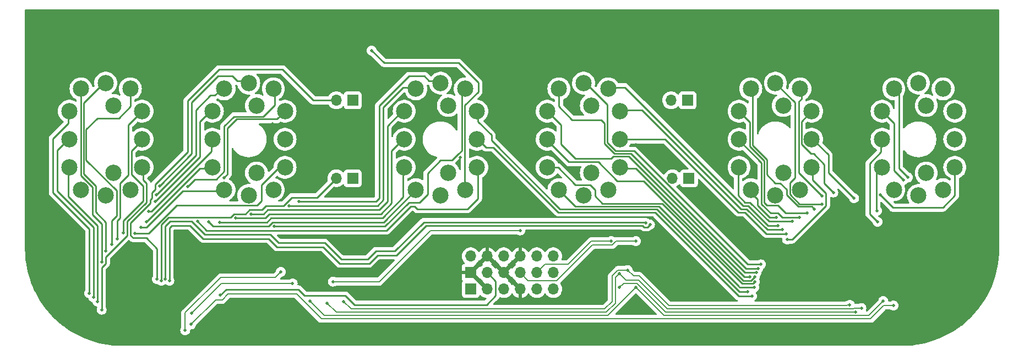
<source format=gbr>
G04 #@! TF.GenerationSoftware,KiCad,Pcbnew,8.0.4*
G04 #@! TF.CreationDate,2024-10-10T21:21:17-07:00*
G04 #@! TF.ProjectId,B5991,42353939-312e-46b6-9963-61645f706362,rev?*
G04 #@! TF.SameCoordinates,Original*
G04 #@! TF.FileFunction,Copper,L1,Top*
G04 #@! TF.FilePolarity,Positive*
%FSLAX46Y46*%
G04 Gerber Fmt 4.6, Leading zero omitted, Abs format (unit mm)*
G04 Created by KiCad (PCBNEW 8.0.4) date 2024-10-10 21:21:17*
%MOMM*%
%LPD*%
G01*
G04 APERTURE LIST*
G04 #@! TA.AperFunction,ComponentPad*
%ADD10C,2.500000*%
G04 #@! TD*
G04 #@! TA.AperFunction,ComponentPad*
%ADD11C,0.800000*%
G04 #@! TD*
G04 #@! TA.AperFunction,ComponentPad*
%ADD12C,6.400000*%
G04 #@! TD*
G04 #@! TA.AperFunction,ComponentPad*
%ADD13R,1.700000X1.700000*%
G04 #@! TD*
G04 #@! TA.AperFunction,ComponentPad*
%ADD14O,1.700000X1.700000*%
G04 #@! TD*
G04 #@! TA.AperFunction,ViaPad*
%ADD15C,0.508000*%
G04 #@! TD*
G04 #@! TA.AperFunction,Conductor*
%ADD16C,0.254000*%
G04 #@! TD*
G04 #@! TA.AperFunction,Conductor*
%ADD17C,0.635000*%
G04 #@! TD*
G04 #@! TA.AperFunction,Conductor*
%ADD18C,0.203200*%
G04 #@! TD*
G04 APERTURE END LIST*
D10*
X193032400Y-104074600D03*
X194832400Y-100634600D03*
X194832400Y-96314600D03*
X194832400Y-91994600D03*
X193032400Y-88554600D03*
X189242400Y-87674600D03*
X185452400Y-88554600D03*
X183652400Y-91994600D03*
X183652400Y-96314600D03*
X183652400Y-100634600D03*
X185452400Y-104074600D03*
X189242400Y-104954600D03*
X190442400Y-101514600D03*
X190442400Y-91114600D03*
X163532400Y-104074600D03*
X165332400Y-100634600D03*
X165332400Y-96314600D03*
X165332400Y-91994600D03*
X163532400Y-88554600D03*
X159742400Y-87674600D03*
X155952400Y-88554600D03*
X154152400Y-91994600D03*
X154152400Y-96314600D03*
X154152400Y-100634600D03*
X155952400Y-104074600D03*
X159742400Y-104954600D03*
X160942400Y-101514600D03*
X160942400Y-91114600D03*
X141532400Y-104074600D03*
X143332400Y-100634600D03*
X143332400Y-96314600D03*
X143332400Y-91994600D03*
X141532400Y-88554600D03*
X137742400Y-87674600D03*
X133952400Y-88554600D03*
X132152400Y-91994600D03*
X132152400Y-96314600D03*
X132152400Y-100634600D03*
X133952400Y-104074600D03*
X137742400Y-104954600D03*
X138942400Y-101514600D03*
X138942400Y-91114600D03*
X112032400Y-104074600D03*
X113832400Y-100634600D03*
X113832400Y-96314600D03*
X113832400Y-91994600D03*
X112032400Y-88554600D03*
X108242400Y-87674600D03*
X104452400Y-88554600D03*
X102652400Y-91994600D03*
X102652400Y-96314600D03*
X102652400Y-100634600D03*
X104452400Y-104074600D03*
X108242400Y-104954600D03*
X109442400Y-101514600D03*
X109442400Y-91114600D03*
X90032400Y-104074600D03*
X91832400Y-100634600D03*
X91832400Y-96314600D03*
X91832400Y-91994600D03*
X90032400Y-88554600D03*
X86242400Y-87674600D03*
X82452400Y-88554600D03*
X80652400Y-91994600D03*
X80652400Y-96314600D03*
X80652400Y-100634600D03*
X82452400Y-104074600D03*
X86242400Y-104954600D03*
X87442400Y-101514600D03*
X87442400Y-91114600D03*
X215032400Y-104074600D03*
X216832400Y-100634600D03*
X216832400Y-96314600D03*
X216832400Y-91994600D03*
X215032400Y-88554600D03*
X211242400Y-87674600D03*
X207452400Y-88554600D03*
X205652400Y-91994600D03*
X205652400Y-96314600D03*
X205652400Y-100634600D03*
X207452400Y-104074600D03*
X211242400Y-104954600D03*
X212442400Y-101514600D03*
X212442400Y-91114600D03*
D11*
X216929000Y-80645000D03*
X217631944Y-78947944D03*
X217631944Y-82342056D03*
X219329000Y-78245000D03*
D12*
X219329000Y-80645000D03*
D11*
X219329000Y-83045000D03*
X221026056Y-78947944D03*
X221026056Y-82342056D03*
X221729000Y-80645000D03*
X75705000Y-80645000D03*
X76407944Y-78947944D03*
X76407944Y-82342056D03*
X78105000Y-78245000D03*
D12*
X78105000Y-80645000D03*
D11*
X78105000Y-83045000D03*
X79802056Y-78947944D03*
X79802056Y-82342056D03*
X80505000Y-80645000D03*
X216929000Y-116840000D03*
X217631944Y-115142944D03*
X217631944Y-118537056D03*
X219329000Y-114440000D03*
D12*
X219329000Y-116840000D03*
D11*
X219329000Y-119240000D03*
X221026056Y-115142944D03*
X221026056Y-118537056D03*
X221729000Y-116840000D03*
X75705000Y-116840000D03*
X76407944Y-115142944D03*
X76407944Y-118537056D03*
X78105000Y-114440000D03*
D12*
X78105000Y-116840000D03*
D11*
X78105000Y-119240000D03*
X79802056Y-115142944D03*
X79802056Y-118537056D03*
X80505000Y-116840000D03*
D13*
X175742400Y-90314600D03*
D14*
X173202400Y-90314600D03*
D13*
X142367000Y-116840000D03*
D14*
X142367000Y-114300000D03*
X144907000Y-116840000D03*
X144907000Y-114300000D03*
X147447000Y-116840000D03*
X147447000Y-114300000D03*
X149987000Y-116840000D03*
X149987000Y-114300000D03*
X152527000Y-116840000D03*
X152527000Y-114300000D03*
X155067000Y-116840000D03*
X155067000Y-114300000D03*
D13*
X124242400Y-90314600D03*
D14*
X121702400Y-90314600D03*
D13*
X124242400Y-102314600D03*
D14*
X121702400Y-102314600D03*
D13*
X175952000Y-102314600D03*
D14*
X173412000Y-102314600D03*
D13*
X142392400Y-119354600D03*
D14*
X144932400Y-119354600D03*
X147472400Y-119354600D03*
X150012400Y-119354600D03*
X152552400Y-119354600D03*
X155092400Y-119354600D03*
D15*
X85623400Y-122529600D03*
X84988400Y-121259600D03*
X84353400Y-120624600D03*
X83718400Y-119989600D03*
X85623400Y-115163600D03*
X86258400Y-113512600D03*
X87147400Y-112496600D03*
X88036400Y-111607600D03*
X88925400Y-110718600D03*
X104419400Y-102209600D03*
X98831400Y-103606600D03*
X94513400Y-103479600D03*
X94005400Y-104876600D03*
X93878400Y-105892600D03*
X92862400Y-107416600D03*
X92548571Y-108989720D03*
X91650546Y-109887746D03*
X90742400Y-110814600D03*
X100355400Y-108940600D03*
X102066229Y-108989720D03*
X103784400Y-109067600D03*
X106197400Y-108432600D03*
X108610400Y-107797600D03*
X114452400Y-106527600D03*
X115976400Y-105892600D03*
X112166400Y-109702600D03*
X184937400Y-119735600D03*
X185635900Y-120434100D03*
X190906400Y-110845600D03*
X190271400Y-110210600D03*
X189636400Y-109575600D03*
X186992400Y-115564600D03*
X186588400Y-116179600D03*
X186334400Y-116814600D03*
X186080400Y-117449600D03*
X186080400Y-118211600D03*
X185992400Y-119064600D03*
X185318400Y-117449600D03*
X191033400Y-111734600D03*
X189382400Y-108305600D03*
X191795400Y-108940600D03*
X192938400Y-108305600D03*
X194081400Y-107670600D03*
X195224400Y-107035600D03*
X196367400Y-106273600D03*
X196367400Y-105003600D03*
X198145400Y-104495600D03*
X201344126Y-105397618D03*
X209617400Y-102189600D03*
X208940400Y-102564600D03*
X204936229Y-108989720D03*
X204876400Y-107289600D03*
X205384400Y-104876600D03*
X103862280Y-120303429D03*
X134137400Y-90779600D03*
X197002400Y-87604600D03*
X108102400Y-115544600D03*
X132232400Y-115544600D03*
X191922400Y-115544600D03*
X105562400Y-115544600D03*
X103657400Y-93954600D03*
X144297400Y-98399600D03*
X181762400Y-87604600D03*
X111912400Y-93954600D03*
X202717400Y-101574600D03*
X106197400Y-102209600D03*
X115722400Y-114909600D03*
X163347400Y-115544600D03*
X115722400Y-103479600D03*
X170332400Y-111988600D03*
X181762400Y-102209600D03*
X140742400Y-99064600D03*
X174142400Y-92049600D03*
X89052400Y-115544600D03*
X167792400Y-121513600D03*
X167792400Y-97129600D03*
X122707400Y-92049600D03*
X148742400Y-106019600D03*
X208432400Y-115544600D03*
X150012400Y-110337600D03*
X121183400Y-118211600D03*
X202463400Y-122275600D03*
X99466400Y-123037600D03*
X120294400Y-121513600D03*
X114991469Y-118507377D03*
X165252400Y-116941600D03*
X166522400Y-116433600D03*
X98474126Y-125691582D03*
X200672375Y-121780625D03*
X122834400Y-121259600D03*
X113195418Y-116711326D03*
X201574400Y-122910600D03*
X165252400Y-119094600D03*
X167792400Y-119094600D03*
X205834254Y-121201454D03*
X117685546Y-121201454D03*
X169951400Y-109448600D03*
X96037400Y-118084600D03*
X169316400Y-109194600D03*
X95402400Y-117830600D03*
X94132400Y-117830600D03*
X94767400Y-118084600D03*
X163982400Y-111994600D03*
X167792400Y-111994600D03*
X127152400Y-82654600D03*
X207416400Y-121894600D03*
X99372152Y-124793557D03*
D16*
X90032400Y-91274600D02*
X88242400Y-93064600D01*
X83242400Y-99546000D02*
X87909400Y-104213000D01*
X83242400Y-94814600D02*
X83242400Y-99546000D01*
X84992400Y-93064600D02*
X83242400Y-94814600D01*
X88242400Y-93064600D02*
X84992400Y-93064600D01*
X90032400Y-88554600D02*
X90032400Y-91274600D01*
X87909400Y-104213000D02*
X87909400Y-108051600D01*
X87909400Y-108051600D02*
X87147400Y-108813600D01*
X87147400Y-108813600D02*
X87147400Y-112496600D01*
X205384400Y-104876600D02*
X207322400Y-106814600D01*
X214992400Y-106814600D02*
X216832400Y-104974600D01*
X207322400Y-106814600D02*
X214992400Y-106814600D01*
X216832400Y-104974600D02*
X216832400Y-100634600D01*
X205494380Y-100812940D02*
X204742400Y-101564920D01*
X204742400Y-101564920D02*
X204742400Y-107155600D01*
X204742400Y-107155600D02*
X204876400Y-107289600D01*
X190963400Y-104860336D02*
X190963400Y-104035600D01*
X192783064Y-106680000D02*
X190963400Y-104860336D01*
X195224400Y-107035600D02*
X194868800Y-106680000D01*
X190963400Y-104035600D02*
X189992400Y-103064600D01*
X194868800Y-106680000D02*
X192783064Y-106680000D01*
X189992400Y-103064600D02*
X189242400Y-103064600D01*
X185742400Y-97239864D02*
X185742400Y-88844600D01*
X189242400Y-103064600D02*
X187909200Y-101731400D01*
X187909200Y-101731400D02*
X187909200Y-99406664D01*
X187909200Y-99406664D02*
X185742400Y-97239864D01*
X185742400Y-88844600D02*
X185452400Y-88554600D01*
X196367400Y-106273600D02*
X192951400Y-106273600D01*
X192951400Y-106273600D02*
X191492400Y-104814600D01*
X191492400Y-102971049D02*
X192242400Y-102221049D01*
X191492400Y-104814600D02*
X191492400Y-102971049D01*
X192242400Y-102221049D02*
X192242400Y-90674600D01*
X192242400Y-90674600D02*
X189242400Y-87674600D01*
X192938400Y-108305600D02*
X190271400Y-108305600D01*
X190271400Y-108305600D02*
X189636400Y-107670600D01*
X189636400Y-107670600D02*
X188493400Y-107670600D01*
X187096400Y-106273600D02*
X187096400Y-99916620D01*
X188493400Y-107670600D02*
X187096400Y-106273600D01*
X187096400Y-99916620D02*
X183494380Y-96314600D01*
X194081400Y-107670600D02*
X190848400Y-107670600D01*
X185336000Y-93678200D02*
X183652400Y-91994600D01*
X190848400Y-107670600D02*
X189661800Y-106484000D01*
X185336000Y-97408200D02*
X185336000Y-93678200D01*
X189661800Y-106484000D02*
X187911800Y-106484000D01*
X187502800Y-106075000D02*
X187502800Y-99575000D01*
X187911800Y-106484000D02*
X187502800Y-106075000D01*
X187502800Y-99575000D02*
X185336000Y-97408200D01*
X164242400Y-99034600D02*
X163962400Y-99314600D01*
X163962400Y-99314600D02*
X158492400Y-99314600D01*
X156242400Y-97064600D02*
X156242400Y-94084600D01*
X158492400Y-99314600D02*
X156242400Y-97064600D01*
X156242400Y-94084600D02*
X154152400Y-91994600D01*
X186992400Y-115564600D02*
X184992400Y-115564600D01*
X184992400Y-115564600D02*
X167548000Y-98120200D01*
X164658736Y-98120200D02*
X163398800Y-96860264D01*
X167548000Y-98120200D02*
X164658736Y-98120200D01*
X163398800Y-96860264D02*
X163398800Y-90971000D01*
X163398800Y-90971000D02*
X160102400Y-87674600D01*
X160102400Y-87674600D02*
X159742400Y-87674600D01*
X164490400Y-98526600D02*
X162992400Y-97028600D01*
X162992400Y-93853600D02*
X162453400Y-93314600D01*
X162453400Y-93314600D02*
X157992400Y-93314600D01*
X162992400Y-97028600D02*
X162992400Y-93853600D01*
X186588400Y-116179600D02*
X184683400Y-116179600D01*
X167030400Y-98526600D02*
X164490400Y-98526600D01*
X184683400Y-116179600D02*
X167030400Y-98526600D01*
X157992400Y-93314600D02*
X155952400Y-91274600D01*
X155952400Y-91274600D02*
X155952400Y-88554600D01*
X162650600Y-106222800D02*
X161492400Y-105064600D01*
X185801000Y-118491000D02*
X184134064Y-118491000D01*
X161492400Y-105064600D02*
X161492400Y-104064600D01*
X184134064Y-118491000D02*
X171865864Y-106222800D01*
X171865864Y-106222800D02*
X162650600Y-106222800D01*
X186080400Y-118211600D02*
X185801000Y-118491000D01*
X158492400Y-103314600D02*
X155812400Y-100634600D01*
X161492400Y-104064600D02*
X160742400Y-103314600D01*
X160742400Y-103314600D02*
X158492400Y-103314600D01*
X155812400Y-100634600D02*
X154152400Y-100634600D01*
X186080400Y-117449600D02*
X185445400Y-118084600D01*
X184302400Y-118084600D02*
X168935400Y-102717600D01*
X157277780Y-99599980D02*
X157277780Y-99598000D01*
X185445400Y-118084600D02*
X184302400Y-118084600D01*
X168935400Y-102717600D02*
X164895400Y-102717600D01*
X161992400Y-99814600D02*
X157492400Y-99814600D01*
X164895400Y-102717600D02*
X161992400Y-99814600D01*
X157492400Y-99814600D02*
X157277780Y-99599980D01*
X157277780Y-99598000D02*
X153994380Y-96314600D01*
X164242400Y-99034600D02*
X164344000Y-98933000D01*
X164344000Y-98933000D02*
X166674800Y-98933000D01*
X166674800Y-98933000D02*
X184556400Y-116814600D01*
X184556400Y-116814600D02*
X186334400Y-116814600D01*
X127152400Y-82654600D02*
X129054400Y-84556600D01*
X129054400Y-84556600D02*
X140487400Y-84556600D01*
X140487400Y-84556600D02*
X143535400Y-87604600D01*
X143535400Y-87604600D02*
X143535400Y-89021600D01*
X141492400Y-91064600D02*
X141492400Y-104065100D01*
X143535400Y-89021600D02*
X141492400Y-91064600D01*
X141492400Y-104065100D02*
X141740360Y-104313060D01*
X140992400Y-89094600D02*
X140992400Y-98064600D01*
X141532400Y-88554600D02*
X140992400Y-89094600D01*
X140992400Y-98064600D02*
X140525800Y-98531200D01*
X140209000Y-98848000D02*
X139492400Y-99564600D01*
X140525800Y-98531200D02*
X140521458Y-98531200D01*
X140521458Y-98531200D02*
X140209000Y-98843658D01*
X140209000Y-98843658D02*
X140209000Y-98848000D01*
X139492400Y-99564600D02*
X137742400Y-99564600D01*
X129184400Y-109702600D02*
X112166400Y-109702600D01*
X137742400Y-99564600D02*
X135742400Y-101564600D01*
X135742400Y-101564600D02*
X135742400Y-104795600D01*
X135742400Y-104795600D02*
X134518400Y-106019600D01*
X134518400Y-106019600D02*
X132867400Y-106019600D01*
X132867400Y-106019600D02*
X129184400Y-109702600D01*
X113990420Y-91816260D02*
X112585680Y-93221000D01*
X112585680Y-93221000D02*
X106423000Y-93221000D01*
X106423000Y-93221000D02*
X104992400Y-94651600D01*
X104992400Y-94651600D02*
X104992400Y-101636600D01*
X104992400Y-101636600D02*
X104419400Y-102209600D01*
X98831400Y-103606600D02*
X99974400Y-102463600D01*
X103276400Y-102463600D02*
X104492400Y-101247600D01*
X104492400Y-94296334D02*
X105974134Y-92814600D01*
X99974400Y-102463600D02*
X103276400Y-102463600D01*
X104492400Y-101247600D02*
X104492400Y-94296334D01*
X110492400Y-92814600D02*
X112240360Y-91066640D01*
X105974134Y-92814600D02*
X110492400Y-92814600D01*
X112240360Y-91066640D02*
X112240360Y-88316140D01*
X90742400Y-110814600D02*
X92826664Y-110814600D01*
X92826664Y-110814600D02*
X97157264Y-106484000D01*
X109573000Y-106484000D02*
X110242400Y-105814600D01*
X110242400Y-103314600D02*
X112922400Y-100634600D01*
X97157264Y-106484000D02*
X109573000Y-106484000D01*
X110242400Y-105814600D02*
X110242400Y-103314600D01*
X112922400Y-100634600D02*
X113832400Y-100634600D01*
X86258400Y-115417600D02*
X85623400Y-116052600D01*
X92481400Y-106019600D02*
X89560400Y-108940600D01*
X92481400Y-103071686D02*
X92481400Y-106019600D01*
X85623400Y-116052600D02*
X85623400Y-122529600D01*
X86258400Y-114401600D02*
X86258400Y-115417600D01*
X89560400Y-108940600D02*
X89560400Y-111099600D01*
X89560400Y-111099600D02*
X86258400Y-114401600D01*
X91990420Y-100812940D02*
X91990420Y-102580706D01*
X91990420Y-102580706D02*
X92481400Y-103071686D01*
X80494380Y-100812940D02*
X80494380Y-105081580D01*
X80494380Y-105081580D02*
X84988400Y-109575600D01*
X84988400Y-109575600D02*
X84988400Y-121259600D01*
X78765400Y-98043580D02*
X78765400Y-104114600D01*
X80494380Y-96314600D02*
X78765400Y-98043580D01*
X78765400Y-104114600D02*
X78765400Y-104241600D01*
X84353400Y-109829600D02*
X84353400Y-120624600D01*
X78765400Y-104241600D02*
X84353400Y-109829600D01*
X83718400Y-110083600D02*
X83718400Y-119989600D01*
X80494380Y-93876620D02*
X78130400Y-96240600D01*
X80494380Y-91816260D02*
X80494380Y-93876620D01*
X78130400Y-96240600D02*
X78130400Y-104495600D01*
X78130400Y-104495600D02*
X83718400Y-110083600D01*
X85623400Y-109321600D02*
X85623400Y-115163600D01*
X84179400Y-103638701D02*
X84179400Y-107877600D01*
X82423000Y-101882301D02*
X84179400Y-103638701D01*
X82423000Y-88494700D02*
X82423000Y-101882301D01*
X84179400Y-107877600D02*
X85623400Y-109321600D01*
X84713000Y-103535200D02*
X84713000Y-107522200D01*
X86242400Y-87315380D02*
X82829400Y-90728380D01*
X86258400Y-109067600D02*
X86258400Y-113512600D01*
X84713000Y-107522200D02*
X86258400Y-109067600D01*
X82829400Y-90728380D02*
X82829400Y-101651600D01*
X82829400Y-101651600D02*
X84713000Y-103535200D01*
X88417400Y-108432600D02*
X88036400Y-108813600D01*
X88036400Y-108813600D02*
X88036400Y-111607600D01*
X88417400Y-103098600D02*
X88417400Y-108432600D01*
X89687400Y-101828600D02*
X88417400Y-103098600D01*
X91990420Y-91816260D02*
X89687400Y-94119280D01*
X89687400Y-94119280D02*
X89687400Y-101828600D01*
X90195400Y-98109620D02*
X90195400Y-101701600D01*
X88925400Y-108813600D02*
X88925400Y-110718600D01*
X91973400Y-103479600D02*
X91973400Y-105765600D01*
X91990420Y-96314600D02*
X90195400Y-98109620D01*
X91973400Y-105765600D02*
X88925400Y-108813600D01*
X90195400Y-101701600D02*
X91973400Y-103479600D01*
X106474634Y-87315380D02*
X105747854Y-86588600D01*
X103530400Y-86588600D02*
X99466400Y-90652600D01*
X108242400Y-87315380D02*
X106474634Y-87315380D01*
X105747854Y-86588600D02*
X103530400Y-86588600D01*
X99466400Y-90652600D02*
X99466400Y-98526600D01*
X99466400Y-98526600D02*
X94513400Y-103479600D01*
X100101400Y-98780600D02*
X94005400Y-104876600D01*
X102330861Y-89566139D02*
X100101400Y-91795600D01*
X100101400Y-91795600D02*
X100101400Y-98780600D01*
X104244440Y-88316140D02*
X102994441Y-89566139D01*
X102994441Y-89566139D02*
X102330861Y-89566139D01*
X102494380Y-91816260D02*
X100736400Y-93574240D01*
X93878400Y-105892600D02*
X100736400Y-99034600D01*
X100736400Y-93574240D02*
X100736400Y-99034600D01*
X93243400Y-107416600D02*
X102494380Y-98165620D01*
X92862400Y-107416600D02*
X93243400Y-107416600D01*
X102494380Y-98165620D02*
X102494380Y-96314600D01*
X100725351Y-100812940D02*
X92831413Y-108706878D01*
X102494380Y-100812940D02*
X100725351Y-100812940D01*
X92831413Y-108706878D02*
X92548571Y-108989720D01*
X92550254Y-109887746D02*
X91650546Y-109887746D01*
X104244440Y-104313060D02*
X98124940Y-104313060D01*
X98124940Y-104313060D02*
X92550254Y-109887746D01*
X133121400Y-106654600D02*
X133756400Y-106654600D01*
X129438400Y-110337600D02*
X101752400Y-110337600D01*
X141884400Y-107035600D02*
X143490420Y-105429580D01*
X133121400Y-106654600D02*
X129438400Y-110337600D01*
X143490420Y-105429580D02*
X143490420Y-100812940D01*
X101752400Y-110337600D02*
X100355400Y-108940600D01*
X134137400Y-107035600D02*
X141884400Y-107035600D01*
X133756400Y-106654600D02*
X134137400Y-107035600D01*
X128989900Y-109067600D02*
X111912400Y-109067600D01*
X102779109Y-109702600D02*
X102066229Y-108989720D01*
X111912400Y-109067600D02*
X111277400Y-109702600D01*
X111277400Y-109702600D02*
X102779109Y-109702600D01*
X133744440Y-104313060D02*
X128989900Y-109067600D01*
X111023400Y-109067600D02*
X111658400Y-108432600D01*
X131994380Y-105241620D02*
X131994380Y-100812940D01*
X111658400Y-108432600D02*
X128803400Y-108432600D01*
X103784400Y-109067600D02*
X111023400Y-109067600D01*
X128803400Y-108432600D02*
X131994380Y-105241620D01*
X130200400Y-98108580D02*
X131994380Y-96314600D01*
X110769400Y-108432600D02*
X111404400Y-107797600D01*
X130200400Y-106146600D02*
X130200400Y-98108580D01*
X106197400Y-108432600D02*
X110769400Y-108432600D01*
X111404400Y-107797600D02*
X128549400Y-107797600D01*
X128549400Y-107797600D02*
X130200400Y-106146600D01*
X129565400Y-105892600D02*
X129565400Y-94245240D01*
X108610400Y-107797600D02*
X110515400Y-107797600D01*
X129565400Y-94245240D02*
X131994380Y-91816260D01*
X111150400Y-107162600D02*
X128295400Y-107162600D01*
X110515400Y-107797600D02*
X111150400Y-107162600D01*
X128295400Y-107162600D02*
X129565400Y-105892600D01*
X114452400Y-106527600D02*
X128041400Y-106527600D01*
X128930400Y-105638600D02*
X128930400Y-91362414D01*
X131976674Y-88316140D02*
X133744440Y-88316140D01*
X128041400Y-106527600D02*
X128930400Y-105638600D01*
X128930400Y-91362414D02*
X131976674Y-88316140D01*
X135247854Y-86588600D02*
X135974634Y-87315380D01*
X127787400Y-105892600D02*
X128295400Y-105384600D01*
X135974634Y-87315380D02*
X137742400Y-87315380D01*
X128295400Y-91160600D02*
X132867400Y-86588600D01*
X128295400Y-105384600D02*
X128295400Y-91160600D01*
X115976400Y-105892600D02*
X127787400Y-105892600D01*
X132867400Y-86588600D02*
X135247854Y-86588600D01*
X143490420Y-91816260D02*
X143490420Y-93584026D01*
X184937400Y-119735600D02*
X183667400Y-119735600D01*
X170967400Y-107035600D02*
X156108400Y-107035600D01*
X145567400Y-95661006D02*
X145567400Y-96494600D01*
X143490420Y-93584026D02*
X145567400Y-95661006D01*
X156108400Y-107035600D02*
X145567400Y-96494600D01*
X183667400Y-119735600D02*
X170967400Y-107035600D01*
X144740419Y-97564599D02*
X145875399Y-97564599D01*
X155854400Y-107543600D02*
X170713400Y-107543600D01*
X145875399Y-97564599D02*
X155854400Y-107543600D01*
X143490420Y-96314600D02*
X144740419Y-97564599D01*
X170713400Y-107543600D02*
X183603900Y-120434100D01*
X183603900Y-120434100D02*
X185635900Y-120434100D01*
X172311400Y-96314600D02*
X183540400Y-107543600D01*
X183540400Y-107543600D02*
X184556400Y-107543600D01*
X187858400Y-110845600D02*
X190906400Y-110845600D01*
X165490420Y-96314600D02*
X172311400Y-96314600D01*
X184556400Y-107543600D02*
X187858400Y-110845600D01*
X168702060Y-91816260D02*
X183921400Y-107035600D01*
X165490420Y-91816260D02*
X168702060Y-91816260D01*
X184810400Y-107035600D02*
X187985400Y-110210600D01*
X183921400Y-107035600D02*
X184810400Y-107035600D01*
X187985400Y-110210600D02*
X190271400Y-110210600D01*
X188112400Y-109575600D02*
X189636400Y-109575600D01*
X166090940Y-88316140D02*
X184302400Y-106527600D01*
X184302400Y-106527600D02*
X185064400Y-106527600D01*
X185064400Y-106527600D02*
X188112400Y-109575600D01*
X163740360Y-88316140D02*
X166090940Y-88316140D01*
X164236400Y-99034600D02*
X164242400Y-99034600D01*
X158507000Y-106629200D02*
X155952400Y-104074600D01*
X183742400Y-119064600D02*
X183617400Y-118939600D01*
X183617400Y-118939600D02*
X171307000Y-106629200D01*
X185992400Y-119064600D02*
X183742400Y-119064600D01*
X171307000Y-106629200D02*
X158507000Y-106629200D01*
X165490420Y-100812940D02*
X167792740Y-100812940D01*
X184429400Y-117449600D02*
X185318400Y-117449600D01*
X167792740Y-100812940D02*
X184429400Y-117449600D01*
X197002400Y-104592686D02*
X197002400Y-106527600D01*
X197002400Y-106527600D02*
X191795400Y-111734600D01*
X191795400Y-111734600D02*
X191033400Y-111734600D01*
X194990420Y-102580706D02*
X197002400Y-104592686D01*
X194990420Y-100812940D02*
X194990420Y-102580706D01*
X189382400Y-108305600D02*
X188366400Y-108305600D01*
X185244440Y-104313060D02*
X186494439Y-105563059D01*
X188366400Y-108305600D02*
X186494439Y-106433639D01*
X186494439Y-105563059D02*
X186494439Y-106433639D01*
X188239400Y-108940600D02*
X191795400Y-108940600D01*
X183494380Y-100812940D02*
X183494380Y-104957580D01*
X183494380Y-104957580D02*
X184556400Y-106019600D01*
X184556400Y-106019600D02*
X185318400Y-106019600D01*
X185318400Y-106019600D02*
X188239400Y-108940600D01*
X192811400Y-90512866D02*
X192811400Y-101447600D01*
X192811400Y-101447600D02*
X196367400Y-105003600D01*
X193240360Y-88316140D02*
X193240360Y-90083906D01*
X193240360Y-90083906D02*
X192811400Y-90512866D01*
X194990420Y-91816260D02*
X193242400Y-93564280D01*
X196748400Y-100177600D02*
X196748400Y-103098600D01*
X193242400Y-93564280D02*
X193242400Y-97064600D01*
X193434400Y-97256600D02*
X193446400Y-97256600D01*
X193446400Y-97256600D02*
X194716400Y-98526600D01*
X196748400Y-103098600D02*
X198145400Y-104495600D01*
X194716400Y-98526600D02*
X195097400Y-98526600D01*
X195097400Y-98526600D02*
X196748400Y-100177600D01*
X193242400Y-97064600D02*
X193434400Y-97256600D01*
X201344126Y-105397618D02*
X197383400Y-101436892D01*
X197383400Y-98707580D02*
X194990420Y-96314600D01*
X197383400Y-101436892D02*
X197383400Y-98707580D01*
X208242400Y-89344600D02*
X207452400Y-88554600D01*
X209617400Y-102189600D02*
X208242400Y-100814600D01*
X208242400Y-100814600D02*
X208242400Y-89344600D01*
X208940400Y-102564600D02*
X207492400Y-101116600D01*
X207492400Y-101116600D02*
X207492400Y-93834600D01*
X207492400Y-93834600D02*
X205652400Y-91994600D01*
X203733400Y-107786891D02*
X204936229Y-108989720D01*
X205494380Y-98289620D02*
X203733400Y-100050600D01*
X203733400Y-100050600D02*
X203733400Y-107786891D01*
X205494380Y-96314600D02*
X205494380Y-98289620D01*
X116854692Y-120370600D02*
X115889495Y-119405403D01*
X144907000Y-116840000D02*
X146202400Y-118135400D01*
X146202400Y-120370600D02*
X144805400Y-121767600D01*
X144805400Y-121767600D02*
X124485400Y-121767600D01*
X146202400Y-118135400D02*
X146202400Y-120370600D01*
X124485400Y-121767600D02*
X123088400Y-120370600D01*
X104760306Y-119405403D02*
X103862280Y-120303429D01*
X115889495Y-119405403D02*
X104760306Y-119405403D01*
X123088400Y-120370600D02*
X116854692Y-120370600D01*
D17*
X147497800Y-116840000D02*
X150012400Y-119354600D01*
X142367000Y-116840000D02*
X142417800Y-116840000D01*
X142367000Y-116840000D02*
X144907000Y-114300000D01*
X147447000Y-116840000D02*
X147497800Y-116840000D01*
X149987000Y-114300000D02*
X147447000Y-116840000D01*
X144907000Y-114300000D02*
X147447000Y-116840000D01*
X142417800Y-116840000D02*
X144932400Y-119354600D01*
D18*
X121183400Y-118211600D02*
X128295400Y-118211600D01*
X136169400Y-110337600D02*
X150012400Y-110337600D01*
X128295400Y-118211600D02*
X136169400Y-110337600D01*
X201193400Y-122402600D02*
X172618400Y-122402600D01*
X168173400Y-117957600D02*
X166268400Y-117957600D01*
X103996623Y-118507377D02*
X114991469Y-118507377D01*
X103996623Y-118507377D02*
X99466400Y-123037600D01*
X202463400Y-122275600D02*
X201320400Y-122275600D01*
X166268400Y-117957600D02*
X165252400Y-116941600D01*
X201320400Y-122275600D02*
X201193400Y-122402600D01*
X164617400Y-121513600D02*
X163220400Y-122910600D01*
X163220400Y-122910600D02*
X121691400Y-122910600D01*
X172618400Y-122402600D02*
X168173400Y-117957600D01*
X164617400Y-117576600D02*
X165252400Y-116941600D01*
X121691400Y-122910600D02*
X120294400Y-121513600D01*
X164617400Y-121513600D02*
X164617400Y-117576600D01*
X164998400Y-116433600D02*
X164109400Y-117322600D01*
X164109400Y-121259600D02*
X164109400Y-117322600D01*
X168300400Y-117322600D02*
X167411400Y-117322600D01*
X122834400Y-121259600D02*
X123977400Y-122402600D01*
X172872400Y-121894600D02*
X168300400Y-117322600D01*
X200199190Y-121894600D02*
X172872400Y-121894600D01*
X162966400Y-122402600D02*
X164109400Y-121259600D01*
X166522400Y-116433600D02*
X164998400Y-116433600D01*
X200313165Y-121780625D02*
X200199190Y-121894600D01*
X103911400Y-117576600D02*
X112330144Y-117576600D01*
X98474126Y-125691582D02*
X98474126Y-123013874D01*
X98474126Y-123013874D02*
X103911400Y-117576600D01*
X123977400Y-122402600D02*
X162966400Y-122402600D01*
X112330144Y-117576600D02*
X113195418Y-116711326D01*
X200672375Y-121780625D02*
X200313165Y-121780625D01*
X167411400Y-117322600D02*
X166522400Y-116433600D01*
X201574400Y-122910600D02*
X172364400Y-122910600D01*
X165881400Y-118465600D02*
X165252400Y-119094600D01*
X167919400Y-118465600D02*
X165881400Y-118465600D01*
X172364400Y-122910600D02*
X167919400Y-118465600D01*
X163474400Y-123418600D02*
X119902692Y-123418600D01*
X172116400Y-123418600D02*
X167792400Y-119094600D01*
X203617108Y-123418600D02*
X172116400Y-123418600D01*
X167792400Y-119094600D02*
X167792400Y-119100600D01*
X205834254Y-121201454D02*
X203617108Y-123418600D01*
X167792400Y-119100600D02*
X163474400Y-123418600D01*
X119902692Y-123418600D02*
X117685546Y-121201454D01*
D16*
X135534400Y-109575600D02*
X130962400Y-114147600D01*
X169951400Y-109448600D02*
X169570400Y-109829600D01*
X96037400Y-109956600D02*
X96037400Y-118084600D01*
X126771400Y-115417600D02*
X122199400Y-115417600D01*
X96418400Y-109575600D02*
X96037400Y-109956600D01*
X128041400Y-114147600D02*
X126771400Y-115417600D01*
X119659400Y-112877600D02*
X112547400Y-112877600D01*
X99212400Y-109575600D02*
X96418400Y-109575600D01*
X112547400Y-112877600D02*
X111277400Y-111607600D01*
X111277400Y-111607600D02*
X101244400Y-111607600D01*
X101244400Y-111607600D02*
X99212400Y-109575600D01*
X169570400Y-109829600D02*
X169062400Y-109829600D01*
X168808400Y-109575600D02*
X135534400Y-109575600D01*
X130962400Y-114147600D02*
X128041400Y-114147600D01*
X169062400Y-109829600D02*
X168808400Y-109575600D01*
X122199400Y-115417600D02*
X119659400Y-112877600D01*
X99466400Y-108940600D02*
X96164400Y-108940600D01*
X111531400Y-110972600D02*
X101498400Y-110972600D01*
X96164400Y-108940600D02*
X95402400Y-109702600D01*
X169316400Y-109194600D02*
X169189400Y-109194600D01*
X95402400Y-109702600D02*
X95402400Y-117830600D01*
X119913400Y-112242600D02*
X112801400Y-112242600D01*
X130708400Y-113512600D02*
X127787400Y-113512600D01*
X126517400Y-114782600D02*
X122453400Y-114782600D01*
X169062400Y-109067600D02*
X135153400Y-109067600D01*
X122453400Y-114782600D02*
X119913400Y-112242600D01*
X101498400Y-110972600D02*
X99466400Y-108940600D01*
X112801400Y-112242600D02*
X111531400Y-110972600D01*
X135153400Y-109067600D02*
X130708400Y-113512600D01*
X127787400Y-113512600D02*
X126517400Y-114782600D01*
X169189400Y-109194600D02*
X169062400Y-109067600D01*
X98831400Y-98272600D02*
X93878400Y-103225600D01*
X90449400Y-111480600D02*
X92481400Y-111480600D01*
X103657400Y-85572600D02*
X98831400Y-90398600D01*
X92481400Y-111480600D02*
X94132400Y-113131600D01*
X93370400Y-105384600D02*
X93116400Y-105638600D01*
X93878400Y-103225600D02*
X93878400Y-103987600D01*
X93370400Y-104495600D02*
X93370400Y-105384600D01*
X93116400Y-105638600D02*
X93116400Y-106146600D01*
X94132400Y-113131600D02*
X94132400Y-117830600D01*
X98831400Y-90398600D02*
X98831400Y-98272600D01*
X118178400Y-90314600D02*
X113436400Y-85572600D01*
X90068400Y-109194600D02*
X90068400Y-111099600D01*
X90068400Y-111099600D02*
X90449400Y-111480600D01*
X121702400Y-90314600D02*
X118178400Y-90314600D01*
X113436400Y-85572600D02*
X103657400Y-85572600D01*
X93878400Y-103987600D02*
X93370400Y-104495600D01*
X93116400Y-106146600D02*
X90068400Y-109194600D01*
X94767400Y-109448600D02*
X94767400Y-118084600D01*
X108356400Y-107162600D02*
X107721400Y-107797600D01*
X107721400Y-107797600D02*
X105943400Y-107797600D01*
X105435400Y-108305600D02*
X95910400Y-108305600D01*
X95910400Y-108305600D02*
X94767400Y-109448600D01*
X110896400Y-106527600D02*
X113563400Y-106527600D01*
X110896400Y-106527600D02*
X110261400Y-107162600D01*
X118759400Y-105257600D02*
X114833400Y-105257600D01*
X110261400Y-107162600D02*
X108356400Y-107162600D01*
X121702400Y-102314600D02*
X118759400Y-105257600D01*
X113563400Y-106527600D02*
X114833400Y-105257600D01*
X105943400Y-107797600D02*
X105435400Y-108305600D01*
D18*
X157378400Y-115544600D02*
X153822400Y-115544600D01*
X152527000Y-116840000D02*
X153822400Y-115544600D01*
X163982400Y-111994600D02*
X160928400Y-111994600D01*
X160928400Y-111994600D02*
X157378400Y-115544600D01*
X164172900Y-112560100D02*
X164738400Y-111994600D01*
X155600400Y-118084600D02*
X161124900Y-112560100D01*
X149987000Y-116840000D02*
X151231600Y-118084600D01*
X164738400Y-111994600D02*
X167792400Y-111994600D01*
X151231600Y-118084600D02*
X155600400Y-118084600D01*
X161124900Y-112560100D02*
X164172900Y-112560100D01*
X205892400Y-121894600D02*
X203860400Y-123926600D01*
X203860400Y-123926600D02*
X119405400Y-123926600D01*
X119405400Y-123926600D02*
X115595400Y-120116600D01*
X115595400Y-120116600D02*
X105054400Y-120116600D01*
X207416400Y-121894600D02*
X205892400Y-121894600D01*
X104165400Y-121005600D02*
X103160109Y-121005600D01*
X103160109Y-121005600D02*
X99372152Y-124793557D01*
X105054400Y-120116600D02*
X104165400Y-121005600D01*
G04 #@! TA.AperFunction,Conductor*
G36*
X167839432Y-120020546D02*
G01*
X167884495Y-120049507D01*
X170936393Y-123101405D01*
X170970419Y-123163717D01*
X170965354Y-123234532D01*
X170922807Y-123291368D01*
X170856287Y-123316179D01*
X170847298Y-123316500D01*
X164743502Y-123316500D01*
X164675381Y-123296498D01*
X164628888Y-123242842D01*
X164618784Y-123172568D01*
X164648278Y-123107988D01*
X164654407Y-123101405D01*
X167706305Y-120049507D01*
X167768617Y-120015481D01*
X167839432Y-120020546D01*
G37*
G04 #@! TD.AperFunction*
G04 #@! TA.AperFunction,Conductor*
G36*
X148799925Y-117515212D02*
G01*
X148822183Y-117540898D01*
X148911279Y-117677270D01*
X149002374Y-117776224D01*
X149052431Y-117830600D01*
X149063762Y-117842908D01*
X149101417Y-117872216D01*
X149241424Y-117981189D01*
X149262334Y-117992505D01*
X149264437Y-117993643D01*
X149314828Y-118043656D01*
X149330181Y-118112972D01*
X149305621Y-118179586D01*
X149270716Y-118209847D01*
X149271459Y-118210984D01*
X149267098Y-118213832D01*
X149089497Y-118352065D01*
X148937070Y-118517645D01*
X148848180Y-118653701D01*
X148794176Y-118699789D01*
X148723828Y-118709364D01*
X148659471Y-118679386D01*
X148637216Y-118653701D01*
X148577971Y-118563019D01*
X148548124Y-118517334D01*
X148548120Y-118517329D01*
X148419520Y-118377634D01*
X148395640Y-118351694D01*
X148395639Y-118351693D01*
X148395637Y-118351691D01*
X148275767Y-118258392D01*
X148217976Y-118213411D01*
X148214630Y-118211600D01*
X148194960Y-118200955D01*
X148144570Y-118150942D01*
X148129218Y-118081625D01*
X148153779Y-118015012D01*
X148188690Y-117984763D01*
X148187941Y-117983616D01*
X148192301Y-117980767D01*
X148369902Y-117842534D01*
X148522327Y-117676955D01*
X148611217Y-117540899D01*
X148665220Y-117494810D01*
X148735568Y-117485235D01*
X148799925Y-117515212D01*
G37*
G04 #@! TD.AperFunction*
G04 #@! TA.AperFunction,Conductor*
G36*
X143890059Y-117750974D02*
G01*
X143922372Y-117776222D01*
X143983418Y-117842534D01*
X143983762Y-117842908D01*
X144021417Y-117872216D01*
X144161424Y-117981189D01*
X144182334Y-117992505D01*
X144184437Y-117993643D01*
X144234828Y-118043656D01*
X144250181Y-118112972D01*
X144225621Y-118179586D01*
X144190716Y-118209847D01*
X144191459Y-118210984D01*
X144187098Y-118213832D01*
X144009496Y-118352065D01*
X143948351Y-118418488D01*
X143887498Y-118455059D01*
X143816534Y-118452924D01*
X143757988Y-118412763D01*
X143737595Y-118377183D01*
X143693289Y-118258396D01*
X143693287Y-118258392D01*
X143616207Y-118155426D01*
X143591396Y-118088906D01*
X143606487Y-118019532D01*
X143616208Y-118004407D01*
X143667443Y-117935965D01*
X143667444Y-117935965D01*
X143711618Y-117817530D01*
X143754165Y-117760694D01*
X143820685Y-117735883D01*
X143890059Y-117750974D01*
G37*
G04 #@! TD.AperFunction*
G04 #@! TA.AperFunction,Conductor*
G36*
X146259925Y-114975212D02*
G01*
X146282183Y-115000898D01*
X146371279Y-115137270D01*
X146523762Y-115302908D01*
X146578331Y-115345381D01*
X146701424Y-115441189D01*
X146735205Y-115459470D01*
X146785596Y-115509482D01*
X146800949Y-115578799D01*
X146776389Y-115645412D01*
X146735209Y-115681096D01*
X146701704Y-115699228D01*
X146701698Y-115699232D01*
X146524097Y-115837465D01*
X146371670Y-116003045D01*
X146282780Y-116139101D01*
X146228776Y-116185189D01*
X146158428Y-116194764D01*
X146094071Y-116164786D01*
X146071816Y-116139101D01*
X146015629Y-116053100D01*
X145982724Y-116002734D01*
X145982720Y-116002729D01*
X145839310Y-115846947D01*
X145830240Y-115837094D01*
X145830239Y-115837093D01*
X145830237Y-115837091D01*
X145710679Y-115744035D01*
X145652576Y-115698811D01*
X145618792Y-115680528D01*
X145568402Y-115630516D01*
X145553050Y-115561199D01*
X145577610Y-115494586D01*
X145618793Y-115458901D01*
X145652300Y-115440767D01*
X145652301Y-115440767D01*
X145829902Y-115302534D01*
X145982327Y-115136955D01*
X146071217Y-115000899D01*
X146125220Y-114954810D01*
X146195568Y-114945235D01*
X146259925Y-114975212D01*
G37*
G04 #@! TD.AperFunction*
G04 #@! TA.AperFunction,Conductor*
G36*
X148800524Y-114975212D02*
G01*
X148822782Y-115000898D01*
X148911674Y-115136958D01*
X149064097Y-115302534D01*
X149241698Y-115440767D01*
X149241704Y-115440771D01*
X149275207Y-115458902D01*
X149325597Y-115508915D01*
X149340949Y-115578232D01*
X149316388Y-115644845D01*
X149275207Y-115680528D01*
X149241430Y-115698807D01*
X149241424Y-115698811D01*
X149063762Y-115837091D01*
X148911279Y-116002729D01*
X148822183Y-116139101D01*
X148768179Y-116185189D01*
X148697831Y-116194764D01*
X148633474Y-116164786D01*
X148611217Y-116139100D01*
X148522327Y-116003044D01*
X148369902Y-115837465D01*
X148192301Y-115699232D01*
X148192300Y-115699231D01*
X148158791Y-115681097D01*
X148108401Y-115631083D01*
X148093050Y-115561766D01*
X148117612Y-115495153D01*
X148158790Y-115459472D01*
X148192576Y-115441189D01*
X148370240Y-115302906D01*
X148522722Y-115137268D01*
X148522927Y-115136955D01*
X148611816Y-115000899D01*
X148665819Y-114954810D01*
X148736167Y-114945235D01*
X148800524Y-114975212D01*
G37*
G04 #@! TD.AperFunction*
G04 #@! TA.AperFunction,Conductor*
G36*
X143720524Y-114975212D02*
G01*
X143742782Y-115000898D01*
X143831674Y-115136958D01*
X143984097Y-115302534D01*
X144161698Y-115440767D01*
X144161704Y-115440771D01*
X144195207Y-115458902D01*
X144245597Y-115508915D01*
X144260949Y-115578232D01*
X144236388Y-115644845D01*
X144195207Y-115680528D01*
X144161430Y-115698807D01*
X144161424Y-115698811D01*
X143983759Y-115837094D01*
X143922374Y-115903775D01*
X143861521Y-115940346D01*
X143790557Y-115938211D01*
X143732012Y-115898049D01*
X143711618Y-115862470D01*
X143667443Y-115744033D01*
X143579904Y-115627095D01*
X143462966Y-115539556D01*
X143347826Y-115496611D01*
X143290991Y-115454064D01*
X143266180Y-115387543D01*
X143281272Y-115318169D01*
X143299154Y-115293222D01*
X143442722Y-115137268D01*
X143442927Y-115136955D01*
X143531816Y-115000899D01*
X143585819Y-114954810D01*
X143656167Y-114945235D01*
X143720524Y-114975212D01*
G37*
G04 #@! TD.AperFunction*
G04 #@! TA.AperFunction,Conductor*
G36*
X135795040Y-87927606D02*
G01*
X135912043Y-87950880D01*
X135912055Y-87950880D01*
X135913482Y-87951021D01*
X135914192Y-87951307D01*
X135918115Y-87952088D01*
X135917967Y-87952831D01*
X135979317Y-87977595D01*
X136020335Y-88035544D01*
X136023989Y-88048378D01*
X136057312Y-88194374D01*
X136057313Y-88194380D01*
X136112187Y-88334196D01*
X136153602Y-88439720D01*
X136153605Y-88439728D01*
X136285382Y-88667972D01*
X136285384Y-88667975D01*
X136285385Y-88667976D01*
X136449714Y-88874038D01*
X136642919Y-89053306D01*
X136642925Y-89053310D01*
X136860675Y-89201770D01*
X136860679Y-89201772D01*
X136860685Y-89201776D01*
X137098146Y-89316132D01*
X137098149Y-89316132D01*
X137098154Y-89316135D01*
X137349989Y-89393815D01*
X137349991Y-89393815D01*
X137350000Y-89393818D01*
X137610619Y-89433100D01*
X137610623Y-89433100D01*
X137878554Y-89433100D01*
X137946675Y-89453102D01*
X137993168Y-89506758D01*
X138003272Y-89577032D01*
X137973778Y-89641612D01*
X137949532Y-89663206D01*
X137842925Y-89735889D01*
X137842920Y-89735893D01*
X137842919Y-89735894D01*
X137649714Y-89915162D01*
X137608631Y-89966677D01*
X137485382Y-90121227D01*
X137353605Y-90349471D01*
X137353602Y-90349479D01*
X137257311Y-90594824D01*
X137198666Y-90851769D01*
X137198665Y-90851774D01*
X137178969Y-91114600D01*
X137198665Y-91377426D01*
X137198666Y-91377430D01*
X137257311Y-91634375D01*
X137353602Y-91879720D01*
X137353605Y-91879728D01*
X137485382Y-92107972D01*
X137485384Y-92107975D01*
X137485385Y-92107976D01*
X137649714Y-92314038D01*
X137842919Y-92493306D01*
X137842925Y-92493310D01*
X138060675Y-92641770D01*
X138060679Y-92641772D01*
X138060685Y-92641776D01*
X138298146Y-92756132D01*
X138298149Y-92756132D01*
X138298154Y-92756135D01*
X138549989Y-92833815D01*
X138549991Y-92833815D01*
X138550000Y-92833818D01*
X138810619Y-92873100D01*
X138810623Y-92873100D01*
X139074177Y-92873100D01*
X139074181Y-92873100D01*
X139334800Y-92833818D01*
X139398083Y-92814298D01*
X139586645Y-92756135D01*
X139586647Y-92756134D01*
X139586654Y-92756132D01*
X139824116Y-92641776D01*
X140041881Y-92493306D01*
X140145198Y-92397442D01*
X140208739Y-92365770D01*
X140279316Y-92373479D01*
X140334521Y-92418121D01*
X140356827Y-92485523D01*
X140356900Y-92489806D01*
X140356900Y-94868396D01*
X140336898Y-94936517D01*
X140283242Y-94983010D01*
X140212968Y-94993114D01*
X140148388Y-94963620D01*
X140124213Y-94935432D01*
X140019693Y-94769090D01*
X139989135Y-94720457D01*
X139856491Y-94554127D01*
X139796517Y-94478922D01*
X139578077Y-94260482D01*
X139336543Y-94067865D01*
X139074969Y-93903507D01*
X139074960Y-93903502D01*
X138796638Y-93769469D01*
X138796633Y-93769467D01*
X138796629Y-93769465D01*
X138796623Y-93769462D01*
X138796611Y-93769458D01*
X138505042Y-93667433D01*
X138203856Y-93598689D01*
X137896866Y-93564100D01*
X137896865Y-93564100D01*
X137587935Y-93564100D01*
X137587934Y-93564100D01*
X137280943Y-93598689D01*
X136979757Y-93667433D01*
X136688188Y-93769458D01*
X136688161Y-93769469D01*
X136409839Y-93903502D01*
X136409830Y-93903507D01*
X136148256Y-94067865D01*
X135906722Y-94260482D01*
X135688282Y-94478922D01*
X135495665Y-94720456D01*
X135331307Y-94982030D01*
X135331302Y-94982039D01*
X135197269Y-95260361D01*
X135197258Y-95260388D01*
X135095233Y-95551957D01*
X135026489Y-95853143D01*
X134991900Y-96160134D01*
X134991900Y-96469065D01*
X135026489Y-96776056D01*
X135056687Y-96908359D01*
X135095232Y-97077236D01*
X135095234Y-97077242D01*
X135095233Y-97077242D01*
X135197258Y-97368811D01*
X135197269Y-97368838D01*
X135331302Y-97647160D01*
X135331307Y-97647169D01*
X135495665Y-97908743D01*
X135688282Y-98150277D01*
X135906722Y-98368717D01*
X135977353Y-98425043D01*
X136148257Y-98561335D01*
X136409835Y-98725695D01*
X136688171Y-98859735D01*
X136688187Y-98859740D01*
X136688188Y-98859741D01*
X136979757Y-98961766D01*
X136979760Y-98961767D01*
X136979763Y-98961767D01*
X136979764Y-98961768D01*
X137137501Y-98997770D01*
X137199463Y-99032429D01*
X137232851Y-99095085D01*
X137227064Y-99165845D01*
X137198560Y-99209706D01*
X136658690Y-99749577D01*
X135337292Y-101070975D01*
X135248777Y-101159489D01*
X135248772Y-101159496D01*
X135179227Y-101263577D01*
X135131324Y-101379225D01*
X135131322Y-101379230D01*
X135106900Y-101502006D01*
X135106900Y-102495001D01*
X135086898Y-102563122D01*
X135033242Y-102609615D01*
X134962968Y-102619719D01*
X134909922Y-102599107D01*
X134834125Y-102547429D01*
X134834118Y-102547425D01*
X134596657Y-102433069D01*
X134596645Y-102433064D01*
X134344810Y-102355384D01*
X134344802Y-102355382D01*
X134344800Y-102355382D01*
X134084181Y-102316100D01*
X133820619Y-102316100D01*
X133560000Y-102355382D01*
X133559998Y-102355382D01*
X133559989Y-102355384D01*
X133308154Y-102433064D01*
X133308142Y-102433069D01*
X133115793Y-102525701D01*
X133075530Y-102545091D01*
X133070683Y-102547425D01*
X133070675Y-102547429D01*
X132852925Y-102695889D01*
X132852912Y-102695899D01*
X132841579Y-102706415D01*
X132778037Y-102738085D01*
X132707460Y-102730373D01*
X132652257Y-102685729D01*
X132629953Y-102618327D01*
X132629880Y-102614048D01*
X132629880Y-102420566D01*
X132649882Y-102352445D01*
X132703538Y-102305952D01*
X132718730Y-102300167D01*
X132790741Y-102277955D01*
X132796651Y-102276133D01*
X132796651Y-102276132D01*
X132796654Y-102276132D01*
X133034116Y-102161776D01*
X133251881Y-102013306D01*
X133445086Y-101834038D01*
X133609415Y-101627976D01*
X133682144Y-101502006D01*
X133741194Y-101399728D01*
X133741196Y-101399724D01*
X133837487Y-101154380D01*
X133896135Y-100897426D01*
X133915831Y-100634600D01*
X133896135Y-100371774D01*
X133837487Y-100114820D01*
X133741196Y-99869476D01*
X133741195Y-99869475D01*
X133741194Y-99869471D01*
X133609417Y-99641227D01*
X133609415Y-99641224D01*
X133445086Y-99435162D01*
X133251881Y-99255894D01*
X133238965Y-99247088D01*
X133034125Y-99107429D01*
X133034118Y-99107425D01*
X132796657Y-98993069D01*
X132796645Y-98993064D01*
X132544810Y-98915384D01*
X132544802Y-98915382D01*
X132544800Y-98915382D01*
X132284181Y-98876100D01*
X132020619Y-98876100D01*
X131760000Y-98915382D01*
X131759998Y-98915382D01*
X131759989Y-98915384D01*
X131508154Y-98993064D01*
X131508142Y-98993069D01*
X131270683Y-99107425D01*
X131270675Y-99107429D01*
X131052925Y-99255889D01*
X131052912Y-99255899D01*
X131047601Y-99260828D01*
X130984060Y-99292499D01*
X130913483Y-99284789D01*
X130858278Y-99240147D01*
X130835973Y-99172745D01*
X130835900Y-99168463D01*
X130835900Y-98424003D01*
X130855902Y-98355882D01*
X130872800Y-98334912D01*
X131271759Y-97935952D01*
X131334070Y-97901929D01*
X131404885Y-97906993D01*
X131415523Y-97911527D01*
X131508141Y-97956130D01*
X131508154Y-97956135D01*
X131759989Y-98033815D01*
X131759991Y-98033815D01*
X131760000Y-98033818D01*
X132020619Y-98073100D01*
X132020623Y-98073100D01*
X132284177Y-98073100D01*
X132284181Y-98073100D01*
X132544800Y-98033818D01*
X132570363Y-98025933D01*
X132796645Y-97956135D01*
X132796647Y-97956134D01*
X132796654Y-97956132D01*
X133034116Y-97841776D01*
X133251881Y-97693306D01*
X133445086Y-97514038D01*
X133609415Y-97307976D01*
X133741196Y-97079724D01*
X133837487Y-96834380D01*
X133896135Y-96577426D01*
X133915831Y-96314600D01*
X133896135Y-96051774D01*
X133837487Y-95794820D01*
X133741196Y-95549476D01*
X133741195Y-95549475D01*
X133741194Y-95549471D01*
X133609417Y-95321227D01*
X133609415Y-95321224D01*
X133445086Y-95115162D01*
X133251881Y-94935894D01*
X133251874Y-94935889D01*
X133034125Y-94787429D01*
X133034118Y-94787425D01*
X132796657Y-94673069D01*
X132796645Y-94673064D01*
X132544810Y-94595384D01*
X132544802Y-94595382D01*
X132544800Y-94595382D01*
X132284181Y-94556100D01*
X132020619Y-94556100D01*
X131760000Y-94595382D01*
X131759998Y-94595382D01*
X131759989Y-94595384D01*
X131508154Y-94673064D01*
X131508142Y-94673069D01*
X131270683Y-94787425D01*
X131270675Y-94787429D01*
X131052925Y-94935889D01*
X131052920Y-94935893D01*
X130859715Y-95115161D01*
X130695382Y-95321227D01*
X130563605Y-95549471D01*
X130563602Y-95549479D01*
X130467312Y-95794823D01*
X130449741Y-95871808D01*
X130415082Y-95933770D01*
X130352426Y-95967157D01*
X130281666Y-95961370D01*
X130225267Y-95918246D01*
X130201136Y-95851476D01*
X130200900Y-95843770D01*
X130200900Y-94560662D01*
X130220902Y-94492541D01*
X130237795Y-94471577D01*
X131151389Y-93557982D01*
X131213698Y-93523960D01*
X131284513Y-93529024D01*
X131295145Y-93533555D01*
X131508146Y-93636132D01*
X131508149Y-93636132D01*
X131508154Y-93636135D01*
X131759989Y-93713815D01*
X131759991Y-93713815D01*
X131760000Y-93713818D01*
X132020619Y-93753100D01*
X132020623Y-93753100D01*
X132284177Y-93753100D01*
X132284181Y-93753100D01*
X132544800Y-93713818D01*
X132571533Y-93705572D01*
X132796645Y-93636135D01*
X132796647Y-93636134D01*
X132796654Y-93636132D01*
X133034116Y-93521776D01*
X133052854Y-93509001D01*
X133090522Y-93483319D01*
X133251881Y-93373306D01*
X133445086Y-93194038D01*
X133609415Y-92987976D01*
X133694040Y-92841401D01*
X133741194Y-92759728D01*
X133741196Y-92759724D01*
X133837487Y-92514380D01*
X133896135Y-92257426D01*
X133915831Y-91994600D01*
X133896135Y-91731774D01*
X133837487Y-91474820D01*
X133741196Y-91229476D01*
X133741195Y-91229475D01*
X133741194Y-91229471D01*
X133609417Y-91001227D01*
X133609415Y-91001224D01*
X133445086Y-90795162D01*
X133251881Y-90615894D01*
X133251874Y-90615889D01*
X133034125Y-90467429D01*
X133034118Y-90467425D01*
X132796657Y-90353069D01*
X132796645Y-90353064D01*
X132544810Y-90275384D01*
X132544802Y-90275382D01*
X132544800Y-90275382D01*
X132284181Y-90236100D01*
X132020619Y-90236100D01*
X131760000Y-90275382D01*
X131759998Y-90275382D01*
X131759989Y-90275384D01*
X131508154Y-90353064D01*
X131508142Y-90353069D01*
X131270683Y-90467425D01*
X131270675Y-90467429D01*
X131052925Y-90615889D01*
X131052920Y-90615893D01*
X130859715Y-90795161D01*
X130695382Y-91001227D01*
X130563605Y-91229471D01*
X130563602Y-91229479D01*
X130467311Y-91474824D01*
X130422057Y-91673099D01*
X130408665Y-91731774D01*
X130388969Y-91994600D01*
X130408665Y-92257426D01*
X130411610Y-92270330D01*
X130438848Y-92389670D01*
X130434505Y-92460534D01*
X130405103Y-92506802D01*
X129780996Y-93130910D01*
X129718683Y-93164935D01*
X129647868Y-93159871D01*
X129591032Y-93117324D01*
X129566221Y-93050804D01*
X129565900Y-93041815D01*
X129565900Y-91677836D01*
X129585902Y-91609715D01*
X129602800Y-91588746D01*
X132088916Y-89102629D01*
X132151228Y-89068604D01*
X132222043Y-89073669D01*
X132278879Y-89116216D01*
X132295301Y-89145692D01*
X132363602Y-89319720D01*
X132363605Y-89319728D01*
X132495382Y-89547972D01*
X132495384Y-89547975D01*
X132495385Y-89547976D01*
X132659714Y-89754038D01*
X132852919Y-89933306D01*
X132852925Y-89933310D01*
X133070675Y-90081770D01*
X133070679Y-90081772D01*
X133070685Y-90081776D01*
X133308146Y-90196132D01*
X133308149Y-90196132D01*
X133308154Y-90196135D01*
X133559989Y-90273815D01*
X133559991Y-90273815D01*
X133560000Y-90273818D01*
X133820619Y-90313100D01*
X133820623Y-90313100D01*
X134084177Y-90313100D01*
X134084181Y-90313100D01*
X134344800Y-90273818D01*
X134386761Y-90260875D01*
X134596645Y-90196135D01*
X134596647Y-90196134D01*
X134596654Y-90196132D01*
X134834116Y-90081776D01*
X135051881Y-89933306D01*
X135245086Y-89754038D01*
X135409415Y-89547976D01*
X135498608Y-89393489D01*
X135541194Y-89319728D01*
X135541196Y-89319724D01*
X135637487Y-89074380D01*
X135696135Y-88817426D01*
X135715831Y-88554600D01*
X135696135Y-88291774D01*
X135647621Y-88079220D01*
X135651963Y-88008360D01*
X135693928Y-87951093D01*
X135760191Y-87925605D01*
X135795040Y-87927606D01*
G37*
G04 #@! TD.AperFunction*
G04 #@! TA.AperFunction,Conductor*
G36*
X172064098Y-96970102D02*
G01*
X172085072Y-96987005D01*
X175839072Y-100741005D01*
X175873098Y-100803317D01*
X175868033Y-100874132D01*
X175825486Y-100930968D01*
X175758966Y-100955779D01*
X175749977Y-100956100D01*
X175053350Y-100956100D01*
X174992803Y-100962609D01*
X174992795Y-100962611D01*
X174855797Y-101013710D01*
X174855792Y-101013712D01*
X174738738Y-101101338D01*
X174651112Y-101218392D01*
X174651111Y-101218395D01*
X174607000Y-101336658D01*
X174564453Y-101393493D01*
X174497932Y-101418303D01*
X174428558Y-101403211D01*
X174396246Y-101377963D01*
X174335240Y-101311694D01*
X174335239Y-101311693D01*
X174335237Y-101311691D01*
X174244348Y-101240949D01*
X174157576Y-101173411D01*
X173959574Y-101066258D01*
X173959572Y-101066257D01*
X173959571Y-101066256D01*
X173746639Y-100993157D01*
X173746630Y-100993155D01*
X173702476Y-100985787D01*
X173524569Y-100956100D01*
X173299431Y-100956100D01*
X173155192Y-100980169D01*
X173077369Y-100993155D01*
X173077360Y-100993157D01*
X172864428Y-101066256D01*
X172864426Y-101066258D01*
X172666426Y-101173410D01*
X172666424Y-101173411D01*
X172488762Y-101311691D01*
X172336279Y-101477329D01*
X172336275Y-101477334D01*
X172210753Y-101669462D01*
X172156750Y-101715551D01*
X172086402Y-101725126D01*
X172022044Y-101695149D01*
X172016175Y-101689642D01*
X167953110Y-97626577D01*
X167953108Y-97626575D01*
X167849022Y-97557027D01*
X167733374Y-97509124D01*
X167733369Y-97509122D01*
X167610593Y-97484700D01*
X167610591Y-97484700D01*
X166905622Y-97484700D01*
X166837501Y-97464698D01*
X166791008Y-97411042D01*
X166780904Y-97340768D01*
X166796503Y-97295700D01*
X166921194Y-97079728D01*
X166921198Y-97079720D01*
X166940685Y-97030068D01*
X166984191Y-96973963D01*
X167051123Y-96950286D01*
X167057975Y-96950100D01*
X171995977Y-96950100D01*
X172064098Y-96970102D01*
G37*
G04 #@! TD.AperFunction*
G04 #@! TA.AperFunction,Conductor*
G36*
X140774933Y-99284967D02*
G01*
X140831768Y-99327514D01*
X140856579Y-99394034D01*
X140856900Y-99403023D01*
X140856900Y-100913430D01*
X140836898Y-100981551D01*
X140783242Y-101028044D01*
X140712968Y-101038148D01*
X140648388Y-101008654D01*
X140613610Y-100959463D01*
X140602426Y-100930968D01*
X140531196Y-100749476D01*
X140531195Y-100749475D01*
X140531194Y-100749471D01*
X140399417Y-100521227D01*
X140381833Y-100499177D01*
X140235086Y-100315162D01*
X140041881Y-100135894D01*
X140035504Y-100131546D01*
X139990487Y-100076646D01*
X139982298Y-100006123D01*
X140013537Y-99942368D01*
X140017361Y-99938370D01*
X140641807Y-99313925D01*
X140704117Y-99279902D01*
X140774933Y-99284967D01*
G37*
G04 #@! TD.AperFunction*
G04 #@! TA.AperFunction,Conductor*
G36*
X106295040Y-87927606D02*
G01*
X106412043Y-87950880D01*
X106412055Y-87950880D01*
X106413482Y-87951021D01*
X106414192Y-87951307D01*
X106418115Y-87952088D01*
X106417967Y-87952831D01*
X106479317Y-87977595D01*
X106520335Y-88035544D01*
X106523989Y-88048378D01*
X106557312Y-88194374D01*
X106557313Y-88194380D01*
X106612187Y-88334196D01*
X106653602Y-88439720D01*
X106653605Y-88439728D01*
X106785382Y-88667972D01*
X106785384Y-88667975D01*
X106785385Y-88667976D01*
X106949714Y-88874038D01*
X107142919Y-89053306D01*
X107142925Y-89053310D01*
X107360675Y-89201770D01*
X107360679Y-89201772D01*
X107360685Y-89201776D01*
X107598146Y-89316132D01*
X107598149Y-89316132D01*
X107598154Y-89316135D01*
X107849989Y-89393815D01*
X107849991Y-89393815D01*
X107850000Y-89393818D01*
X108110619Y-89433100D01*
X108110623Y-89433100D01*
X108378554Y-89433100D01*
X108446675Y-89453102D01*
X108493168Y-89506758D01*
X108503272Y-89577032D01*
X108473778Y-89641612D01*
X108449532Y-89663206D01*
X108342925Y-89735889D01*
X108342920Y-89735893D01*
X108342919Y-89735894D01*
X108149714Y-89915162D01*
X108108631Y-89966677D01*
X107985382Y-90121227D01*
X107853605Y-90349471D01*
X107853602Y-90349479D01*
X107757311Y-90594824D01*
X107698666Y-90851769D01*
X107698665Y-90851774D01*
X107678969Y-91114600D01*
X107698665Y-91377426D01*
X107698666Y-91377430D01*
X107757311Y-91634375D01*
X107853602Y-91879720D01*
X107853605Y-91879728D01*
X107917329Y-91990100D01*
X107934067Y-92059095D01*
X107910847Y-92126187D01*
X107855040Y-92170074D01*
X107808210Y-92179100D01*
X105911540Y-92179100D01*
X105788764Y-92203522D01*
X105788759Y-92203524D01*
X105673111Y-92251427D01*
X105569030Y-92320972D01*
X105569023Y-92320977D01*
X103998777Y-93891223D01*
X103998772Y-93891230D01*
X103929227Y-93995311D01*
X103881324Y-94110959D01*
X103881322Y-94110964D01*
X103856900Y-94233740D01*
X103856900Y-94769090D01*
X103836898Y-94837211D01*
X103783242Y-94883704D01*
X103712968Y-94893808D01*
X103659922Y-94873196D01*
X103534125Y-94787430D01*
X103534118Y-94787425D01*
X103296657Y-94673069D01*
X103296645Y-94673064D01*
X103044810Y-94595384D01*
X103044802Y-94595382D01*
X103044800Y-94595382D01*
X102784181Y-94556100D01*
X102520619Y-94556100D01*
X102260000Y-94595382D01*
X102259998Y-94595382D01*
X102259989Y-94595384D01*
X102008154Y-94673064D01*
X102008142Y-94673069D01*
X101770683Y-94787425D01*
X101770675Y-94787429D01*
X101568878Y-94925013D01*
X101501327Y-94946860D01*
X101432687Y-94928718D01*
X101384752Y-94876347D01*
X101371900Y-94820907D01*
X101371900Y-93889663D01*
X101391902Y-93821542D01*
X101408800Y-93800572D01*
X101651388Y-93557983D01*
X101713699Y-93523960D01*
X101784514Y-93529024D01*
X101795138Y-93533552D01*
X102008146Y-93636132D01*
X102008149Y-93636132D01*
X102008154Y-93636135D01*
X102259989Y-93713815D01*
X102259991Y-93713815D01*
X102260000Y-93713818D01*
X102520619Y-93753100D01*
X102520623Y-93753100D01*
X102784177Y-93753100D01*
X102784181Y-93753100D01*
X103044800Y-93713818D01*
X103071533Y-93705572D01*
X103296645Y-93636135D01*
X103296647Y-93636134D01*
X103296654Y-93636132D01*
X103534116Y-93521776D01*
X103552854Y-93509001D01*
X103590522Y-93483319D01*
X103751881Y-93373306D01*
X103945086Y-93194038D01*
X104109415Y-92987976D01*
X104194040Y-92841401D01*
X104241194Y-92759728D01*
X104241196Y-92759724D01*
X104337487Y-92514380D01*
X104396135Y-92257426D01*
X104415831Y-91994600D01*
X104396135Y-91731774D01*
X104337487Y-91474820D01*
X104241196Y-91229476D01*
X104241195Y-91229475D01*
X104241194Y-91229471D01*
X104109417Y-91001227D01*
X104109415Y-91001224D01*
X103945086Y-90795162D01*
X103751881Y-90615894D01*
X103751874Y-90615889D01*
X103534125Y-90467429D01*
X103534118Y-90467425D01*
X103299387Y-90354384D01*
X103246691Y-90306806D01*
X103228083Y-90238291D01*
X103249471Y-90170593D01*
X103290699Y-90133324D01*
X103290316Y-90132751D01*
X103294217Y-90130143D01*
X103294669Y-90129736D01*
X103295450Y-90129316D01*
X103295463Y-90129312D01*
X103398963Y-90060155D01*
X103466713Y-90038941D01*
X103535180Y-90057724D01*
X103539942Y-90060816D01*
X103553919Y-90070345D01*
X103570685Y-90081776D01*
X103808146Y-90196132D01*
X103808149Y-90196132D01*
X103808154Y-90196135D01*
X104059989Y-90273815D01*
X104059991Y-90273815D01*
X104060000Y-90273818D01*
X104320619Y-90313100D01*
X104320623Y-90313100D01*
X104584177Y-90313100D01*
X104584181Y-90313100D01*
X104844800Y-90273818D01*
X104886761Y-90260875D01*
X105096645Y-90196135D01*
X105096647Y-90196134D01*
X105096654Y-90196132D01*
X105334116Y-90081776D01*
X105551881Y-89933306D01*
X105745086Y-89754038D01*
X105909415Y-89547976D01*
X105998608Y-89393489D01*
X106041194Y-89319728D01*
X106041196Y-89319724D01*
X106137487Y-89074380D01*
X106196135Y-88817426D01*
X106215831Y-88554600D01*
X106196135Y-88291774D01*
X106147621Y-88079220D01*
X106151963Y-88008360D01*
X106193928Y-87951093D01*
X106260191Y-87925605D01*
X106295040Y-87927606D01*
G37*
G04 #@! TD.AperFunction*
G04 #@! TA.AperFunction,Conductor*
G36*
X223587421Y-76320502D02*
G01*
X223633914Y-76374158D01*
X223645299Y-76426499D01*
X223645299Y-94820907D01*
X223645299Y-113173071D01*
X223645299Y-113198387D01*
X223645259Y-113201579D01*
X223626256Y-113951468D01*
X223625932Y-113957844D01*
X223569096Y-114704177D01*
X223568450Y-114710528D01*
X223473887Y-115453019D01*
X223472921Y-115459329D01*
X223340868Y-116196104D01*
X223339583Y-116202357D01*
X223170386Y-116931485D01*
X223168786Y-116937665D01*
X222962870Y-117657308D01*
X222960958Y-117663399D01*
X222718871Y-118371647D01*
X222716654Y-118377634D01*
X222438997Y-119072735D01*
X222436480Y-119078601D01*
X222123968Y-119758756D01*
X222121156Y-119764488D01*
X221774601Y-120427931D01*
X221771503Y-120433512D01*
X221391794Y-121078546D01*
X221388417Y-121083964D01*
X220976531Y-121708929D01*
X220972884Y-121714169D01*
X220529845Y-122317506D01*
X220525938Y-122322554D01*
X220052937Y-122902644D01*
X220048779Y-122907488D01*
X219546982Y-123462900D01*
X219542584Y-123467526D01*
X219013317Y-123996794D01*
X219008689Y-124001193D01*
X218453296Y-124502971D01*
X218448453Y-124507129D01*
X217868344Y-124980147D01*
X217863295Y-124984055D01*
X217259977Y-125427078D01*
X217254738Y-125430724D01*
X216629763Y-125842617D01*
X216624345Y-125845994D01*
X215979311Y-126225704D01*
X215973730Y-126228802D01*
X215310287Y-126575356D01*
X215304555Y-126578168D01*
X214624400Y-126890680D01*
X214618534Y-126893197D01*
X213923433Y-127170854D01*
X213917446Y-127173071D01*
X213209198Y-127415158D01*
X213203107Y-127417070D01*
X212483464Y-127622986D01*
X212477284Y-127624586D01*
X211748156Y-127793783D01*
X211741903Y-127795068D01*
X211005128Y-127927121D01*
X210998818Y-127928087D01*
X210256327Y-128022650D01*
X210249976Y-128023296D01*
X209503643Y-128080132D01*
X209497267Y-128080456D01*
X209086313Y-128090870D01*
X208747320Y-128099460D01*
X208744166Y-128099500D01*
X88747373Y-128099500D01*
X88744181Y-128099460D01*
X87994331Y-128080458D01*
X87987955Y-128080134D01*
X87241622Y-128023298D01*
X87235271Y-128022652D01*
X86492780Y-127928089D01*
X86486470Y-127927123D01*
X85749695Y-127795070D01*
X85743442Y-127793785D01*
X85014314Y-127624588D01*
X85008134Y-127622988D01*
X84288490Y-127417072D01*
X84282399Y-127415160D01*
X83574151Y-127173073D01*
X83568164Y-127170856D01*
X82873063Y-126893199D01*
X82867197Y-126890682D01*
X82187042Y-126578169D01*
X82181310Y-126575357D01*
X81517867Y-126228803D01*
X81512286Y-126225705D01*
X80867252Y-125845996D01*
X80861834Y-125842619D01*
X80236859Y-125430725D01*
X80231620Y-125427079D01*
X79797107Y-125108011D01*
X79628291Y-124984047D01*
X79623264Y-124980156D01*
X79203246Y-124637676D01*
X79043144Y-124507130D01*
X79038301Y-124502972D01*
X78482908Y-124001194D01*
X78478280Y-123996795D01*
X77949013Y-123467527D01*
X77944615Y-123462901D01*
X77442818Y-122907489D01*
X77438660Y-122902645D01*
X76965659Y-122322554D01*
X76961752Y-122317506D01*
X76518713Y-121714169D01*
X76515066Y-121708929D01*
X76498864Y-121684346D01*
X76103173Y-121083954D01*
X76099803Y-121078547D01*
X76099802Y-121078546D01*
X75819003Y-120601535D01*
X75720094Y-120433512D01*
X75716996Y-120427931D01*
X75370441Y-119764488D01*
X75367629Y-119758756D01*
X75285025Y-119578975D01*
X75055108Y-119078579D01*
X75052609Y-119072756D01*
X74774943Y-118377634D01*
X74772726Y-118371647D01*
X74765905Y-118351691D01*
X74530634Y-117663383D01*
X74528727Y-117657308D01*
X74322805Y-116937642D01*
X74321216Y-116931506D01*
X74152010Y-116202338D01*
X74150732Y-116196121D01*
X74018676Y-115459328D01*
X74017710Y-115453018D01*
X73998592Y-115302906D01*
X73923144Y-114710498D01*
X73922503Y-114704205D01*
X73865664Y-113957827D01*
X73865341Y-113951467D01*
X73864034Y-113899901D01*
X73846340Y-113201617D01*
X73846300Y-113198425D01*
X73846300Y-96178006D01*
X77494900Y-96178006D01*
X77494900Y-104558193D01*
X77519322Y-104680969D01*
X77519324Y-104680974D01*
X77523798Y-104691774D01*
X77567227Y-104796622D01*
X77636775Y-104900708D01*
X77636777Y-104900710D01*
X83045995Y-110309928D01*
X83080021Y-110372240D01*
X83082900Y-110399023D01*
X83082900Y-119531507D01*
X83063588Y-119598542D01*
X83027063Y-119656671D01*
X82970312Y-119818855D01*
X82951075Y-119989600D01*
X82970312Y-120160344D01*
X83027064Y-120322530D01*
X83027065Y-120322533D01*
X83118479Y-120468017D01*
X83118480Y-120468019D01*
X83239980Y-120589519D01*
X83239982Y-120589520D01*
X83385466Y-120680934D01*
X83385467Y-120680934D01*
X83385470Y-120680936D01*
X83533095Y-120732592D01*
X83590785Y-120773969D01*
X83610407Y-120809904D01*
X83662065Y-120957533D01*
X83753479Y-121103017D01*
X83753480Y-121103019D01*
X83874980Y-121224519D01*
X83874982Y-121224520D01*
X84020466Y-121315934D01*
X84020467Y-121315934D01*
X84020470Y-121315936D01*
X84168095Y-121367592D01*
X84225785Y-121408969D01*
X84245407Y-121444904D01*
X84297065Y-121592533D01*
X84388479Y-121738017D01*
X84388480Y-121738019D01*
X84509980Y-121859519D01*
X84509982Y-121859520D01*
X84655466Y-121950934D01*
X84655467Y-121950934D01*
X84655470Y-121950936D01*
X84817654Y-122007687D01*
X84817659Y-122007687D01*
X84817661Y-122007688D01*
X84832007Y-122009304D01*
X84836125Y-122009768D01*
X84901578Y-122037270D01*
X84941773Y-122095793D01*
X84943946Y-122166756D01*
X84934011Y-122189754D01*
X84935134Y-122190295D01*
X84932063Y-122196670D01*
X84875312Y-122358855D01*
X84856075Y-122529600D01*
X84875312Y-122700344D01*
X84932064Y-122862530D01*
X84932065Y-122862533D01*
X85023479Y-123008017D01*
X85023480Y-123008019D01*
X85144980Y-123129519D01*
X85144982Y-123129520D01*
X85290466Y-123220934D01*
X85290467Y-123220934D01*
X85290470Y-123220936D01*
X85452654Y-123277687D01*
X85452653Y-123277687D01*
X85469943Y-123279634D01*
X85623400Y-123296925D01*
X85794146Y-123277687D01*
X85956330Y-123220936D01*
X86101819Y-123129519D01*
X86223319Y-123008019D01*
X86314736Y-122862530D01*
X86371487Y-122700346D01*
X86390725Y-122529600D01*
X86371487Y-122358854D01*
X86314736Y-122196670D01*
X86278212Y-122138542D01*
X86258900Y-122071507D01*
X86258900Y-116368023D01*
X86278902Y-116299902D01*
X86295800Y-116278932D01*
X86752025Y-115822708D01*
X86767799Y-115799100D01*
X86821573Y-115718622D01*
X86869478Y-115602969D01*
X86893900Y-115480191D01*
X86893900Y-114717023D01*
X86913902Y-114648902D01*
X86930805Y-114627928D01*
X89725305Y-111833428D01*
X89787617Y-111799402D01*
X89858432Y-111804467D01*
X89903495Y-111833428D01*
X90044292Y-111974225D01*
X90148378Y-112043773D01*
X90264031Y-112091678D01*
X90386809Y-112116100D01*
X90511991Y-112116100D01*
X92165977Y-112116100D01*
X92234098Y-112136102D01*
X92255072Y-112153005D01*
X93459995Y-113357928D01*
X93494021Y-113420240D01*
X93496900Y-113447023D01*
X93496900Y-117372507D01*
X93477588Y-117439542D01*
X93441063Y-117497671D01*
X93384312Y-117659855D01*
X93365075Y-117830600D01*
X93384312Y-118001344D01*
X93441064Y-118163530D01*
X93441065Y-118163533D01*
X93532479Y-118309017D01*
X93532480Y-118309019D01*
X93653980Y-118430519D01*
X93653982Y-118430520D01*
X93799466Y-118521934D01*
X93799467Y-118521934D01*
X93799470Y-118521936D01*
X93961654Y-118578687D01*
X93961653Y-118578687D01*
X93980891Y-118580854D01*
X94132400Y-118597925D01*
X94134998Y-118597632D01*
X94136671Y-118597925D01*
X94139476Y-118597925D01*
X94139476Y-118598416D01*
X94204931Y-118609878D01*
X94238203Y-118633741D01*
X94275717Y-118671255D01*
X94288983Y-118684521D01*
X94434466Y-118775934D01*
X94434467Y-118775934D01*
X94434470Y-118775936D01*
X94596654Y-118832687D01*
X94596653Y-118832687D01*
X94613943Y-118834634D01*
X94767400Y-118851925D01*
X94938146Y-118832687D01*
X95100330Y-118775936D01*
X95245819Y-118684519D01*
X95296594Y-118633743D01*
X95358903Y-118599719D01*
X95399799Y-118597632D01*
X95402400Y-118597925D01*
X95404998Y-118597632D01*
X95406671Y-118597925D01*
X95409476Y-118597925D01*
X95409476Y-118598416D01*
X95474931Y-118609878D01*
X95508203Y-118633741D01*
X95545717Y-118671255D01*
X95558983Y-118684521D01*
X95704466Y-118775934D01*
X95704467Y-118775934D01*
X95704470Y-118775936D01*
X95866654Y-118832687D01*
X95866653Y-118832687D01*
X95883943Y-118834634D01*
X96037400Y-118851925D01*
X96208146Y-118832687D01*
X96370330Y-118775936D01*
X96515819Y-118684519D01*
X96637319Y-118563019D01*
X96728736Y-118417530D01*
X96785487Y-118255346D01*
X96804725Y-118084600D01*
X96785487Y-117913854D01*
X96728736Y-117751670D01*
X96692212Y-117693542D01*
X96672900Y-117626507D01*
X96672900Y-110337100D01*
X96692902Y-110268979D01*
X96746558Y-110222486D01*
X96798900Y-110211100D01*
X98896977Y-110211100D01*
X98965098Y-110231102D01*
X98986072Y-110248005D01*
X100839292Y-112101225D01*
X100943378Y-112170773D01*
X101059031Y-112218678D01*
X101181809Y-112243100D01*
X101306991Y-112243100D01*
X110961977Y-112243100D01*
X111030098Y-112263102D01*
X111051072Y-112280005D01*
X112142292Y-113371225D01*
X112246378Y-113440773D01*
X112362031Y-113488678D01*
X112484809Y-113513100D01*
X112609991Y-113513100D01*
X119343977Y-113513100D01*
X119412098Y-113533102D01*
X119433072Y-113550005D01*
X121794292Y-115911225D01*
X121898378Y-115980773D01*
X122014031Y-116028678D01*
X122136809Y-116053100D01*
X122136810Y-116053100D01*
X126833990Y-116053100D01*
X126833991Y-116053100D01*
X126956769Y-116028678D01*
X127072422Y-115980773D01*
X127176508Y-115911225D01*
X128267728Y-114820005D01*
X128330040Y-114785979D01*
X128356823Y-114783100D01*
X130556898Y-114783100D01*
X130625019Y-114803102D01*
X130671512Y-114856758D01*
X130681616Y-114927032D01*
X130652122Y-114991612D01*
X130645993Y-114998195D01*
X128079593Y-117564595D01*
X128017281Y-117598621D01*
X127990498Y-117601500D01*
X121681916Y-117601500D01*
X121614880Y-117582187D01*
X121516332Y-117520265D01*
X121516330Y-117520264D01*
X121501892Y-117515212D01*
X121354146Y-117463513D01*
X121354144Y-117463512D01*
X121354146Y-117463512D01*
X121183400Y-117444275D01*
X121012655Y-117463512D01*
X120850469Y-117520264D01*
X120850466Y-117520265D01*
X120704982Y-117611679D01*
X120704980Y-117611680D01*
X120583480Y-117733180D01*
X120583479Y-117733182D01*
X120492065Y-117878666D01*
X120492064Y-117878669D01*
X120435312Y-118040855D01*
X120416075Y-118211600D01*
X120435312Y-118382344D01*
X120492064Y-118544530D01*
X120492065Y-118544533D01*
X120583479Y-118690017D01*
X120583480Y-118690019D01*
X120704980Y-118811519D01*
X120704982Y-118811520D01*
X120850466Y-118902934D01*
X120850467Y-118902934D01*
X120850470Y-118902936D01*
X121012654Y-118959687D01*
X121012653Y-118959687D01*
X121029943Y-118961634D01*
X121183400Y-118978925D01*
X121354146Y-118959687D01*
X121516330Y-118902936D01*
X121614880Y-118841013D01*
X121681916Y-118821700D01*
X128355489Y-118821700D01*
X128355490Y-118821700D01*
X128473360Y-118798255D01*
X128557076Y-118763578D01*
X128584391Y-118752264D01*
X128684316Y-118685496D01*
X128769296Y-118600516D01*
X136385207Y-110984605D01*
X136447519Y-110950579D01*
X136474302Y-110947700D01*
X149513884Y-110947700D01*
X149580920Y-110967013D01*
X149608918Y-110984605D01*
X149679470Y-111028936D01*
X149841654Y-111085687D01*
X149841653Y-111085687D01*
X149858943Y-111087634D01*
X150012400Y-111104925D01*
X150183146Y-111085687D01*
X150345330Y-111028936D01*
X150490819Y-110937519D01*
X150612319Y-110816019D01*
X150703736Y-110670530D01*
X150760487Y-110508346D01*
X150779725Y-110337600D01*
X150779725Y-110337598D01*
X150779725Y-110337100D01*
X150779816Y-110336789D01*
X150780517Y-110330569D01*
X150781606Y-110330691D01*
X150799727Y-110268979D01*
X150853383Y-110222486D01*
X150905725Y-110211100D01*
X168492977Y-110211100D01*
X168561098Y-110231102D01*
X168582072Y-110248005D01*
X168657292Y-110323225D01*
X168761378Y-110392773D01*
X168877031Y-110440678D01*
X168999809Y-110465100D01*
X168999810Y-110465100D01*
X169632990Y-110465100D01*
X169632991Y-110465100D01*
X169755769Y-110440678D01*
X169871422Y-110392773D01*
X169975508Y-110323225D01*
X170070893Y-110227838D01*
X170118371Y-110198007D01*
X170122142Y-110196687D01*
X170122146Y-110196687D01*
X170284330Y-110139936D01*
X170429819Y-110048519D01*
X170551319Y-109927019D01*
X170642736Y-109781530D01*
X170699487Y-109619346D01*
X170718725Y-109448600D01*
X170699487Y-109277854D01*
X170642736Y-109115670D01*
X170642734Y-109115667D01*
X170642734Y-109115666D01*
X170551320Y-108970182D01*
X170551319Y-108970180D01*
X170429819Y-108848680D01*
X170429817Y-108848679D01*
X170284333Y-108757265D01*
X170284330Y-108757264D01*
X170122146Y-108700513D01*
X170122144Y-108700512D01*
X170122146Y-108700512D01*
X169954009Y-108681569D01*
X169951400Y-108681275D01*
X169951399Y-108681275D01*
X169951397Y-108681275D01*
X169948786Y-108681569D01*
X169947108Y-108681275D01*
X169944326Y-108681275D01*
X169944326Y-108680787D01*
X169878855Y-108669314D01*
X169845594Y-108645455D01*
X169794819Y-108594680D01*
X169794817Y-108594679D01*
X169649333Y-108503265D01*
X169649330Y-108503264D01*
X169541730Y-108465613D01*
X169487146Y-108446513D01*
X169487144Y-108446512D01*
X169487146Y-108446512D01*
X169359224Y-108432100D01*
X169343317Y-108430307D01*
X169319642Y-108420359D01*
X169310872Y-108425996D01*
X169289480Y-108430308D01*
X169198189Y-108440593D01*
X169159502Y-108438964D01*
X169124996Y-108432100D01*
X169124991Y-108432100D01*
X135215991Y-108432100D01*
X135090809Y-108432100D01*
X135090806Y-108432100D01*
X134968030Y-108456522D01*
X134968025Y-108456524D01*
X134852377Y-108504427D01*
X134748296Y-108573972D01*
X134748289Y-108573977D01*
X130482072Y-112840195D01*
X130419760Y-112874221D01*
X130392977Y-112877100D01*
X127724806Y-112877100D01*
X127602030Y-112901522D01*
X127602025Y-112901524D01*
X127486377Y-112949427D01*
X127382296Y-113018972D01*
X127382289Y-113018977D01*
X126291072Y-114110195D01*
X126228760Y-114144221D01*
X126201977Y-114147100D01*
X122768823Y-114147100D01*
X122700702Y-114127098D01*
X122679728Y-114110195D01*
X120318510Y-111748977D01*
X120318508Y-111748975D01*
X120214422Y-111679427D01*
X120098769Y-111631522D01*
X119975993Y-111607100D01*
X119975991Y-111607100D01*
X113116823Y-111607100D01*
X113048702Y-111587098D01*
X113027728Y-111570195D01*
X112645728Y-111188195D01*
X112611702Y-111125883D01*
X112616767Y-111055068D01*
X112659314Y-110998232D01*
X112725834Y-110973421D01*
X112734823Y-110973100D01*
X129500990Y-110973100D01*
X129500991Y-110973100D01*
X129623769Y-110948678D01*
X129739422Y-110900773D01*
X129843508Y-110831225D01*
X133347728Y-107327005D01*
X133410040Y-107292979D01*
X133436823Y-107290100D01*
X133440977Y-107290100D01*
X133509098Y-107310102D01*
X133530072Y-107327005D01*
X133732292Y-107529225D01*
X133836378Y-107598773D01*
X133952031Y-107646678D01*
X134074809Y-107671100D01*
X134074810Y-107671100D01*
X141946990Y-107671100D01*
X141946991Y-107671100D01*
X142069769Y-107646678D01*
X142185422Y-107598773D01*
X142289508Y-107529225D01*
X143984045Y-105834688D01*
X144053593Y-105730602D01*
X144101498Y-105614949D01*
X144125920Y-105492171D01*
X144125920Y-105366989D01*
X144125920Y-102283419D01*
X144145922Y-102215298D01*
X144197251Y-102169897D01*
X144214116Y-102161776D01*
X144431881Y-102013306D01*
X144625086Y-101834038D01*
X144789415Y-101627976D01*
X144862144Y-101502006D01*
X144921194Y-101399728D01*
X144921196Y-101399724D01*
X145017487Y-101154380D01*
X145076135Y-100897426D01*
X145095831Y-100634600D01*
X145076135Y-100371774D01*
X145017487Y-100114820D01*
X144921196Y-99869476D01*
X144921195Y-99869475D01*
X144921194Y-99869471D01*
X144789417Y-99641227D01*
X144789415Y-99641224D01*
X144625086Y-99435162D01*
X144431881Y-99255894D01*
X144418965Y-99247088D01*
X144214125Y-99107429D01*
X144214118Y-99107425D01*
X143976657Y-98993069D01*
X143976645Y-98993064D01*
X143724810Y-98915384D01*
X143724802Y-98915382D01*
X143724800Y-98915382D01*
X143464181Y-98876100D01*
X143200619Y-98876100D01*
X142940000Y-98915382D01*
X142939998Y-98915382D01*
X142939989Y-98915384D01*
X142688154Y-98993064D01*
X142688142Y-98993069D01*
X142450683Y-99107425D01*
X142450675Y-99107429D01*
X142324878Y-99193197D01*
X142257327Y-99215044D01*
X142188687Y-99196902D01*
X142140752Y-99144531D01*
X142127900Y-99089091D01*
X142127900Y-97860108D01*
X142147902Y-97791987D01*
X142201558Y-97745494D01*
X142271832Y-97735390D01*
X142324875Y-97756000D01*
X142450685Y-97841776D01*
X142688146Y-97956132D01*
X142688149Y-97956132D01*
X142688154Y-97956135D01*
X142939989Y-98033815D01*
X142939991Y-98033815D01*
X142940000Y-98033818D01*
X143200619Y-98073100D01*
X143200623Y-98073100D01*
X143464177Y-98073100D01*
X143464181Y-98073100D01*
X143724800Y-98033818D01*
X143750363Y-98025933D01*
X143976645Y-97956135D01*
X143976647Y-97956134D01*
X143976654Y-97956132D01*
X144069276Y-97911526D01*
X144139329Y-97899992D01*
X144204498Y-97928161D01*
X144213041Y-97935954D01*
X144246794Y-97969707D01*
X144335311Y-98058224D01*
X144439397Y-98127772D01*
X144555050Y-98175677D01*
X144555054Y-98175677D01*
X144555055Y-98175678D01*
X144575419Y-98179729D01*
X144575420Y-98179729D01*
X144677828Y-98200100D01*
X144677833Y-98200100D01*
X144809223Y-98200100D01*
X144809243Y-98200099D01*
X145559976Y-98200099D01*
X145628097Y-98220101D01*
X145649071Y-98237004D01*
X155360775Y-107948708D01*
X155449292Y-108037225D01*
X155553378Y-108106773D01*
X155669031Y-108154678D01*
X155684222Y-108157699D01*
X155684223Y-108157700D01*
X155684224Y-108157700D01*
X155791809Y-108179101D01*
X155791814Y-108179101D01*
X155923204Y-108179101D01*
X155923224Y-108179100D01*
X169275374Y-108179100D01*
X169315605Y-108190913D01*
X169335685Y-108180990D01*
X169357425Y-108179100D01*
X170397977Y-108179100D01*
X170466098Y-108199102D01*
X170487072Y-108216005D01*
X183110275Y-120839208D01*
X183198792Y-120927725D01*
X183302878Y-120997273D01*
X183391591Y-121034019D01*
X183411078Y-121042091D01*
X183466359Y-121086640D01*
X183488780Y-121154003D01*
X183471222Y-121222794D01*
X183419260Y-121271172D01*
X183362860Y-121284500D01*
X173177302Y-121284500D01*
X173109181Y-121264498D01*
X173088207Y-121247595D01*
X168689321Y-116848708D01*
X168689315Y-116848703D01*
X168589391Y-116781936D01*
X168545220Y-116763640D01*
X168545220Y-116763639D01*
X168545218Y-116763639D01*
X168478366Y-116735947D01*
X168478357Y-116735944D01*
X168360495Y-116712500D01*
X168360490Y-116712500D01*
X167716302Y-116712500D01*
X167648181Y-116692498D01*
X167627207Y-116675595D01*
X167308777Y-116357165D01*
X167274751Y-116294853D01*
X167272664Y-116282176D01*
X167270488Y-116262861D01*
X167270487Y-116262859D01*
X167270487Y-116262854D01*
X167213736Y-116100670D01*
X167213734Y-116100667D01*
X167213734Y-116100666D01*
X167122320Y-115955182D01*
X167122319Y-115955180D01*
X167000819Y-115833680D01*
X167000817Y-115833679D01*
X166855333Y-115742265D01*
X166855330Y-115742264D01*
X166693146Y-115685513D01*
X166693144Y-115685512D01*
X166693146Y-115685512D01*
X166522400Y-115666275D01*
X166351655Y-115685512D01*
X166189469Y-115742264D01*
X166189467Y-115742265D01*
X166090920Y-115804187D01*
X166023884Y-115823500D01*
X164938304Y-115823500D01*
X164820442Y-115846944D01*
X164820433Y-115846947D01*
X164744075Y-115878577D01*
X164744073Y-115878578D01*
X164738453Y-115880906D01*
X164709407Y-115892937D01*
X164693187Y-115903775D01*
X164652555Y-115930925D01*
X164609484Y-115959704D01*
X164609482Y-115959705D01*
X164609479Y-115959708D01*
X164129287Y-116439901D01*
X163720484Y-116848704D01*
X163687118Y-116882070D01*
X163635503Y-116933684D01*
X163568736Y-117033608D01*
X163564325Y-117044255D01*
X163564326Y-117044256D01*
X163522745Y-117144637D01*
X163499300Y-117262504D01*
X163499300Y-120954698D01*
X163479298Y-121022819D01*
X163462395Y-121043793D01*
X162750593Y-121755595D01*
X162688281Y-121789621D01*
X162661498Y-121792500D01*
X145983423Y-121792500D01*
X145915302Y-121772498D01*
X145868809Y-121718842D01*
X145858705Y-121648568D01*
X145888199Y-121583988D01*
X145894328Y-121577405D01*
X146291063Y-121180670D01*
X146696025Y-120775708D01*
X146765573Y-120671622D01*
X146765574Y-120671617D01*
X146768492Y-120666161D01*
X146769915Y-120666922D01*
X146809527Y-120617758D01*
X146876889Y-120595332D01*
X146922309Y-120602078D01*
X146924826Y-120602942D01*
X147137765Y-120676044D01*
X147359831Y-120713100D01*
X147359835Y-120713100D01*
X147584965Y-120713100D01*
X147584969Y-120713100D01*
X147807035Y-120676044D01*
X148019974Y-120602942D01*
X148217976Y-120495789D01*
X148395640Y-120357506D01*
X148548122Y-120191868D01*
X148548327Y-120191555D01*
X148607378Y-120101170D01*
X148637216Y-120055498D01*
X148691219Y-120009410D01*
X148761567Y-119999835D01*
X148825924Y-120029812D01*
X148848182Y-120055498D01*
X148937074Y-120191558D01*
X149089497Y-120357134D01*
X149267098Y-120495367D01*
X149267099Y-120495368D01*
X149465028Y-120602482D01*
X149465030Y-120602483D01*
X149677883Y-120675555D01*
X149677892Y-120675557D01*
X149758400Y-120688991D01*
X149758400Y-119785302D01*
X149819407Y-119820525D01*
X149946574Y-119854600D01*
X150078226Y-119854600D01*
X150205393Y-119820525D01*
X150266400Y-119785302D01*
X150266400Y-120688990D01*
X150346907Y-120675557D01*
X150346916Y-120675555D01*
X150559769Y-120602483D01*
X150559771Y-120602482D01*
X150757700Y-120495368D01*
X150757701Y-120495367D01*
X150935302Y-120357134D01*
X151087727Y-120191555D01*
X151176617Y-120055499D01*
X151230620Y-120009410D01*
X151300968Y-119999835D01*
X151365325Y-120029812D01*
X151387583Y-120055498D01*
X151476679Y-120191870D01*
X151629162Y-120357508D01*
X151677974Y-120395500D01*
X151806824Y-120495789D01*
X152004826Y-120602942D01*
X152004827Y-120602942D01*
X152004828Y-120602943D01*
X152059230Y-120621619D01*
X152217765Y-120676044D01*
X152439831Y-120713100D01*
X152439835Y-120713100D01*
X152664965Y-120713100D01*
X152664969Y-120713100D01*
X152887035Y-120676044D01*
X153099974Y-120602942D01*
X153297976Y-120495789D01*
X153475640Y-120357506D01*
X153628122Y-120191868D01*
X153628327Y-120191555D01*
X153683329Y-120107367D01*
X153716918Y-120055954D01*
X153770920Y-120009868D01*
X153841268Y-120000292D01*
X153905625Y-120030269D01*
X153927880Y-120055953D01*
X153957422Y-120101170D01*
X154016675Y-120191865D01*
X154016679Y-120191870D01*
X154169162Y-120357508D01*
X154217974Y-120395500D01*
X154346824Y-120495789D01*
X154544826Y-120602942D01*
X154544827Y-120602942D01*
X154544828Y-120602943D01*
X154599230Y-120621619D01*
X154757765Y-120676044D01*
X154979831Y-120713100D01*
X154979835Y-120713100D01*
X155204965Y-120713100D01*
X155204969Y-120713100D01*
X155427035Y-120676044D01*
X155639974Y-120602942D01*
X155837976Y-120495789D01*
X156015640Y-120357506D01*
X156168122Y-120191868D01*
X156168327Y-120191555D01*
X156227378Y-120101170D01*
X156291260Y-120003391D01*
X156381696Y-119797216D01*
X156436964Y-119578968D01*
X156455556Y-119354600D01*
X156436964Y-119130232D01*
X156432500Y-119112604D01*
X156381697Y-118911987D01*
X156381696Y-118911986D01*
X156381696Y-118911984D01*
X156291260Y-118705809D01*
X156197971Y-118563019D01*
X156169694Y-118519738D01*
X156149181Y-118451770D01*
X156168670Y-118383501D01*
X156186077Y-118361733D01*
X161340707Y-113207105D01*
X161403019Y-113173079D01*
X161429802Y-113170200D01*
X164232989Y-113170200D01*
X164232990Y-113170200D01*
X164350860Y-113146755D01*
X164429370Y-113114234D01*
X164461891Y-113100764D01*
X164561816Y-113033996D01*
X164646796Y-112949016D01*
X164954207Y-112641605D01*
X165016519Y-112607579D01*
X165043302Y-112604700D01*
X167293884Y-112604700D01*
X167360920Y-112624013D01*
X167459470Y-112685936D01*
X167621654Y-112742687D01*
X167621653Y-112742687D01*
X167638943Y-112744634D01*
X167792400Y-112761925D01*
X167963146Y-112742687D01*
X168125330Y-112685936D01*
X168270819Y-112594519D01*
X168392319Y-112473019D01*
X168483736Y-112327530D01*
X168540487Y-112165346D01*
X168559725Y-111994600D01*
X168540487Y-111823854D01*
X168483736Y-111661670D01*
X168483734Y-111661667D01*
X168483734Y-111661666D01*
X168392320Y-111516182D01*
X168392319Y-111516180D01*
X168270819Y-111394680D01*
X168270817Y-111394679D01*
X168125333Y-111303265D01*
X168125330Y-111303264D01*
X167963146Y-111246513D01*
X167963144Y-111246512D01*
X167963146Y-111246512D01*
X167792400Y-111227275D01*
X167621655Y-111246512D01*
X167459469Y-111303264D01*
X167459467Y-111303265D01*
X167360920Y-111365187D01*
X167293884Y-111384500D01*
X164678302Y-111384500D01*
X164554368Y-111409152D01*
X164554021Y-111407408D01*
X164491459Y-111407961D01*
X164458851Y-111393443D01*
X164315333Y-111303265D01*
X164315330Y-111303264D01*
X164153146Y-111246513D01*
X164153144Y-111246512D01*
X164153146Y-111246512D01*
X163982400Y-111227275D01*
X163811655Y-111246512D01*
X163649469Y-111303264D01*
X163649467Y-111303265D01*
X163550920Y-111365187D01*
X163483884Y-111384500D01*
X160868302Y-111384500D01*
X160750445Y-111407943D01*
X160750440Y-111407944D01*
X160750440Y-111407945D01*
X160671929Y-111440465D01*
X160639409Y-111453935D01*
X160639407Y-111453936D01*
X160563425Y-111504707D01*
X160563424Y-111504708D01*
X160539483Y-111520704D01*
X160539479Y-111520707D01*
X157162593Y-114897595D01*
X157100281Y-114931621D01*
X157073498Y-114934500D01*
X156464985Y-114934500D01*
X156396864Y-114914498D01*
X156350371Y-114860842D01*
X156340267Y-114790568D01*
X156349598Y-114757885D01*
X156356296Y-114742616D01*
X156411564Y-114524368D01*
X156430156Y-114300000D01*
X156411564Y-114075632D01*
X156380927Y-113954648D01*
X156356297Y-113857387D01*
X156356296Y-113857386D01*
X156356296Y-113857384D01*
X156265860Y-113651209D01*
X156248597Y-113624786D01*
X156142724Y-113462734D01*
X156142720Y-113462729D01*
X156026570Y-113336559D01*
X155990240Y-113297094D01*
X155990239Y-113297093D01*
X155990237Y-113297091D01*
X155874623Y-113207105D01*
X155812576Y-113158811D01*
X155614574Y-113051658D01*
X155614572Y-113051657D01*
X155614571Y-113051656D01*
X155401639Y-112978557D01*
X155401630Y-112978555D01*
X155324029Y-112965606D01*
X155179569Y-112941500D01*
X154954431Y-112941500D01*
X154809971Y-112965606D01*
X154732369Y-112978555D01*
X154732360Y-112978557D01*
X154519428Y-113051656D01*
X154519426Y-113051658D01*
X154403794Y-113114235D01*
X154321426Y-113158810D01*
X154321424Y-113158811D01*
X154143762Y-113297091D01*
X153991279Y-113462729D01*
X153902483Y-113598643D01*
X153848479Y-113644731D01*
X153778131Y-113654306D01*
X153713774Y-113624329D01*
X153691517Y-113598643D01*
X153602720Y-113462729D01*
X153486570Y-113336559D01*
X153450240Y-113297094D01*
X153450239Y-113297093D01*
X153450237Y-113297091D01*
X153334623Y-113207105D01*
X153272576Y-113158811D01*
X153074574Y-113051658D01*
X153074572Y-113051657D01*
X153074571Y-113051656D01*
X152861639Y-112978557D01*
X152861630Y-112978555D01*
X152784029Y-112965606D01*
X152639569Y-112941500D01*
X152414431Y-112941500D01*
X152269971Y-112965606D01*
X152192369Y-112978555D01*
X152192360Y-112978557D01*
X151979428Y-113051656D01*
X151979426Y-113051658D01*
X151863794Y-113114235D01*
X151781426Y-113158810D01*
X151781424Y-113158811D01*
X151603762Y-113297091D01*
X151451279Y-113462729D01*
X151362183Y-113599101D01*
X151308179Y-113645189D01*
X151237831Y-113654764D01*
X151173474Y-113624786D01*
X151151217Y-113599100D01*
X151062327Y-113463044D01*
X150909902Y-113297465D01*
X150732301Y-113159232D01*
X150732300Y-113159231D01*
X150534371Y-113052117D01*
X150534369Y-113052116D01*
X150321512Y-112979043D01*
X150321501Y-112979040D01*
X150241000Y-112965606D01*
X150241000Y-113869297D01*
X150179993Y-113834075D01*
X150052826Y-113800000D01*
X149921174Y-113800000D01*
X149794007Y-113834075D01*
X149733000Y-113869297D01*
X149733000Y-112965607D01*
X149732999Y-112965606D01*
X149652498Y-112979040D01*
X149652487Y-112979043D01*
X149439630Y-113052116D01*
X149439628Y-113052117D01*
X149241699Y-113159231D01*
X149241698Y-113159232D01*
X149064097Y-113297465D01*
X148911670Y-113463045D01*
X148822780Y-113599101D01*
X148768776Y-113645189D01*
X148698428Y-113654764D01*
X148634071Y-113624786D01*
X148611816Y-113599101D01*
X148555629Y-113513100D01*
X148522724Y-113462734D01*
X148522720Y-113462729D01*
X148406570Y-113336559D01*
X148370240Y-113297094D01*
X148370239Y-113297093D01*
X148370237Y-113297091D01*
X148254623Y-113207105D01*
X148192576Y-113158811D01*
X147994574Y-113051658D01*
X147994572Y-113051657D01*
X147994571Y-113051656D01*
X147781639Y-112978557D01*
X147781630Y-112978555D01*
X147704029Y-112965606D01*
X147559569Y-112941500D01*
X147334431Y-112941500D01*
X147189971Y-112965606D01*
X147112369Y-112978555D01*
X147112360Y-112978557D01*
X146899428Y-113051656D01*
X146899426Y-113051658D01*
X146783794Y-113114235D01*
X146701426Y-113158810D01*
X146701424Y-113158811D01*
X146523762Y-113297091D01*
X146371279Y-113462729D01*
X146282183Y-113599101D01*
X146228179Y-113645189D01*
X146157831Y-113654764D01*
X146093474Y-113624786D01*
X146071217Y-113599100D01*
X145982327Y-113463044D01*
X145829902Y-113297465D01*
X145652301Y-113159232D01*
X145652300Y-113159231D01*
X145454371Y-113052117D01*
X145454369Y-113052116D01*
X145241512Y-112979043D01*
X145241501Y-112979040D01*
X145161000Y-112965606D01*
X145161000Y-113869297D01*
X145099993Y-113834075D01*
X144972826Y-113800000D01*
X144841174Y-113800000D01*
X144714007Y-113834075D01*
X144653000Y-113869297D01*
X144653000Y-112965607D01*
X144652999Y-112965606D01*
X144572498Y-112979040D01*
X144572487Y-112979043D01*
X144359630Y-113052116D01*
X144359628Y-113052117D01*
X144161699Y-113159231D01*
X144161698Y-113159232D01*
X143984097Y-113297465D01*
X143831670Y-113463045D01*
X143742780Y-113599101D01*
X143688776Y-113645189D01*
X143618428Y-113654764D01*
X143554071Y-113624786D01*
X143531816Y-113599101D01*
X143475629Y-113513100D01*
X143442724Y-113462734D01*
X143442720Y-113462729D01*
X143326570Y-113336559D01*
X143290240Y-113297094D01*
X143290239Y-113297093D01*
X143290237Y-113297091D01*
X143174623Y-113207105D01*
X143112576Y-113158811D01*
X142914574Y-113051658D01*
X142914572Y-113051657D01*
X142914571Y-113051656D01*
X142701639Y-112978557D01*
X142701630Y-112978555D01*
X142624029Y-112965606D01*
X142479569Y-112941500D01*
X142254431Y-112941500D01*
X142109971Y-112965606D01*
X142032369Y-112978555D01*
X142032360Y-112978557D01*
X141819428Y-113051656D01*
X141819426Y-113051658D01*
X141703794Y-113114235D01*
X141621426Y-113158810D01*
X141621424Y-113158811D01*
X141443762Y-113297091D01*
X141291279Y-113462729D01*
X141291275Y-113462734D01*
X141168141Y-113651206D01*
X141077703Y-113857386D01*
X141077702Y-113857387D01*
X141022437Y-114075624D01*
X141022436Y-114075630D01*
X141022436Y-114075632D01*
X141003844Y-114300000D01*
X141020095Y-114496121D01*
X141022437Y-114524375D01*
X141077702Y-114742612D01*
X141077703Y-114742613D01*
X141077704Y-114742616D01*
X141164756Y-114941077D01*
X141168141Y-114948793D01*
X141291275Y-115137265D01*
X141291279Y-115137270D01*
X141434841Y-115293217D01*
X141466262Y-115356882D01*
X141458276Y-115427428D01*
X141413417Y-115482457D01*
X141386173Y-115496610D01*
X141271039Y-115539553D01*
X141271034Y-115539555D01*
X141154095Y-115627095D01*
X141066555Y-115744034D01*
X141066555Y-115744035D01*
X141015505Y-115880906D01*
X141009000Y-115941402D01*
X141009000Y-116586000D01*
X141936297Y-116586000D01*
X141901075Y-116647007D01*
X141867000Y-116774174D01*
X141867000Y-116905826D01*
X141901075Y-117032993D01*
X141936297Y-117094000D01*
X141009000Y-117094000D01*
X141009000Y-117738597D01*
X141015505Y-117799093D01*
X141066555Y-117935964D01*
X141066555Y-117935965D01*
X141143192Y-118038339D01*
X141168003Y-118104859D01*
X141152912Y-118174233D01*
X141143192Y-118189357D01*
X141091513Y-118258392D01*
X141091510Y-118258397D01*
X141040411Y-118395395D01*
X141040409Y-118395403D01*
X141033900Y-118455950D01*
X141033900Y-120253249D01*
X141040409Y-120313796D01*
X141040411Y-120313804D01*
X141091510Y-120450802D01*
X141091512Y-120450807D01*
X141179138Y-120567861D01*
X141296192Y-120655487D01*
X141296194Y-120655488D01*
X141296196Y-120655489D01*
X141350000Y-120675557D01*
X141433195Y-120706588D01*
X141433203Y-120706590D01*
X141493750Y-120713099D01*
X141493755Y-120713099D01*
X141493762Y-120713100D01*
X141493768Y-120713100D01*
X143291032Y-120713100D01*
X143291038Y-120713100D01*
X143291045Y-120713099D01*
X143291049Y-120713099D01*
X143351596Y-120706590D01*
X143351599Y-120706589D01*
X143351601Y-120706589D01*
X143488604Y-120655489D01*
X143502281Y-120645251D01*
X143605661Y-120567861D01*
X143693286Y-120450808D01*
X143693285Y-120450808D01*
X143693289Y-120450804D01*
X143737596Y-120332013D01*
X143780141Y-120275181D01*
X143846662Y-120250370D01*
X143916036Y-120265462D01*
X143948352Y-120290712D01*
X144009497Y-120357134D01*
X144187098Y-120495367D01*
X144187099Y-120495368D01*
X144385028Y-120602482D01*
X144385030Y-120602483D01*
X144597883Y-120675555D01*
X144597890Y-120675557D01*
X144699946Y-120692587D01*
X144763845Y-120723529D01*
X144800873Y-120784105D01*
X144799272Y-120855084D01*
X144768303Y-120905964D01*
X144579070Y-121095196D01*
X144516761Y-121129220D01*
X144489977Y-121132100D01*
X124800823Y-121132100D01*
X124732702Y-121112098D01*
X124711728Y-121095195D01*
X123493510Y-119876977D01*
X123493508Y-119876975D01*
X123389422Y-119807427D01*
X123337533Y-119785934D01*
X123273774Y-119759524D01*
X123273769Y-119759522D01*
X123150993Y-119735100D01*
X123150991Y-119735100D01*
X117170115Y-119735100D01*
X117101994Y-119715098D01*
X117081020Y-119698195D01*
X116294605Y-118911780D01*
X116294603Y-118911778D01*
X116190517Y-118842230D01*
X116140951Y-118821699D01*
X116074869Y-118794327D01*
X116074864Y-118794325D01*
X115952088Y-118769903D01*
X115952086Y-118769903D01*
X115870209Y-118769903D01*
X115802088Y-118749901D01*
X115755595Y-118696245D01*
X115745001Y-118629796D01*
X115748390Y-118599719D01*
X115758794Y-118507377D01*
X115739556Y-118336631D01*
X115682805Y-118174447D01*
X115682803Y-118174444D01*
X115682803Y-118174443D01*
X115591389Y-118028959D01*
X115591388Y-118028957D01*
X115469888Y-117907457D01*
X115469886Y-117907456D01*
X115324402Y-117816042D01*
X115324399Y-117816041D01*
X115282303Y-117801311D01*
X115162215Y-117759290D01*
X115162213Y-117759289D01*
X115162215Y-117759289D01*
X114991469Y-117740052D01*
X114820724Y-117759289D01*
X114658538Y-117816041D01*
X114658536Y-117816042D01*
X114559989Y-117877964D01*
X114492953Y-117897277D01*
X113176470Y-117897277D01*
X113108349Y-117877275D01*
X113061856Y-117823619D01*
X113051752Y-117753345D01*
X113081246Y-117688765D01*
X113087374Y-117682182D01*
X113271852Y-117497703D01*
X113334164Y-117463678D01*
X113346842Y-117461590D01*
X113366156Y-117459414D01*
X113366156Y-117459413D01*
X113366164Y-117459413D01*
X113528348Y-117402662D01*
X113673837Y-117311245D01*
X113795337Y-117189745D01*
X113886754Y-117044256D01*
X113943505Y-116882072D01*
X113962743Y-116711326D01*
X113943505Y-116540580D01*
X113886754Y-116378396D01*
X113886752Y-116378393D01*
X113886752Y-116378392D01*
X113795338Y-116232908D01*
X113795337Y-116232906D01*
X113673837Y-116111406D01*
X113673835Y-116111405D01*
X113528351Y-116019991D01*
X113528348Y-116019990D01*
X113479919Y-116003044D01*
X113366164Y-115963239D01*
X113366162Y-115963238D01*
X113366164Y-115963238D01*
X113195418Y-115944001D01*
X113024673Y-115963238D01*
X112862487Y-116019990D01*
X112862484Y-116019991D01*
X112717000Y-116111405D01*
X112716998Y-116111406D01*
X112595498Y-116232906D01*
X112595497Y-116232908D01*
X112504083Y-116378392D01*
X112504082Y-116378395D01*
X112447331Y-116540576D01*
X112447330Y-116540582D01*
X112445153Y-116559904D01*
X112417648Y-116625356D01*
X112409042Y-116634888D01*
X112114337Y-116929595D01*
X112052025Y-116963620D01*
X112025241Y-116966500D01*
X103851307Y-116966500D01*
X103733440Y-116989945D01*
X103733435Y-116989947D01*
X103668400Y-117016886D01*
X103622409Y-117035936D01*
X103579858Y-117064368D01*
X103522488Y-117102701D01*
X103522481Y-117102706D01*
X100791007Y-119834181D01*
X98085210Y-122539978D01*
X98042719Y-122582468D01*
X98000229Y-122624958D01*
X97933461Y-122724883D01*
X97933461Y-122724884D01*
X97923633Y-122748609D01*
X97923634Y-122748610D01*
X97887471Y-122835911D01*
X97873234Y-122907488D01*
X97865832Y-122944704D01*
X97864026Y-122953784D01*
X97864026Y-122953786D01*
X97864026Y-125193065D01*
X97844714Y-125260099D01*
X97837252Y-125271976D01*
X97782788Y-125358655D01*
X97726038Y-125520837D01*
X97706801Y-125691582D01*
X97726038Y-125862326D01*
X97782790Y-126024512D01*
X97782791Y-126024515D01*
X97874205Y-126169999D01*
X97874206Y-126170001D01*
X97995706Y-126291501D01*
X97995708Y-126291502D01*
X98141192Y-126382916D01*
X98141193Y-126382916D01*
X98141196Y-126382918D01*
X98303380Y-126439669D01*
X98303379Y-126439669D01*
X98320669Y-126441616D01*
X98474126Y-126458907D01*
X98644872Y-126439669D01*
X98807056Y-126382918D01*
X98952545Y-126291501D01*
X99074045Y-126170001D01*
X99165462Y-126024512D01*
X99222213Y-125862328D01*
X99241451Y-125691582D01*
X99241451Y-125691580D01*
X99241451Y-125686882D01*
X99261453Y-125618761D01*
X99315109Y-125572268D01*
X99367451Y-125560882D01*
X99372151Y-125560882D01*
X99372151Y-125560881D01*
X99372152Y-125560882D01*
X99542898Y-125541644D01*
X99705082Y-125484893D01*
X99850571Y-125393476D01*
X99972071Y-125271976D01*
X100063488Y-125126487D01*
X100120239Y-124964303D01*
X100122416Y-124944980D01*
X100149918Y-124879527D01*
X100158519Y-124870000D01*
X103375916Y-121652605D01*
X103438228Y-121618579D01*
X103465011Y-121615700D01*
X104225489Y-121615700D01*
X104225490Y-121615700D01*
X104343360Y-121592255D01*
X104428228Y-121557101D01*
X104454391Y-121546264D01*
X104554316Y-121479496D01*
X104639296Y-121394516D01*
X105270207Y-120763605D01*
X105332519Y-120729579D01*
X105359302Y-120726700D01*
X115290498Y-120726700D01*
X115358619Y-120746702D01*
X115379593Y-120763605D01*
X118931504Y-124315516D01*
X119016484Y-124400496D01*
X119116409Y-124467264D01*
X119162400Y-124486313D01*
X119227441Y-124513255D01*
X119345310Y-124536700D01*
X119345311Y-124536700D01*
X203920489Y-124536700D01*
X203920490Y-124536700D01*
X204038360Y-124513255D01*
X204116870Y-124480734D01*
X204149391Y-124467264D01*
X204249316Y-124400496D01*
X204334296Y-124315516D01*
X206108207Y-122541605D01*
X206170519Y-122507579D01*
X206197302Y-122504700D01*
X206917884Y-122504700D01*
X206984920Y-122524013D01*
X207083470Y-122585936D01*
X207245654Y-122642687D01*
X207245653Y-122642687D01*
X207262943Y-122644634D01*
X207416400Y-122661925D01*
X207587146Y-122642687D01*
X207749330Y-122585936D01*
X207894819Y-122494519D01*
X208016319Y-122373019D01*
X208107736Y-122227530D01*
X208164487Y-122065346D01*
X208183725Y-121894600D01*
X208164487Y-121723854D01*
X208107736Y-121561670D01*
X208107734Y-121561667D01*
X208107734Y-121561666D01*
X208016320Y-121416182D01*
X208016319Y-121416180D01*
X207894819Y-121294680D01*
X207894817Y-121294679D01*
X207749333Y-121203265D01*
X207749330Y-121203264D01*
X207690490Y-121182675D01*
X207587146Y-121146513D01*
X207587144Y-121146512D01*
X207587146Y-121146512D01*
X207416400Y-121127275D01*
X207245655Y-121146512D01*
X207083469Y-121203264D01*
X207083467Y-121203265D01*
X206984920Y-121265187D01*
X206917884Y-121284500D01*
X206723537Y-121284500D01*
X206655416Y-121264498D01*
X206608923Y-121210842D01*
X206598329Y-121172607D01*
X206583815Y-121043793D01*
X206582341Y-121030708D01*
X206525590Y-120868524D01*
X206525588Y-120868521D01*
X206525588Y-120868520D01*
X206434174Y-120723036D01*
X206434173Y-120723034D01*
X206312673Y-120601534D01*
X206312671Y-120601533D01*
X206167187Y-120510119D01*
X206167184Y-120510118D01*
X206125028Y-120495367D01*
X206005000Y-120453367D01*
X206004998Y-120453366D01*
X206005000Y-120453366D01*
X205834254Y-120434129D01*
X205663509Y-120453366D01*
X205501323Y-120510118D01*
X205501320Y-120510119D01*
X205355836Y-120601533D01*
X205355834Y-120601534D01*
X205234334Y-120723034D01*
X205234333Y-120723036D01*
X205142919Y-120868520D01*
X205142918Y-120868523D01*
X205086167Y-121030704D01*
X205086166Y-121030711D01*
X205083989Y-121050033D01*
X205056485Y-121115485D01*
X205047876Y-121125018D01*
X204221960Y-121950936D01*
X203401301Y-122771595D01*
X203338989Y-122805620D01*
X203312206Y-122808500D01*
X203257067Y-122808500D01*
X203188946Y-122788498D01*
X203142453Y-122734842D01*
X203132349Y-122664568D01*
X203150379Y-122615466D01*
X203154733Y-122608535D01*
X203154733Y-122608534D01*
X203154736Y-122608530D01*
X203211487Y-122446346D01*
X203230725Y-122275600D01*
X203211487Y-122104854D01*
X203154736Y-121942670D01*
X203154734Y-121942667D01*
X203154734Y-121942666D01*
X203063320Y-121797182D01*
X203063319Y-121797180D01*
X202941819Y-121675680D01*
X202941817Y-121675679D01*
X202796333Y-121584265D01*
X202796330Y-121584264D01*
X202731760Y-121561670D01*
X202634146Y-121527513D01*
X202634144Y-121527512D01*
X202634146Y-121527512D01*
X202463400Y-121508275D01*
X202292655Y-121527512D01*
X202130469Y-121584264D01*
X202130467Y-121584265D01*
X202031920Y-121646187D01*
X201964884Y-121665500D01*
X201529326Y-121665500D01*
X201461205Y-121645498D01*
X201414712Y-121591842D01*
X201410397Y-121581115D01*
X201398202Y-121546264D01*
X201363711Y-121447695D01*
X201363709Y-121447692D01*
X201363709Y-121447691D01*
X201272295Y-121302207D01*
X201272294Y-121302205D01*
X201150794Y-121180705D01*
X201150792Y-121180704D01*
X201005308Y-121089290D01*
X201005305Y-121089289D01*
X200898205Y-121051813D01*
X200843121Y-121032538D01*
X200843119Y-121032537D01*
X200843121Y-121032537D01*
X200672375Y-121013300D01*
X200501630Y-121032537D01*
X200339444Y-121089289D01*
X200339441Y-121089290D01*
X200209952Y-121170654D01*
X200167500Y-121187545D01*
X200135211Y-121193968D01*
X200135202Y-121193970D01*
X200064721Y-121223166D01*
X200064719Y-121223167D01*
X200024178Y-121239959D01*
X200024176Y-121239959D01*
X200024174Y-121239961D01*
X199989296Y-121263265D01*
X199921546Y-121284480D01*
X199919296Y-121284500D01*
X186153038Y-121284500D01*
X186084917Y-121264498D01*
X186038424Y-121210842D01*
X186028320Y-121140568D01*
X186057814Y-121075988D01*
X186086001Y-121051813D01*
X186103282Y-121040953D01*
X186114319Y-121034019D01*
X186235819Y-120912519D01*
X186327236Y-120767030D01*
X186383987Y-120604846D01*
X186403225Y-120434100D01*
X186383987Y-120263354D01*
X186327236Y-120101170D01*
X186282399Y-120029812D01*
X186233126Y-119951394D01*
X186213820Y-119883073D01*
X186234515Y-119815160D01*
X186288642Y-119769216D01*
X186298181Y-119765435D01*
X186325330Y-119755936D01*
X186470819Y-119664519D01*
X186592319Y-119543019D01*
X186683736Y-119397530D01*
X186740487Y-119235346D01*
X186759725Y-119064600D01*
X186740487Y-118893854D01*
X186693192Y-118758695D01*
X186689573Y-118687794D01*
X186705433Y-118650049D01*
X186771736Y-118544530D01*
X186828487Y-118382346D01*
X186847725Y-118211600D01*
X186828487Y-118040854D01*
X186771736Y-117878670D01*
X186771734Y-117878667D01*
X186769477Y-117872216D01*
X186765857Y-117801311D01*
X186769477Y-117788984D01*
X186771734Y-117782532D01*
X186771736Y-117782530D01*
X186828487Y-117620346D01*
X186847725Y-117449600D01*
X186847432Y-117446999D01*
X186847725Y-117445325D01*
X186847725Y-117442524D01*
X186848216Y-117442524D01*
X186859679Y-117377067D01*
X186883541Y-117343796D01*
X186934319Y-117293019D01*
X187025736Y-117147530D01*
X187082487Y-116985346D01*
X187101725Y-116814600D01*
X187101432Y-116811999D01*
X187101725Y-116810325D01*
X187101725Y-116807524D01*
X187102216Y-116807524D01*
X187113679Y-116742067D01*
X187137541Y-116708796D01*
X187188319Y-116658019D01*
X187279736Y-116512530D01*
X187336487Y-116350346D01*
X187341990Y-116301496D01*
X187369492Y-116236044D01*
X187400160Y-116208916D01*
X187470819Y-116164519D01*
X187592319Y-116043019D01*
X187683736Y-115897530D01*
X187740487Y-115735346D01*
X187759725Y-115564600D01*
X187740487Y-115393854D01*
X187683736Y-115231670D01*
X187683734Y-115231667D01*
X187683734Y-115231666D01*
X187592320Y-115086182D01*
X187592319Y-115086180D01*
X187470819Y-114964680D01*
X187470817Y-114964679D01*
X187325333Y-114873265D01*
X187325330Y-114873264D01*
X187278159Y-114856758D01*
X187163146Y-114816513D01*
X187163144Y-114816512D01*
X187163146Y-114816512D01*
X186992400Y-114797275D01*
X186821655Y-114816512D01*
X186659470Y-114873263D01*
X186620748Y-114897595D01*
X186601343Y-114909787D01*
X186534308Y-114929100D01*
X185307823Y-114929100D01*
X185239702Y-114909098D01*
X185218728Y-114892195D01*
X174033574Y-103707041D01*
X173999548Y-103644729D01*
X174004613Y-103573914D01*
X174047160Y-103517078D01*
X174062694Y-103507136D01*
X174157576Y-103455789D01*
X174335240Y-103317506D01*
X174396245Y-103251237D01*
X174457096Y-103214667D01*
X174528061Y-103216800D01*
X174586606Y-103256962D01*
X174607000Y-103292541D01*
X174651111Y-103410804D01*
X174651112Y-103410807D01*
X174738738Y-103527861D01*
X174855792Y-103615487D01*
X174855794Y-103615488D01*
X174855796Y-103615489D01*
X174907694Y-103634846D01*
X174992795Y-103666588D01*
X174992803Y-103666590D01*
X175053350Y-103673099D01*
X175053355Y-103673099D01*
X175053362Y-103673100D01*
X175053368Y-103673100D01*
X176850632Y-103673100D01*
X176850638Y-103673100D01*
X176850645Y-103673099D01*
X176850649Y-103673099D01*
X176911196Y-103666590D01*
X176911199Y-103666589D01*
X176911201Y-103666589D01*
X177048204Y-103615489D01*
X177063683Y-103603902D01*
X177165261Y-103527861D01*
X177252887Y-103410807D01*
X177252887Y-103410806D01*
X177252889Y-103410804D01*
X177297717Y-103290617D01*
X177303989Y-103273802D01*
X177303990Y-103273796D01*
X177310499Y-103213249D01*
X177310500Y-103213232D01*
X177310500Y-102516623D01*
X177330502Y-102448502D01*
X177384158Y-102402009D01*
X177454432Y-102391905D01*
X177519012Y-102421399D01*
X177525595Y-102427528D01*
X183046775Y-107948708D01*
X183135292Y-108037225D01*
X183239378Y-108106773D01*
X183355031Y-108154678D01*
X183477809Y-108179100D01*
X184240977Y-108179100D01*
X184309098Y-108199102D01*
X184330072Y-108216005D01*
X187453292Y-111339225D01*
X187557378Y-111408773D01*
X187673031Y-111456678D01*
X187795809Y-111481100D01*
X187920991Y-111481100D01*
X190153643Y-111481100D01*
X190221764Y-111501102D01*
X190268257Y-111554758D01*
X190278851Y-111621207D01*
X190266075Y-111734600D01*
X190285312Y-111905344D01*
X190342064Y-112067530D01*
X190342065Y-112067533D01*
X190433479Y-112213017D01*
X190433480Y-112213019D01*
X190554980Y-112334519D01*
X190554982Y-112334520D01*
X190700466Y-112425934D01*
X190700467Y-112425934D01*
X190700470Y-112425936D01*
X190862654Y-112482687D01*
X190862653Y-112482687D01*
X190879943Y-112484634D01*
X191033400Y-112501925D01*
X191204146Y-112482687D01*
X191366330Y-112425936D01*
X191424456Y-112389412D01*
X191491492Y-112370100D01*
X191857990Y-112370100D01*
X191857991Y-112370100D01*
X191980769Y-112345678D01*
X192096422Y-112297773D01*
X192200508Y-112228225D01*
X197496025Y-106932708D01*
X197565573Y-106828622D01*
X197613478Y-106712969D01*
X197637900Y-106590191D01*
X197637900Y-106465009D01*
X197637900Y-105303395D01*
X197657902Y-105235274D01*
X197711558Y-105188781D01*
X197781832Y-105178677D01*
X197805353Y-105185848D01*
X197805791Y-105184599D01*
X197812470Y-105186936D01*
X197974654Y-105243687D01*
X197974653Y-105243687D01*
X197991943Y-105245634D01*
X198145400Y-105262925D01*
X198316146Y-105243687D01*
X198478330Y-105186936D01*
X198623819Y-105095519D01*
X198745319Y-104974019D01*
X198836736Y-104828530D01*
X198893487Y-104666346D01*
X198912725Y-104495600D01*
X198893487Y-104324854D01*
X198836736Y-104162670D01*
X198830354Y-104152513D01*
X198799888Y-104104026D01*
X198780582Y-104035705D01*
X198801277Y-103967792D01*
X198855404Y-103921849D01*
X198925778Y-103912462D01*
X198990054Y-103942612D01*
X198995670Y-103947895D01*
X200564883Y-105517108D01*
X200594717Y-105564587D01*
X200652791Y-105730551D01*
X200744205Y-105876035D01*
X200744206Y-105876037D01*
X200865706Y-105997537D01*
X200865708Y-105997538D01*
X201011192Y-106088952D01*
X201011193Y-106088952D01*
X201011196Y-106088954D01*
X201173380Y-106145705D01*
X201173379Y-106145705D01*
X201190669Y-106147652D01*
X201344126Y-106164943D01*
X201514872Y-106145705D01*
X201677056Y-106088954D01*
X201822545Y-105997537D01*
X201944045Y-105876037D01*
X202035462Y-105730548D01*
X202092213Y-105568364D01*
X202111451Y-105397618D01*
X202092213Y-105226872D01*
X202035462Y-105064688D01*
X202035460Y-105064685D01*
X202035460Y-105064684D01*
X201944046Y-104919200D01*
X201944045Y-104919198D01*
X201822545Y-104797698D01*
X201822543Y-104797697D01*
X201677059Y-104706283D01*
X201511095Y-104648209D01*
X201463616Y-104618375D01*
X198055805Y-101210564D01*
X198021779Y-101148252D01*
X198018900Y-101121469D01*
X198018900Y-99988006D01*
X203097900Y-99988006D01*
X203097900Y-99988009D01*
X203097900Y-107724300D01*
X203097900Y-107849482D01*
X203122322Y-107972260D01*
X203170227Y-108087913D01*
X203239775Y-108191999D01*
X203239777Y-108192001D01*
X204156986Y-109109210D01*
X204186820Y-109156689D01*
X204244894Y-109322653D01*
X204336308Y-109468137D01*
X204336309Y-109468139D01*
X204457809Y-109589639D01*
X204457811Y-109589640D01*
X204603295Y-109681054D01*
X204603296Y-109681054D01*
X204603299Y-109681056D01*
X204765483Y-109737807D01*
X204765482Y-109737807D01*
X204782772Y-109739754D01*
X204936229Y-109757045D01*
X205106975Y-109737807D01*
X205269159Y-109681056D01*
X205414648Y-109589639D01*
X205536148Y-109468139D01*
X205627565Y-109322650D01*
X205684316Y-109160466D01*
X205703554Y-108989720D01*
X205684316Y-108818974D01*
X205627565Y-108656790D01*
X205627563Y-108656787D01*
X205627563Y-108656786D01*
X205536149Y-108511302D01*
X205536148Y-108511300D01*
X205414648Y-108389800D01*
X205414646Y-108389799D01*
X205269162Y-108298385D01*
X205269159Y-108298384D01*
X205125517Y-108248121D01*
X205067825Y-108206743D01*
X205041663Y-108140742D01*
X205055336Y-108071075D01*
X205104504Y-108019859D01*
X205125501Y-108010268D01*
X205209330Y-107980936D01*
X205354819Y-107889519D01*
X205476319Y-107768019D01*
X205567736Y-107622530D01*
X205624487Y-107460346D01*
X205643725Y-107289600D01*
X205624487Y-107118854D01*
X205567736Y-106956670D01*
X205567734Y-106956667D01*
X205567734Y-106956666D01*
X205476320Y-106811182D01*
X205476319Y-106811180D01*
X205414805Y-106749666D01*
X205380779Y-106687354D01*
X205377900Y-106660571D01*
X205377900Y-106073023D01*
X205397902Y-106004902D01*
X205451558Y-105958409D01*
X205521832Y-105948305D01*
X205586412Y-105977799D01*
X205592995Y-105983928D01*
X206828775Y-107219708D01*
X206917292Y-107308225D01*
X207021378Y-107377773D01*
X207137031Y-107425678D01*
X207259809Y-107450100D01*
X207259810Y-107450100D01*
X215054990Y-107450100D01*
X215054991Y-107450100D01*
X215177769Y-107425678D01*
X215293422Y-107377773D01*
X215397508Y-107308225D01*
X217326025Y-105379708D01*
X217395573Y-105275622D01*
X217443478Y-105159969D01*
X217467900Y-105037191D01*
X217467900Y-104912009D01*
X217467900Y-102359518D01*
X217487902Y-102291397D01*
X217539229Y-102245996D01*
X217714116Y-102161776D01*
X217931881Y-102013306D01*
X218125086Y-101834038D01*
X218289415Y-101627976D01*
X218362144Y-101502006D01*
X218421194Y-101399728D01*
X218421196Y-101399724D01*
X218517487Y-101154380D01*
X218576135Y-100897426D01*
X218595831Y-100634600D01*
X218576135Y-100371774D01*
X218517487Y-100114820D01*
X218421196Y-99869476D01*
X218421195Y-99869475D01*
X218421194Y-99869471D01*
X218289417Y-99641227D01*
X218289415Y-99641224D01*
X218125086Y-99435162D01*
X217931881Y-99255894D01*
X217918965Y-99247088D01*
X217714125Y-99107429D01*
X217714118Y-99107425D01*
X217476657Y-98993069D01*
X217476645Y-98993064D01*
X217224810Y-98915384D01*
X217224802Y-98915382D01*
X217224800Y-98915382D01*
X216964181Y-98876100D01*
X216700619Y-98876100D01*
X216440000Y-98915382D01*
X216439998Y-98915382D01*
X216439989Y-98915384D01*
X216188154Y-98993064D01*
X216188142Y-98993069D01*
X215950683Y-99107425D01*
X215950675Y-99107429D01*
X215732925Y-99255889D01*
X215732920Y-99255893D01*
X215539715Y-99435161D01*
X215375382Y-99641227D01*
X215243605Y-99869471D01*
X215243602Y-99869479D01*
X215147311Y-100114824D01*
X215093099Y-100352346D01*
X215088665Y-100371774D01*
X215068969Y-100634600D01*
X215088665Y-100897426D01*
X215088666Y-100897430D01*
X215147311Y-101154375D01*
X215243602Y-101399720D01*
X215243605Y-101399728D01*
X215375382Y-101627972D01*
X215375384Y-101627975D01*
X215375385Y-101627976D01*
X215539714Y-101834038D01*
X215732919Y-102013306D01*
X215741058Y-102018855D01*
X215950675Y-102161770D01*
X215950682Y-102161774D01*
X215950685Y-102161776D01*
X216125571Y-102245997D01*
X216178266Y-102293574D01*
X216196900Y-102359518D01*
X216196900Y-102501819D01*
X216176898Y-102569940D01*
X216123242Y-102616433D01*
X216052968Y-102626537D01*
X215999922Y-102605925D01*
X215914125Y-102547429D01*
X215914118Y-102547425D01*
X215676657Y-102433069D01*
X215676645Y-102433064D01*
X215424810Y-102355384D01*
X215424802Y-102355382D01*
X215424800Y-102355382D01*
X215164181Y-102316100D01*
X214900619Y-102316100D01*
X214640000Y-102355382D01*
X214639998Y-102355382D01*
X214639989Y-102355384D01*
X214388154Y-102433064D01*
X214388142Y-102433069D01*
X214150680Y-102547426D01*
X214146839Y-102549644D01*
X214077841Y-102566371D01*
X214010753Y-102543141D01*
X213966874Y-102487327D01*
X213960136Y-102416651D01*
X213974734Y-102377519D01*
X214031196Y-102279724D01*
X214127487Y-102034380D01*
X214186135Y-101777426D01*
X214205831Y-101514600D01*
X214186135Y-101251774D01*
X214127487Y-100994820D01*
X214031196Y-100749476D01*
X214031195Y-100749475D01*
X214031194Y-100749471D01*
X213899417Y-100521227D01*
X213881833Y-100499177D01*
X213735086Y-100315162D01*
X213541881Y-100135894D01*
X213535504Y-100131546D01*
X213324125Y-99987429D01*
X213324118Y-99987425D01*
X213086657Y-99873069D01*
X213086645Y-99873064D01*
X212834810Y-99795384D01*
X212834802Y-99795382D01*
X212834800Y-99795382D01*
X212574181Y-99756100D01*
X212310619Y-99756100D01*
X212050000Y-99795382D01*
X212049998Y-99795382D01*
X212049989Y-99795384D01*
X211798154Y-99873064D01*
X211798142Y-99873069D01*
X211560683Y-99987425D01*
X211560675Y-99987429D01*
X211342925Y-100135889D01*
X211342920Y-100135893D01*
X211149715Y-100315161D01*
X210985382Y-100521227D01*
X210853605Y-100749471D01*
X210853602Y-100749479D01*
X210757311Y-100994824D01*
X210701136Y-101240949D01*
X210698665Y-101251774D01*
X210678969Y-101514600D01*
X210698665Y-101777426D01*
X210698666Y-101777430D01*
X210757311Y-102034375D01*
X210853602Y-102279720D01*
X210853605Y-102279728D01*
X210985382Y-102507972D01*
X210985384Y-102507975D01*
X210985385Y-102507976D01*
X211149714Y-102714038D01*
X211342919Y-102893306D01*
X211342925Y-102893310D01*
X211449532Y-102965994D01*
X211494549Y-103020894D01*
X211502738Y-103091417D01*
X211471499Y-103155172D01*
X211410751Y-103191917D01*
X211378554Y-103196100D01*
X211374181Y-103196100D01*
X211110619Y-103196100D01*
X210850000Y-103235382D01*
X210849998Y-103235382D01*
X210849989Y-103235384D01*
X210598154Y-103313064D01*
X210598142Y-103313069D01*
X210360683Y-103427425D01*
X210360675Y-103427429D01*
X210142925Y-103575889D01*
X210142920Y-103575893D01*
X209949715Y-103755161D01*
X209785382Y-103961227D01*
X209653605Y-104189471D01*
X209653602Y-104189479D01*
X209557311Y-104434824D01*
X209504469Y-104666344D01*
X209498665Y-104691774D01*
X209478969Y-104954600D01*
X209498665Y-105217426D01*
X209498666Y-105217430D01*
X209557311Y-105474375D01*
X209653602Y-105719720D01*
X209653605Y-105719728D01*
X209785382Y-105947972D01*
X209785383Y-105947973D01*
X209785385Y-105947976D01*
X209806569Y-105974540D01*
X209833404Y-106040269D01*
X209820443Y-106110073D01*
X209771800Y-106161788D01*
X209708059Y-106179100D01*
X207637823Y-106179100D01*
X207569702Y-106159098D01*
X207548728Y-106142195D01*
X207454728Y-106048195D01*
X207420702Y-105985883D01*
X207425767Y-105915068D01*
X207468314Y-105858232D01*
X207534834Y-105833421D01*
X207543823Y-105833100D01*
X207584177Y-105833100D01*
X207584181Y-105833100D01*
X207844800Y-105793818D01*
X207899437Y-105776965D01*
X208096645Y-105716135D01*
X208096647Y-105716134D01*
X208096654Y-105716132D01*
X208334116Y-105601776D01*
X208551881Y-105453306D01*
X208745086Y-105274038D01*
X208909415Y-105067976D01*
X209041196Y-104839724D01*
X209137487Y-104594380D01*
X209196135Y-104337426D01*
X209215831Y-104074600D01*
X209196135Y-103811774D01*
X209137487Y-103554820D01*
X209098536Y-103455576D01*
X209092269Y-103384861D01*
X209125229Y-103321979D01*
X209174206Y-103290620D01*
X209273330Y-103255936D01*
X209418819Y-103164519D01*
X209540319Y-103043019D01*
X209560381Y-103011089D01*
X209613558Y-102964053D01*
X209652959Y-102952918D01*
X209788146Y-102937687D01*
X209950330Y-102880936D01*
X210095819Y-102789519D01*
X210217319Y-102668019D01*
X210308736Y-102522530D01*
X210365487Y-102360346D01*
X210384725Y-102189600D01*
X210365487Y-102018854D01*
X210308736Y-101856670D01*
X210308734Y-101856667D01*
X210308734Y-101856666D01*
X210217320Y-101711182D01*
X210217319Y-101711180D01*
X210095819Y-101589680D01*
X210095817Y-101589679D01*
X209950333Y-101498265D01*
X209784369Y-101440191D01*
X209736890Y-101410357D01*
X208914805Y-100588272D01*
X208880779Y-100525960D01*
X208877900Y-100499177D01*
X208877900Y-98121157D01*
X208897902Y-98053036D01*
X208951558Y-98006543D01*
X209021832Y-97996439D01*
X209086412Y-98025933D01*
X209102411Y-98042598D01*
X209188276Y-98150270D01*
X209188282Y-98150277D01*
X209406722Y-98368717D01*
X209477353Y-98425043D01*
X209648257Y-98561335D01*
X209909835Y-98725695D01*
X210188171Y-98859735D01*
X210188187Y-98859740D01*
X210188188Y-98859741D01*
X210479757Y-98961766D01*
X210479760Y-98961766D01*
X210479764Y-98961768D01*
X210658390Y-99002538D01*
X210780943Y-99030510D01*
X210780944Y-99030510D01*
X210780948Y-99030511D01*
X211024965Y-99058005D01*
X211087934Y-99065100D01*
X211087935Y-99065100D01*
X211396866Y-99065100D01*
X211449117Y-99059212D01*
X211703852Y-99030511D01*
X212005036Y-98961768D01*
X212296629Y-98859735D01*
X212574965Y-98725695D01*
X212836543Y-98561335D01*
X213078074Y-98368720D01*
X213296520Y-98150274D01*
X213489135Y-97908743D01*
X213653495Y-97647165D01*
X213787535Y-97368829D01*
X213888696Y-97079728D01*
X213889566Y-97077242D01*
X213889566Y-97077241D01*
X213889568Y-97077236D01*
X213958311Y-96776052D01*
X213992900Y-96469065D01*
X213992900Y-96314600D01*
X215068969Y-96314600D01*
X215088665Y-96577426D01*
X215088666Y-96577430D01*
X215147311Y-96834375D01*
X215243602Y-97079720D01*
X215243605Y-97079728D01*
X215375382Y-97307972D01*
X215375384Y-97307975D01*
X215375385Y-97307976D01*
X215539714Y-97514038D01*
X215732919Y-97693306D01*
X215732925Y-97693310D01*
X215950675Y-97841770D01*
X215950679Y-97841772D01*
X215950685Y-97841776D01*
X216188146Y-97956132D01*
X216188149Y-97956132D01*
X216188154Y-97956135D01*
X216439989Y-98033815D01*
X216439991Y-98033815D01*
X216440000Y-98033818D01*
X216700619Y-98073100D01*
X216700623Y-98073100D01*
X216964177Y-98073100D01*
X216964181Y-98073100D01*
X217224800Y-98033818D01*
X217250363Y-98025933D01*
X217476645Y-97956135D01*
X217476647Y-97956134D01*
X217476654Y-97956132D01*
X217714116Y-97841776D01*
X217931881Y-97693306D01*
X218125086Y-97514038D01*
X218289415Y-97307976D01*
X218421196Y-97079724D01*
X218517487Y-96834380D01*
X218576135Y-96577426D01*
X218595831Y-96314600D01*
X218576135Y-96051774D01*
X218517487Y-95794820D01*
X218421196Y-95549476D01*
X218421195Y-95549475D01*
X218421194Y-95549471D01*
X218289417Y-95321227D01*
X218289415Y-95321224D01*
X218125086Y-95115162D01*
X217931881Y-94935894D01*
X217931874Y-94935889D01*
X217714125Y-94787429D01*
X217714118Y-94787425D01*
X217476657Y-94673069D01*
X217476645Y-94673064D01*
X217224810Y-94595384D01*
X217224802Y-94595382D01*
X217224800Y-94595382D01*
X216964181Y-94556100D01*
X216700619Y-94556100D01*
X216440000Y-94595382D01*
X216439998Y-94595382D01*
X216439989Y-94595384D01*
X216188154Y-94673064D01*
X216188142Y-94673069D01*
X215950683Y-94787425D01*
X215950675Y-94787429D01*
X215732925Y-94935889D01*
X215732920Y-94935893D01*
X215539715Y-95115161D01*
X215375382Y-95321227D01*
X215243605Y-95549471D01*
X215243602Y-95549479D01*
X215147311Y-95794824D01*
X215109299Y-95961370D01*
X215088665Y-96051774D01*
X215068969Y-96314600D01*
X213992900Y-96314600D01*
X213992900Y-96160135D01*
X213958311Y-95853148D01*
X213957929Y-95851476D01*
X213944998Y-95794820D01*
X213889568Y-95551964D01*
X213888698Y-95549479D01*
X213787541Y-95260388D01*
X213787540Y-95260387D01*
X213787535Y-95260371D01*
X213653495Y-94982035D01*
X213624212Y-94935432D01*
X213533925Y-94791740D01*
X213489135Y-94720457D01*
X213356491Y-94554127D01*
X213296517Y-94478922D01*
X213078077Y-94260482D01*
X212836543Y-94067865D01*
X212574969Y-93903507D01*
X212574960Y-93903502D01*
X212296638Y-93769469D01*
X212296633Y-93769467D01*
X212296629Y-93769465D01*
X212296623Y-93769462D01*
X212296611Y-93769458D01*
X212005042Y-93667433D01*
X211703856Y-93598689D01*
X211396866Y-93564100D01*
X211396865Y-93564100D01*
X211087935Y-93564100D01*
X211087934Y-93564100D01*
X210780943Y-93598689D01*
X210479757Y-93667433D01*
X210188188Y-93769458D01*
X210188161Y-93769469D01*
X209909839Y-93903502D01*
X209909830Y-93903507D01*
X209648256Y-94067865D01*
X209406722Y-94260482D01*
X209188282Y-94478922D01*
X209102411Y-94586602D01*
X209044300Y-94627390D01*
X208973362Y-94630285D01*
X208912120Y-94594370D01*
X208880018Y-94531046D01*
X208877900Y-94508042D01*
X208877900Y-89631583D01*
X208897902Y-89563462D01*
X208905393Y-89553019D01*
X208909415Y-89547976D01*
X208998608Y-89393489D01*
X209041194Y-89319728D01*
X209041196Y-89319724D01*
X209137487Y-89074380D01*
X209196135Y-88817426D01*
X209215831Y-88554600D01*
X209196135Y-88291774D01*
X209137487Y-88034820D01*
X209041196Y-87789476D01*
X209041195Y-87789475D01*
X209041194Y-87789471D01*
X208974873Y-87674600D01*
X209478969Y-87674600D01*
X209498665Y-87937426D01*
X209498666Y-87937430D01*
X209557311Y-88194375D01*
X209653602Y-88439720D01*
X209653605Y-88439728D01*
X209785382Y-88667972D01*
X209785384Y-88667975D01*
X209785385Y-88667976D01*
X209949714Y-88874038D01*
X210142919Y-89053306D01*
X210142925Y-89053310D01*
X210360675Y-89201770D01*
X210360679Y-89201772D01*
X210360685Y-89201776D01*
X210598146Y-89316132D01*
X210598149Y-89316132D01*
X210598154Y-89316135D01*
X210849989Y-89393815D01*
X210849991Y-89393815D01*
X210850000Y-89393818D01*
X211110619Y-89433100D01*
X211110623Y-89433100D01*
X211378554Y-89433100D01*
X211446675Y-89453102D01*
X211493168Y-89506758D01*
X211503272Y-89577032D01*
X211473778Y-89641612D01*
X211449532Y-89663206D01*
X211342925Y-89735889D01*
X211342920Y-89735893D01*
X211342919Y-89735894D01*
X211149714Y-89915162D01*
X211108631Y-89966677D01*
X210985382Y-90121227D01*
X210853605Y-90349471D01*
X210853602Y-90349479D01*
X210757311Y-90594824D01*
X210698666Y-90851769D01*
X210698665Y-90851774D01*
X210678969Y-91114600D01*
X210698665Y-91377426D01*
X210698666Y-91377430D01*
X210757311Y-91634375D01*
X210853602Y-91879720D01*
X210853605Y-91879728D01*
X210985382Y-92107972D01*
X210985384Y-92107975D01*
X210985385Y-92107976D01*
X211149714Y-92314038D01*
X211342919Y-92493306D01*
X211342925Y-92493310D01*
X211560675Y-92641770D01*
X211560679Y-92641772D01*
X211560685Y-92641776D01*
X211798146Y-92756132D01*
X211798149Y-92756132D01*
X211798154Y-92756135D01*
X212049989Y-92833815D01*
X212049991Y-92833815D01*
X212050000Y-92833818D01*
X212310619Y-92873100D01*
X212310623Y-92873100D01*
X212574177Y-92873100D01*
X212574181Y-92873100D01*
X212834800Y-92833818D01*
X212898083Y-92814298D01*
X213086645Y-92756135D01*
X213086647Y-92756134D01*
X213086654Y-92756132D01*
X213324116Y-92641776D01*
X213541881Y-92493306D01*
X213735086Y-92314038D01*
X213899415Y-92107976D01*
X213964872Y-91994600D01*
X215068969Y-91994600D01*
X215088665Y-92257426D01*
X215088666Y-92257430D01*
X215147311Y-92514375D01*
X215243602Y-92759720D01*
X215243605Y-92759728D01*
X215375382Y-92987972D01*
X215375384Y-92987975D01*
X215375385Y-92987976D01*
X215539714Y-93194038D01*
X215732919Y-93373306D01*
X215732925Y-93373310D01*
X215950675Y-93521770D01*
X215950679Y-93521772D01*
X215950685Y-93521776D01*
X216188146Y-93636132D01*
X216188149Y-93636132D01*
X216188154Y-93636135D01*
X216439989Y-93713815D01*
X216439991Y-93713815D01*
X216440000Y-93713818D01*
X216700619Y-93753100D01*
X216700623Y-93753100D01*
X216964177Y-93753100D01*
X216964181Y-93753100D01*
X217224800Y-93713818D01*
X217251533Y-93705572D01*
X217476645Y-93636135D01*
X217476647Y-93636134D01*
X217476654Y-93636132D01*
X217714116Y-93521776D01*
X217732854Y-93509001D01*
X217770522Y-93483319D01*
X217931881Y-93373306D01*
X218125086Y-93194038D01*
X218289415Y-92987976D01*
X218374040Y-92841401D01*
X218421194Y-92759728D01*
X218421196Y-92759724D01*
X218517487Y-92514380D01*
X218576135Y-92257426D01*
X218595831Y-91994600D01*
X218576135Y-91731774D01*
X218517487Y-91474820D01*
X218421196Y-91229476D01*
X218421195Y-91229475D01*
X218421194Y-91229471D01*
X218289417Y-91001227D01*
X218289415Y-91001224D01*
X218125086Y-90795162D01*
X217931881Y-90615894D01*
X217931874Y-90615889D01*
X217714125Y-90467429D01*
X217714118Y-90467425D01*
X217476657Y-90353069D01*
X217476645Y-90353064D01*
X217224810Y-90275384D01*
X217224802Y-90275382D01*
X217224800Y-90275382D01*
X216964181Y-90236100D01*
X216700619Y-90236100D01*
X216440000Y-90275382D01*
X216439998Y-90275382D01*
X216439989Y-90275384D01*
X216188154Y-90353064D01*
X216188142Y-90353069D01*
X215950683Y-90467425D01*
X215950675Y-90467429D01*
X215732925Y-90615889D01*
X215732920Y-90615893D01*
X215539715Y-90795161D01*
X215375382Y-91001227D01*
X215243605Y-91229471D01*
X215243602Y-91229479D01*
X215147311Y-91474824D01*
X215102057Y-91673099D01*
X215088665Y-91731774D01*
X215068969Y-91994600D01*
X213964872Y-91994600D01*
X214031196Y-91879724D01*
X214127487Y-91634380D01*
X214186135Y-91377426D01*
X214205831Y-91114600D01*
X214186135Y-90851774D01*
X214127487Y-90594820D01*
X214031196Y-90349476D01*
X214031195Y-90349475D01*
X214031194Y-90349471D01*
X213974736Y-90251684D01*
X213957998Y-90182689D01*
X213981218Y-90115597D01*
X214037025Y-90071710D01*
X214107700Y-90064961D01*
X214146849Y-90079561D01*
X214150673Y-90081768D01*
X214150685Y-90081776D01*
X214388146Y-90196132D01*
X214388149Y-90196132D01*
X214388154Y-90196135D01*
X214639989Y-90273815D01*
X214639991Y-90273815D01*
X214640000Y-90273818D01*
X214900619Y-90313100D01*
X214900623Y-90313100D01*
X215164177Y-90313100D01*
X215164181Y-90313100D01*
X215424800Y-90273818D01*
X215466761Y-90260875D01*
X215676645Y-90196135D01*
X215676647Y-90196134D01*
X215676654Y-90196132D01*
X215914116Y-90081776D01*
X216131881Y-89933306D01*
X216325086Y-89754038D01*
X216489415Y-89547976D01*
X216578608Y-89393489D01*
X216621194Y-89319728D01*
X216621196Y-89319724D01*
X216717487Y-89074380D01*
X216776135Y-88817426D01*
X216795831Y-88554600D01*
X216776135Y-88291774D01*
X216717487Y-88034820D01*
X216621196Y-87789476D01*
X216621195Y-87789475D01*
X216621194Y-87789471D01*
X216489417Y-87561227D01*
X216474092Y-87542010D01*
X216325086Y-87355162D01*
X216131881Y-87175894D01*
X216131874Y-87175889D01*
X215914125Y-87027429D01*
X215914118Y-87027425D01*
X215676657Y-86913069D01*
X215676645Y-86913064D01*
X215424810Y-86835384D01*
X215424802Y-86835382D01*
X215424800Y-86835382D01*
X215164181Y-86796100D01*
X214900619Y-86796100D01*
X214640000Y-86835382D01*
X214639998Y-86835382D01*
X214639989Y-86835384D01*
X214388154Y-86913064D01*
X214388142Y-86913069D01*
X214150683Y-87027425D01*
X214150675Y-87027429D01*
X213932925Y-87175889D01*
X213932920Y-87175893D01*
X213739715Y-87355161D01*
X213575382Y-87561227D01*
X213443605Y-87789471D01*
X213443602Y-87789479D01*
X213347311Y-88034824D01*
X213307593Y-88208845D01*
X213288665Y-88291774D01*
X213268969Y-88554600D01*
X213288665Y-88817426D01*
X213288666Y-88817430D01*
X213347311Y-89074375D01*
X213443602Y-89319720D01*
X213443605Y-89319728D01*
X213500062Y-89417514D01*
X213516800Y-89486510D01*
X213493579Y-89553601D01*
X213437772Y-89597488D01*
X213367097Y-89604237D01*
X213327952Y-89589638D01*
X213324126Y-89587429D01*
X213274358Y-89563462D01*
X213114567Y-89486510D01*
X213086657Y-89473069D01*
X213086645Y-89473064D01*
X212834810Y-89395384D01*
X212834802Y-89395382D01*
X212834800Y-89395382D01*
X212574181Y-89356100D01*
X212310619Y-89356100D01*
X212306246Y-89356100D01*
X212238125Y-89336098D01*
X212191632Y-89282442D01*
X212181528Y-89212168D01*
X212211022Y-89147588D01*
X212235268Y-89125994D01*
X212310971Y-89074380D01*
X212341881Y-89053306D01*
X212535086Y-88874038D01*
X212699415Y-88667976D01*
X212831196Y-88439724D01*
X212927487Y-88194380D01*
X212986135Y-87937426D01*
X213005831Y-87674600D01*
X212986135Y-87411774D01*
X212927487Y-87154820D01*
X212831196Y-86909476D01*
X212831195Y-86909475D01*
X212831194Y-86909471D01*
X212699417Y-86681227D01*
X212669185Y-86643317D01*
X212535086Y-86475162D01*
X212341881Y-86295894D01*
X212333336Y-86290068D01*
X212124125Y-86147429D01*
X212124118Y-86147425D01*
X211886657Y-86033069D01*
X211886645Y-86033064D01*
X211634810Y-85955384D01*
X211634802Y-85955382D01*
X211634800Y-85955382D01*
X211374181Y-85916100D01*
X211110619Y-85916100D01*
X210850000Y-85955382D01*
X210849998Y-85955382D01*
X210849989Y-85955384D01*
X210598154Y-86033064D01*
X210598142Y-86033069D01*
X210360683Y-86147425D01*
X210360675Y-86147429D01*
X210142925Y-86295889D01*
X210142920Y-86295893D01*
X209949715Y-86475161D01*
X209785382Y-86681227D01*
X209653605Y-86909471D01*
X209653602Y-86909479D01*
X209557311Y-87154824D01*
X209511586Y-87355162D01*
X209498665Y-87411774D01*
X209478969Y-87674600D01*
X208974873Y-87674600D01*
X208909417Y-87561227D01*
X208894092Y-87542010D01*
X208745086Y-87355162D01*
X208551881Y-87175894D01*
X208551874Y-87175889D01*
X208334125Y-87027429D01*
X208334118Y-87027425D01*
X208096657Y-86913069D01*
X208096645Y-86913064D01*
X207844810Y-86835384D01*
X207844802Y-86835382D01*
X207844800Y-86835382D01*
X207584181Y-86796100D01*
X207320619Y-86796100D01*
X207060000Y-86835382D01*
X207059998Y-86835382D01*
X207059989Y-86835384D01*
X206808154Y-86913064D01*
X206808142Y-86913069D01*
X206570683Y-87027425D01*
X206570675Y-87027429D01*
X206352925Y-87175889D01*
X206352920Y-87175893D01*
X206159715Y-87355161D01*
X205995382Y-87561227D01*
X205863605Y-87789471D01*
X205863602Y-87789479D01*
X205767311Y-88034824D01*
X205727593Y-88208845D01*
X205708665Y-88291774D01*
X205688969Y-88554600D01*
X205708665Y-88817426D01*
X205708666Y-88817430D01*
X205767311Y-89074375D01*
X205863602Y-89319720D01*
X205863605Y-89319728D01*
X205995382Y-89547972D01*
X205995384Y-89547975D01*
X205995385Y-89547976D01*
X206159714Y-89754038D01*
X206352919Y-89933306D01*
X206352925Y-89933310D01*
X206570675Y-90081770D01*
X206570679Y-90081772D01*
X206570685Y-90081776D01*
X206808146Y-90196132D01*
X206808149Y-90196132D01*
X206808154Y-90196135D01*
X207059989Y-90273815D01*
X207059991Y-90273815D01*
X207060000Y-90273818D01*
X207320619Y-90313100D01*
X207320623Y-90313100D01*
X207480900Y-90313100D01*
X207549021Y-90333102D01*
X207595514Y-90386758D01*
X207606900Y-90439100D01*
X207606900Y-91536914D01*
X207586898Y-91605035D01*
X207533242Y-91651528D01*
X207462968Y-91661632D01*
X207398388Y-91632138D01*
X207360004Y-91572412D01*
X207358059Y-91564952D01*
X207357600Y-91562941D01*
X207337487Y-91474820D01*
X207241196Y-91229476D01*
X207241195Y-91229475D01*
X207241194Y-91229471D01*
X207109417Y-91001227D01*
X207109415Y-91001224D01*
X206945086Y-90795162D01*
X206751881Y-90615894D01*
X206751874Y-90615889D01*
X206534125Y-90467429D01*
X206534118Y-90467425D01*
X206296657Y-90353069D01*
X206296645Y-90353064D01*
X206044810Y-90275384D01*
X206044802Y-90275382D01*
X206044800Y-90275382D01*
X205784181Y-90236100D01*
X205520619Y-90236100D01*
X205260000Y-90275382D01*
X205259998Y-90275382D01*
X205259989Y-90275384D01*
X205008154Y-90353064D01*
X205008142Y-90353069D01*
X204770683Y-90467425D01*
X204770675Y-90467429D01*
X204552925Y-90615889D01*
X204552920Y-90615893D01*
X204359715Y-90795161D01*
X204195382Y-91001227D01*
X204063605Y-91229471D01*
X204063602Y-91229479D01*
X203967311Y-91474824D01*
X203922057Y-91673099D01*
X203908665Y-91731774D01*
X203888969Y-91994600D01*
X203908665Y-92257426D01*
X203908666Y-92257430D01*
X203967311Y-92514375D01*
X204063602Y-92759720D01*
X204063605Y-92759728D01*
X204195382Y-92987972D01*
X204195384Y-92987975D01*
X204195385Y-92987976D01*
X204359714Y-93194038D01*
X204552919Y-93373306D01*
X204552925Y-93373310D01*
X204770675Y-93521770D01*
X204770679Y-93521772D01*
X204770685Y-93521776D01*
X205008146Y-93636132D01*
X205008149Y-93636132D01*
X205008154Y-93636135D01*
X205259989Y-93713815D01*
X205259991Y-93713815D01*
X205260000Y-93713818D01*
X205520619Y-93753100D01*
X205520623Y-93753100D01*
X205784177Y-93753100D01*
X205784181Y-93753100D01*
X206044800Y-93713818D01*
X206296654Y-93636132D01*
X206296663Y-93636127D01*
X206299417Y-93635278D01*
X206370407Y-93634312D01*
X206425652Y-93666585D01*
X206819995Y-94060928D01*
X206854021Y-94123240D01*
X206856900Y-94150023D01*
X206856900Y-94769090D01*
X206836898Y-94837211D01*
X206783242Y-94883704D01*
X206712968Y-94893808D01*
X206659922Y-94873196D01*
X206534125Y-94787430D01*
X206534118Y-94787425D01*
X206296657Y-94673069D01*
X206296645Y-94673064D01*
X206044810Y-94595384D01*
X206044802Y-94595382D01*
X206044800Y-94595382D01*
X205784181Y-94556100D01*
X205520619Y-94556100D01*
X205260000Y-94595382D01*
X205259998Y-94595382D01*
X205259989Y-94595384D01*
X205008154Y-94673064D01*
X205008142Y-94673069D01*
X204770683Y-94787425D01*
X204770675Y-94787429D01*
X204552925Y-94935889D01*
X204552920Y-94935893D01*
X204359715Y-95115161D01*
X204195382Y-95321227D01*
X204063605Y-95549471D01*
X204063602Y-95549479D01*
X203967311Y-95794824D01*
X203929299Y-95961370D01*
X203908665Y-96051774D01*
X203888969Y-96314600D01*
X203908665Y-96577426D01*
X203908666Y-96577430D01*
X203967311Y-96834375D01*
X204063602Y-97079720D01*
X204063605Y-97079728D01*
X204195382Y-97307972D01*
X204195384Y-97307975D01*
X204195385Y-97307976D01*
X204359714Y-97514038D01*
X204552919Y-97693306D01*
X204770685Y-97841776D01*
X204787545Y-97849895D01*
X204840243Y-97897470D01*
X204858880Y-97963419D01*
X204858880Y-97974197D01*
X204838878Y-98042318D01*
X204821975Y-98063292D01*
X203239777Y-99645489D01*
X203239772Y-99645496D01*
X203170227Y-99749577D01*
X203151254Y-99795384D01*
X203122322Y-99865231D01*
X203110345Y-99925442D01*
X203097900Y-99988006D01*
X198018900Y-99988006D01*
X198018900Y-98644990D01*
X198018899Y-98644986D01*
X197994478Y-98522211D01*
X197946573Y-98406558D01*
X197877025Y-98302472D01*
X197788508Y-98213955D01*
X196545224Y-96970671D01*
X196511198Y-96908359D01*
X196516165Y-96838900D01*
X196516099Y-96838880D01*
X196516188Y-96838591D01*
X196516263Y-96837544D01*
X196516984Y-96835660D01*
X196517487Y-96834380D01*
X196576135Y-96577426D01*
X196595831Y-96314600D01*
X196576135Y-96051774D01*
X196517487Y-95794820D01*
X196421196Y-95549476D01*
X196421195Y-95549475D01*
X196421194Y-95549471D01*
X196289417Y-95321227D01*
X196289415Y-95321224D01*
X196125086Y-95115162D01*
X195931881Y-94935894D01*
X195931874Y-94935889D01*
X195714125Y-94787429D01*
X195714118Y-94787425D01*
X195476657Y-94673069D01*
X195476645Y-94673064D01*
X195224810Y-94595384D01*
X195224802Y-94595382D01*
X195224800Y-94595382D01*
X194964181Y-94556100D01*
X194700619Y-94556100D01*
X194440000Y-94595382D01*
X194439998Y-94595382D01*
X194439989Y-94595384D01*
X194188154Y-94673064D01*
X194188142Y-94673069D01*
X194058570Y-94735469D01*
X193988517Y-94747004D01*
X193923348Y-94718835D01*
X193883753Y-94659905D01*
X193877900Y-94621947D01*
X193877900Y-93879703D01*
X193897902Y-93811582D01*
X193914800Y-93790612D01*
X194044701Y-93660710D01*
X194107011Y-93626687D01*
X194177827Y-93631751D01*
X194187633Y-93635931D01*
X194188142Y-93636130D01*
X194188146Y-93636132D01*
X194188150Y-93636133D01*
X194188152Y-93636134D01*
X194439989Y-93713815D01*
X194439991Y-93713815D01*
X194440000Y-93713818D01*
X194700619Y-93753100D01*
X194700623Y-93753100D01*
X194964177Y-93753100D01*
X194964181Y-93753100D01*
X195224800Y-93713818D01*
X195251533Y-93705572D01*
X195476645Y-93636135D01*
X195476647Y-93636134D01*
X195476654Y-93636132D01*
X195714116Y-93521776D01*
X195732854Y-93509001D01*
X195770522Y-93483319D01*
X195931881Y-93373306D01*
X196125086Y-93194038D01*
X196289415Y-92987976D01*
X196374040Y-92841401D01*
X196421194Y-92759728D01*
X196421196Y-92759724D01*
X196517487Y-92514380D01*
X196576135Y-92257426D01*
X196595831Y-91994600D01*
X196576135Y-91731774D01*
X196517487Y-91474820D01*
X196421196Y-91229476D01*
X196421195Y-91229475D01*
X196421194Y-91229471D01*
X196289417Y-91001227D01*
X196289415Y-91001224D01*
X196125086Y-90795162D01*
X195931881Y-90615894D01*
X195931874Y-90615889D01*
X195714125Y-90467429D01*
X195714118Y-90467425D01*
X195476657Y-90353069D01*
X195476645Y-90353064D01*
X195224810Y-90275384D01*
X195224802Y-90275382D01*
X195224800Y-90275382D01*
X194964181Y-90236100D01*
X194700619Y-90236100D01*
X194440000Y-90275382D01*
X194439998Y-90275382D01*
X194439989Y-90275384D01*
X194188154Y-90353064D01*
X194188141Y-90353069D01*
X194021577Y-90433284D01*
X193951524Y-90444819D01*
X193886355Y-90416650D01*
X193846760Y-90357720D01*
X193845312Y-90286738D01*
X193850500Y-90271541D01*
X193851434Y-90269285D01*
X193851434Y-90269283D01*
X193851438Y-90269275D01*
X193874704Y-90152307D01*
X193907612Y-90089399D01*
X193927305Y-90072784D01*
X194012925Y-90014409D01*
X194131881Y-89933306D01*
X194325086Y-89754038D01*
X194489415Y-89547976D01*
X194578608Y-89393489D01*
X194621194Y-89319728D01*
X194621196Y-89319724D01*
X194717487Y-89074380D01*
X194776135Y-88817426D01*
X194795831Y-88554600D01*
X194776135Y-88291774D01*
X194717487Y-88034820D01*
X194621196Y-87789476D01*
X194621195Y-87789475D01*
X194621194Y-87789471D01*
X194489417Y-87561227D01*
X194474092Y-87542010D01*
X194325086Y-87355162D01*
X194131881Y-87175894D01*
X194131874Y-87175889D01*
X193914125Y-87027429D01*
X193914118Y-87027425D01*
X193676657Y-86913069D01*
X193676645Y-86913064D01*
X193424810Y-86835384D01*
X193424802Y-86835382D01*
X193424800Y-86835382D01*
X193164181Y-86796100D01*
X192900619Y-86796100D01*
X192640000Y-86835382D01*
X192639998Y-86835382D01*
X192639989Y-86835384D01*
X192388154Y-86913064D01*
X192388142Y-86913069D01*
X192150683Y-87027425D01*
X192150675Y-87027429D01*
X191932925Y-87175889D01*
X191932920Y-87175893D01*
X191739715Y-87355161D01*
X191575382Y-87561227D01*
X191443605Y-87789471D01*
X191443602Y-87789479D01*
X191347311Y-88034824D01*
X191307593Y-88208845D01*
X191288665Y-88291774D01*
X191272217Y-88511262D01*
X191247180Y-88577698D01*
X191190200Y-88620051D01*
X191119367Y-88624875D01*
X191057474Y-88590941D01*
X190910686Y-88444153D01*
X190876660Y-88381841D01*
X190881725Y-88311026D01*
X190882447Y-88309136D01*
X190927487Y-88194380D01*
X190986135Y-87937426D01*
X191005831Y-87674600D01*
X190986135Y-87411774D01*
X190927487Y-87154820D01*
X190831196Y-86909476D01*
X190831195Y-86909475D01*
X190831194Y-86909471D01*
X190699417Y-86681227D01*
X190669185Y-86643317D01*
X190535086Y-86475162D01*
X190341881Y-86295894D01*
X190333336Y-86290068D01*
X190124125Y-86147429D01*
X190124118Y-86147425D01*
X189886657Y-86033069D01*
X189886645Y-86033064D01*
X189634810Y-85955384D01*
X189634802Y-85955382D01*
X189634800Y-85955382D01*
X189374181Y-85916100D01*
X189110619Y-85916100D01*
X188850000Y-85955382D01*
X188849998Y-85955382D01*
X188849989Y-85955384D01*
X188598154Y-86033064D01*
X188598142Y-86033069D01*
X188360683Y-86147425D01*
X188360675Y-86147429D01*
X188142925Y-86295889D01*
X188142920Y-86295893D01*
X187949715Y-86475161D01*
X187785382Y-86681227D01*
X187653605Y-86909471D01*
X187653602Y-86909479D01*
X187557311Y-87154824D01*
X187511586Y-87355162D01*
X187498665Y-87411774D01*
X187478969Y-87674600D01*
X187498665Y-87937426D01*
X187498666Y-87937430D01*
X187557311Y-88194375D01*
X187653602Y-88439720D01*
X187653605Y-88439728D01*
X187785382Y-88667972D01*
X187785384Y-88667975D01*
X187785385Y-88667976D01*
X187949714Y-88874038D01*
X188142919Y-89053306D01*
X188142925Y-89053310D01*
X188360675Y-89201770D01*
X188360679Y-89201772D01*
X188360685Y-89201776D01*
X188598146Y-89316132D01*
X188598149Y-89316132D01*
X188598154Y-89316135D01*
X188849989Y-89393815D01*
X188849991Y-89393815D01*
X188850000Y-89393818D01*
X189110619Y-89433100D01*
X189110623Y-89433100D01*
X189378554Y-89433100D01*
X189446675Y-89453102D01*
X189493168Y-89506758D01*
X189503272Y-89577032D01*
X189473778Y-89641612D01*
X189449532Y-89663206D01*
X189342925Y-89735889D01*
X189342920Y-89735893D01*
X189342919Y-89735894D01*
X189149714Y-89915162D01*
X189108631Y-89966677D01*
X188985382Y-90121227D01*
X188853605Y-90349471D01*
X188853602Y-90349479D01*
X188757311Y-90594824D01*
X188698666Y-90851769D01*
X188698665Y-90851774D01*
X188678969Y-91114600D01*
X188698665Y-91377426D01*
X188698666Y-91377430D01*
X188757311Y-91634375D01*
X188853602Y-91879720D01*
X188853605Y-91879728D01*
X188985382Y-92107972D01*
X188985384Y-92107975D01*
X188985385Y-92107976D01*
X189149714Y-92314038D01*
X189342919Y-92493306D01*
X189342925Y-92493310D01*
X189560675Y-92641770D01*
X189560679Y-92641772D01*
X189560685Y-92641776D01*
X189798146Y-92756132D01*
X189798149Y-92756132D01*
X189798154Y-92756135D01*
X190049989Y-92833815D01*
X190049991Y-92833815D01*
X190050000Y-92833818D01*
X190310619Y-92873100D01*
X190310623Y-92873100D01*
X190574177Y-92873100D01*
X190574181Y-92873100D01*
X190834800Y-92833818D01*
X190898083Y-92814298D01*
X191086645Y-92756135D01*
X191086647Y-92756134D01*
X191086654Y-92756132D01*
X191324116Y-92641776D01*
X191409923Y-92583273D01*
X191477472Y-92561427D01*
X191546112Y-92579568D01*
X191594047Y-92631939D01*
X191606900Y-92687380D01*
X191606900Y-94508042D01*
X191586898Y-94576163D01*
X191533242Y-94622656D01*
X191462968Y-94632760D01*
X191398388Y-94603266D01*
X191382389Y-94586602D01*
X191296517Y-94478922D01*
X191078077Y-94260482D01*
X190836543Y-94067865D01*
X190574969Y-93903507D01*
X190574960Y-93903502D01*
X190296638Y-93769469D01*
X190296633Y-93769467D01*
X190296629Y-93769465D01*
X190296623Y-93769462D01*
X190296611Y-93769458D01*
X190005042Y-93667433D01*
X189703856Y-93598689D01*
X189396866Y-93564100D01*
X189396865Y-93564100D01*
X189087935Y-93564100D01*
X189087934Y-93564100D01*
X188780943Y-93598689D01*
X188479757Y-93667433D01*
X188188188Y-93769458D01*
X188188161Y-93769469D01*
X187909839Y-93903502D01*
X187909830Y-93903507D01*
X187648256Y-94067865D01*
X187406722Y-94260482D01*
X187188282Y-94478922D01*
X186995665Y-94720456D01*
X186831307Y-94982030D01*
X186831302Y-94982039D01*
X186697269Y-95260361D01*
X186697258Y-95260388D01*
X186622829Y-95473095D01*
X186581451Y-95530787D01*
X186515451Y-95556949D01*
X186445783Y-95543276D01*
X186394567Y-95494109D01*
X186377900Y-95431480D01*
X186377900Y-90118516D01*
X186397902Y-90050395D01*
X186432917Y-90014414D01*
X186551881Y-89933306D01*
X186745086Y-89754038D01*
X186909415Y-89547976D01*
X186998608Y-89393489D01*
X187041194Y-89319728D01*
X187041196Y-89319724D01*
X187137487Y-89074380D01*
X187196135Y-88817426D01*
X187215831Y-88554600D01*
X187196135Y-88291774D01*
X187137487Y-88034820D01*
X187041196Y-87789476D01*
X187041195Y-87789475D01*
X187041194Y-87789471D01*
X186909417Y-87561227D01*
X186894092Y-87542010D01*
X186745086Y-87355162D01*
X186551881Y-87175894D01*
X186551874Y-87175889D01*
X186334125Y-87027429D01*
X186334118Y-87027425D01*
X186096657Y-86913069D01*
X186096645Y-86913064D01*
X185844810Y-86835384D01*
X185844802Y-86835382D01*
X185844800Y-86835382D01*
X185584181Y-86796100D01*
X185320619Y-86796100D01*
X185060000Y-86835382D01*
X185059998Y-86835382D01*
X185059989Y-86835384D01*
X184808154Y-86913064D01*
X184808142Y-86913069D01*
X184570683Y-87027425D01*
X184570675Y-87027429D01*
X184352925Y-87175889D01*
X184352920Y-87175893D01*
X184159715Y-87355161D01*
X183995382Y-87561227D01*
X183863605Y-87789471D01*
X183863602Y-87789479D01*
X183767311Y-88034824D01*
X183727593Y-88208845D01*
X183708665Y-88291774D01*
X183688969Y-88554600D01*
X183708665Y-88817426D01*
X183708666Y-88817430D01*
X183767311Y-89074375D01*
X183863602Y-89319720D01*
X183863605Y-89319728D01*
X183995382Y-89547972D01*
X183995384Y-89547975D01*
X183995385Y-89547976D01*
X184159714Y-89754038D01*
X184352919Y-89933306D01*
X184352925Y-89933310D01*
X184570675Y-90081770D01*
X184570679Y-90081772D01*
X184570685Y-90081776D01*
X184808146Y-90196132D01*
X184808149Y-90196132D01*
X184808154Y-90196135D01*
X185018039Y-90260875D01*
X185077237Y-90300067D01*
X185105850Y-90365043D01*
X185106900Y-90381277D01*
X185106900Y-90656508D01*
X185086898Y-90724629D01*
X185033242Y-90771122D01*
X184962968Y-90781226D01*
X184898388Y-90751732D01*
X184895198Y-90748873D01*
X184867224Y-90722917D01*
X184751881Y-90615894D01*
X184751874Y-90615889D01*
X184534125Y-90467429D01*
X184534118Y-90467425D01*
X184296657Y-90353069D01*
X184296645Y-90353064D01*
X184044810Y-90275384D01*
X184044802Y-90275382D01*
X184044800Y-90275382D01*
X183784181Y-90236100D01*
X183520619Y-90236100D01*
X183260000Y-90275382D01*
X183259998Y-90275382D01*
X183259989Y-90275384D01*
X183008154Y-90353064D01*
X183008142Y-90353069D01*
X182770683Y-90467425D01*
X182770675Y-90467429D01*
X182552925Y-90615889D01*
X182552920Y-90615893D01*
X182359715Y-90795161D01*
X182195382Y-91001227D01*
X182063605Y-91229471D01*
X182063602Y-91229479D01*
X181967311Y-91474824D01*
X181922057Y-91673099D01*
X181908665Y-91731774D01*
X181888969Y-91994600D01*
X181908665Y-92257426D01*
X181908666Y-92257430D01*
X181967311Y-92514375D01*
X182063602Y-92759720D01*
X182063605Y-92759728D01*
X182195382Y-92987972D01*
X182195384Y-92987975D01*
X182195385Y-92987976D01*
X182359714Y-93194038D01*
X182552919Y-93373306D01*
X182552925Y-93373310D01*
X182770675Y-93521770D01*
X182770679Y-93521772D01*
X182770685Y-93521776D01*
X183008146Y-93636132D01*
X183008149Y-93636132D01*
X183008154Y-93636135D01*
X183259989Y-93713815D01*
X183259991Y-93713815D01*
X183260000Y-93713818D01*
X183520619Y-93753100D01*
X183520623Y-93753100D01*
X183784177Y-93753100D01*
X183784181Y-93753100D01*
X184044800Y-93713818D01*
X184296654Y-93636132D01*
X184296663Y-93636127D01*
X184299417Y-93635278D01*
X184370407Y-93634312D01*
X184425652Y-93666585D01*
X184663595Y-93904528D01*
X184697621Y-93966840D01*
X184700500Y-93993623D01*
X184700500Y-94667022D01*
X184680498Y-94735143D01*
X184626842Y-94781636D01*
X184556568Y-94791740D01*
X184519830Y-94780544D01*
X184296658Y-94673069D01*
X184296645Y-94673064D01*
X184044810Y-94595384D01*
X184044802Y-94595382D01*
X184044800Y-94595382D01*
X183784181Y-94556100D01*
X183520619Y-94556100D01*
X183260000Y-94595382D01*
X183259998Y-94595382D01*
X183259989Y-94595384D01*
X183008154Y-94673064D01*
X183008142Y-94673069D01*
X182770683Y-94787425D01*
X182770675Y-94787429D01*
X182552925Y-94935889D01*
X182552920Y-94935893D01*
X182359715Y-95115161D01*
X182195382Y-95321227D01*
X182063605Y-95549471D01*
X182063602Y-95549479D01*
X181967311Y-95794824D01*
X181929299Y-95961370D01*
X181908665Y-96051774D01*
X181888969Y-96314600D01*
X181908665Y-96577426D01*
X181908666Y-96577430D01*
X181967311Y-96834375D01*
X182063602Y-97079720D01*
X182063605Y-97079728D01*
X182195382Y-97307972D01*
X182195384Y-97307975D01*
X182195385Y-97307976D01*
X182359714Y-97514038D01*
X182552919Y-97693306D01*
X182552925Y-97693310D01*
X182770675Y-97841770D01*
X182770679Y-97841772D01*
X182770685Y-97841776D01*
X183008146Y-97956132D01*
X183008149Y-97956132D01*
X183008154Y-97956135D01*
X183259989Y-98033815D01*
X183259991Y-98033815D01*
X183260000Y-98033818D01*
X183520619Y-98073100D01*
X183520623Y-98073100D01*
X183784177Y-98073100D01*
X183784181Y-98073100D01*
X184044800Y-98033818D01*
X184178651Y-97992529D01*
X184249639Y-97991564D01*
X184304884Y-98023837D01*
X186423995Y-100142948D01*
X186458021Y-100205260D01*
X186460900Y-100232043D01*
X186460900Y-102407952D01*
X186440898Y-102476073D01*
X186387242Y-102522566D01*
X186316968Y-102532670D01*
X186280230Y-102521474D01*
X186273020Y-102518002D01*
X186239417Y-102501819D01*
X186096658Y-102433069D01*
X186096645Y-102433064D01*
X185844810Y-102355384D01*
X185844802Y-102355382D01*
X185844800Y-102355382D01*
X185584181Y-102316100D01*
X185320619Y-102316100D01*
X185060000Y-102355382D01*
X185059998Y-102355382D01*
X185059989Y-102355384D01*
X184808154Y-102433064D01*
X184808142Y-102433069D01*
X184615793Y-102525701D01*
X184575530Y-102545091D01*
X184570683Y-102547425D01*
X184570675Y-102547429D01*
X184352925Y-102695889D01*
X184352912Y-102695899D01*
X184341579Y-102706415D01*
X184278037Y-102738085D01*
X184207460Y-102730373D01*
X184152257Y-102685729D01*
X184129953Y-102618327D01*
X184129880Y-102614048D01*
X184129880Y-102420566D01*
X184149882Y-102352445D01*
X184203538Y-102305952D01*
X184218730Y-102300167D01*
X184290741Y-102277955D01*
X184296651Y-102276133D01*
X184296651Y-102276132D01*
X184296654Y-102276132D01*
X184534116Y-102161776D01*
X184751881Y-102013306D01*
X184945086Y-101834038D01*
X185109415Y-101627976D01*
X185182144Y-101502006D01*
X185241194Y-101399728D01*
X185241196Y-101399724D01*
X185337487Y-101154380D01*
X185396135Y-100897426D01*
X185415831Y-100634600D01*
X185396135Y-100371774D01*
X185337487Y-100114820D01*
X185241196Y-99869476D01*
X185241195Y-99869475D01*
X185241194Y-99869471D01*
X185109417Y-99641227D01*
X185109415Y-99641224D01*
X184945086Y-99435162D01*
X184751881Y-99255894D01*
X184738965Y-99247088D01*
X184534125Y-99107429D01*
X184534118Y-99107425D01*
X184296657Y-98993069D01*
X184296645Y-98993064D01*
X184044810Y-98915384D01*
X184044802Y-98915382D01*
X184044800Y-98915382D01*
X183784181Y-98876100D01*
X183520619Y-98876100D01*
X183260000Y-98915382D01*
X183259998Y-98915382D01*
X183259989Y-98915384D01*
X183008154Y-98993064D01*
X183008142Y-98993069D01*
X182770683Y-99107425D01*
X182770675Y-99107429D01*
X182552925Y-99255889D01*
X182552920Y-99255893D01*
X182359715Y-99435161D01*
X182195382Y-99641227D01*
X182063605Y-99869471D01*
X182063602Y-99869479D01*
X181967311Y-100114824D01*
X181913099Y-100352346D01*
X181908665Y-100371774D01*
X181888969Y-100634600D01*
X181908665Y-100897426D01*
X181908666Y-100897430D01*
X181967311Y-101154375D01*
X182063602Y-101399720D01*
X182063605Y-101399728D01*
X182195382Y-101627972D01*
X182195384Y-101627975D01*
X182195385Y-101627976D01*
X182359714Y-101834038D01*
X182552919Y-102013306D01*
X182770685Y-102161776D01*
X182787545Y-102169895D01*
X182840243Y-102217470D01*
X182858880Y-102283419D01*
X182858880Y-103881157D01*
X182838878Y-103949278D01*
X182785222Y-103995771D01*
X182714948Y-104005875D01*
X182650368Y-103976381D01*
X182643785Y-103970252D01*
X168988133Y-90314600D01*
X171839244Y-90314600D01*
X171857062Y-90529630D01*
X171857837Y-90538975D01*
X171913102Y-90757212D01*
X171913103Y-90757213D01*
X171913104Y-90757216D01*
X171986997Y-90925677D01*
X172003541Y-90963393D01*
X172126675Y-91151865D01*
X172126679Y-91151870D01*
X172279162Y-91317508D01*
X172333731Y-91359981D01*
X172456824Y-91455789D01*
X172654826Y-91562942D01*
X172654827Y-91562942D01*
X172654828Y-91562943D01*
X172729976Y-91588741D01*
X172867765Y-91636044D01*
X173089831Y-91673100D01*
X173089835Y-91673100D01*
X173314965Y-91673100D01*
X173314969Y-91673100D01*
X173537035Y-91636044D01*
X173749974Y-91562942D01*
X173947976Y-91455789D01*
X174125640Y-91317506D01*
X174186645Y-91251237D01*
X174247496Y-91214667D01*
X174318461Y-91216800D01*
X174377006Y-91256962D01*
X174397400Y-91292541D01*
X174441511Y-91410804D01*
X174441512Y-91410807D01*
X174529138Y-91527861D01*
X174646192Y-91615487D01*
X174646194Y-91615488D01*
X174646196Y-91615489D01*
X174690833Y-91632138D01*
X174783195Y-91666588D01*
X174783203Y-91666590D01*
X174843750Y-91673099D01*
X174843755Y-91673099D01*
X174843762Y-91673100D01*
X174843768Y-91673100D01*
X176641032Y-91673100D01*
X176641038Y-91673100D01*
X176641045Y-91673099D01*
X176641049Y-91673099D01*
X176701596Y-91666590D01*
X176701599Y-91666589D01*
X176701601Y-91666589D01*
X176838604Y-91615489D01*
X176908799Y-91562942D01*
X176955661Y-91527861D01*
X177043287Y-91410807D01*
X177043287Y-91410806D01*
X177043289Y-91410804D01*
X177094389Y-91273801D01*
X177096200Y-91256962D01*
X177100899Y-91213249D01*
X177100900Y-91213232D01*
X177100900Y-89415967D01*
X177100899Y-89415950D01*
X177094390Y-89355403D01*
X177094388Y-89355395D01*
X177065324Y-89277475D01*
X177043289Y-89218396D01*
X177043288Y-89218394D01*
X177043287Y-89218392D01*
X176955661Y-89101338D01*
X176838607Y-89013712D01*
X176838602Y-89013710D01*
X176701604Y-88962611D01*
X176701596Y-88962609D01*
X176641049Y-88956100D01*
X176641038Y-88956100D01*
X174843762Y-88956100D01*
X174843750Y-88956100D01*
X174783203Y-88962609D01*
X174783195Y-88962611D01*
X174646197Y-89013710D01*
X174646192Y-89013712D01*
X174529138Y-89101338D01*
X174441512Y-89218392D01*
X174441511Y-89218395D01*
X174397400Y-89336658D01*
X174354853Y-89393493D01*
X174288332Y-89418303D01*
X174218958Y-89403211D01*
X174186646Y-89377963D01*
X174125640Y-89311694D01*
X174125639Y-89311693D01*
X174125637Y-89311691D01*
X174043782Y-89247981D01*
X173947976Y-89173411D01*
X173749974Y-89066258D01*
X173749972Y-89066257D01*
X173749971Y-89066256D01*
X173537039Y-88993157D01*
X173537030Y-88993155D01*
X173492876Y-88985787D01*
X173314969Y-88956100D01*
X173089831Y-88956100D01*
X172941611Y-88980833D01*
X172867769Y-88993155D01*
X172867760Y-88993157D01*
X172654828Y-89066256D01*
X172654826Y-89066258D01*
X172456826Y-89173410D01*
X172456824Y-89173411D01*
X172279162Y-89311691D01*
X172126679Y-89477329D01*
X172126675Y-89477334D01*
X172003541Y-89665806D01*
X171913103Y-89871986D01*
X171913102Y-89871987D01*
X171857837Y-90090224D01*
X171857836Y-90090230D01*
X171857836Y-90090232D01*
X171839244Y-90314600D01*
X168988133Y-90314600D01*
X166496050Y-87822517D01*
X166496048Y-87822515D01*
X166391962Y-87752967D01*
X166276309Y-87705062D01*
X166153533Y-87680640D01*
X166153531Y-87680640D01*
X165131106Y-87680640D01*
X165062985Y-87660638D01*
X165021987Y-87617640D01*
X164989417Y-87561227D01*
X164974092Y-87542010D01*
X164825086Y-87355162D01*
X164631881Y-87175894D01*
X164631874Y-87175889D01*
X164414125Y-87027429D01*
X164414118Y-87027425D01*
X164176657Y-86913069D01*
X164176645Y-86913064D01*
X163924810Y-86835384D01*
X163924802Y-86835382D01*
X163924800Y-86835382D01*
X163664181Y-86796100D01*
X163400619Y-86796100D01*
X163140000Y-86835382D01*
X163139998Y-86835382D01*
X163139989Y-86835384D01*
X162888154Y-86913064D01*
X162888142Y-86913069D01*
X162650683Y-87027425D01*
X162650675Y-87027429D01*
X162432925Y-87175889D01*
X162432920Y-87175893D01*
X162239715Y-87355161D01*
X162075382Y-87561227D01*
X161943605Y-87789471D01*
X161943602Y-87789479D01*
X161847312Y-88034823D01*
X161807737Y-88208211D01*
X161773078Y-88270173D01*
X161710422Y-88303560D01*
X161639661Y-88297773D01*
X161595801Y-88269268D01*
X161494089Y-88167556D01*
X161460063Y-88105244D01*
X161460342Y-88050427D01*
X161486135Y-87937426D01*
X161505831Y-87674600D01*
X161486135Y-87411774D01*
X161427487Y-87154820D01*
X161331196Y-86909476D01*
X161331195Y-86909475D01*
X161331194Y-86909471D01*
X161199417Y-86681227D01*
X161169185Y-86643317D01*
X161035086Y-86475162D01*
X160841881Y-86295894D01*
X160833336Y-86290068D01*
X160624125Y-86147429D01*
X160624118Y-86147425D01*
X160386657Y-86033069D01*
X160386645Y-86033064D01*
X160134810Y-85955384D01*
X160134802Y-85955382D01*
X160134800Y-85955382D01*
X159874181Y-85916100D01*
X159610619Y-85916100D01*
X159350000Y-85955382D01*
X159349998Y-85955382D01*
X159349989Y-85955384D01*
X159098154Y-86033064D01*
X159098142Y-86033069D01*
X158860683Y-86147425D01*
X158860675Y-86147429D01*
X158642925Y-86295889D01*
X158642920Y-86295893D01*
X158449715Y-86475161D01*
X158285382Y-86681227D01*
X158153605Y-86909471D01*
X158153602Y-86909479D01*
X158057311Y-87154824D01*
X158011586Y-87355162D01*
X157998665Y-87411774D01*
X157978969Y-87674600D01*
X157998665Y-87937426D01*
X157998666Y-87937430D01*
X158057311Y-88194375D01*
X158153602Y-88439720D01*
X158153605Y-88439728D01*
X158285382Y-88667972D01*
X158285384Y-88667975D01*
X158285385Y-88667976D01*
X158449714Y-88874038D01*
X158642919Y-89053306D01*
X158642925Y-89053310D01*
X158860675Y-89201770D01*
X158860679Y-89201772D01*
X158860685Y-89201776D01*
X159098146Y-89316132D01*
X159098149Y-89316132D01*
X159098154Y-89316135D01*
X159349989Y-89393815D01*
X159349991Y-89393815D01*
X159350000Y-89393818D01*
X159610619Y-89433100D01*
X159610623Y-89433100D01*
X159878554Y-89433100D01*
X159946675Y-89453102D01*
X159993168Y-89506758D01*
X160003272Y-89577032D01*
X159973778Y-89641612D01*
X159949532Y-89663206D01*
X159842925Y-89735889D01*
X159842920Y-89735893D01*
X159842919Y-89735894D01*
X159649714Y-89915162D01*
X159608631Y-89966677D01*
X159485382Y-90121227D01*
X159353605Y-90349471D01*
X159353602Y-90349479D01*
X159257311Y-90594824D01*
X159198666Y-90851769D01*
X159198665Y-90851774D01*
X159178969Y-91114600D01*
X159198665Y-91377426D01*
X159198666Y-91377430D01*
X159257311Y-91634375D01*
X159353602Y-91879720D01*
X159353605Y-91879728D01*
X159485382Y-92107972D01*
X159485384Y-92107975D01*
X159485385Y-92107976D01*
X159649714Y-92314038D01*
X159777900Y-92432977D01*
X159807816Y-92460735D01*
X159844147Y-92521732D01*
X159841734Y-92592687D01*
X159801342Y-92651074D01*
X159735796Y-92678355D01*
X159722114Y-92679100D01*
X158307823Y-92679100D01*
X158239702Y-92659098D01*
X158218728Y-92642195D01*
X156624805Y-91048272D01*
X156590779Y-90985960D01*
X156587900Y-90959177D01*
X156587900Y-90279518D01*
X156607902Y-90211397D01*
X156659229Y-90165996D01*
X156834116Y-90081776D01*
X157051881Y-89933306D01*
X157245086Y-89754038D01*
X157409415Y-89547976D01*
X157498608Y-89393489D01*
X157541194Y-89319728D01*
X157541196Y-89319724D01*
X157637487Y-89074380D01*
X157696135Y-88817426D01*
X157715831Y-88554600D01*
X157696135Y-88291774D01*
X157637487Y-88034820D01*
X157541196Y-87789476D01*
X157541195Y-87789475D01*
X157541194Y-87789471D01*
X157409417Y-87561227D01*
X157394092Y-87542010D01*
X157245086Y-87355162D01*
X157051881Y-87175894D01*
X157051874Y-87175889D01*
X156834125Y-87027429D01*
X156834118Y-87027425D01*
X156596657Y-86913069D01*
X156596645Y-86913064D01*
X156344810Y-86835384D01*
X156344802Y-86835382D01*
X156344800Y-86835382D01*
X156084181Y-86796100D01*
X155820619Y-86796100D01*
X155560000Y-86835382D01*
X155559998Y-86835382D01*
X155559989Y-86835384D01*
X155308154Y-86913064D01*
X155308142Y-86913069D01*
X155070683Y-87027425D01*
X155070675Y-87027429D01*
X154852925Y-87175889D01*
X154852920Y-87175893D01*
X154659715Y-87355161D01*
X154495382Y-87561227D01*
X154363605Y-87789471D01*
X154363602Y-87789479D01*
X154267311Y-88034824D01*
X154227593Y-88208845D01*
X154208665Y-88291774D01*
X154188969Y-88554600D01*
X154208665Y-88817426D01*
X154208666Y-88817430D01*
X154267311Y-89074375D01*
X154363602Y-89319720D01*
X154363605Y-89319728D01*
X154495382Y-89547972D01*
X154495384Y-89547975D01*
X154495385Y-89547976D01*
X154659714Y-89754038D01*
X154852919Y-89933306D01*
X154852925Y-89933310D01*
X155070675Y-90081770D01*
X155070682Y-90081774D01*
X155070685Y-90081776D01*
X155245571Y-90165997D01*
X155298266Y-90213574D01*
X155316900Y-90279518D01*
X155316900Y-90421819D01*
X155296898Y-90489940D01*
X155243242Y-90536433D01*
X155172968Y-90546537D01*
X155119922Y-90525925D01*
X155034125Y-90467429D01*
X155034118Y-90467425D01*
X154796657Y-90353069D01*
X154796645Y-90353064D01*
X154544810Y-90275384D01*
X154544802Y-90275382D01*
X154544800Y-90275382D01*
X154284181Y-90236100D01*
X154020619Y-90236100D01*
X153760000Y-90275382D01*
X153759998Y-90275382D01*
X153759989Y-90275384D01*
X153508154Y-90353064D01*
X153508142Y-90353069D01*
X153270683Y-90467425D01*
X153270675Y-90467429D01*
X153052925Y-90615889D01*
X153052920Y-90615893D01*
X152859715Y-90795161D01*
X152695382Y-91001227D01*
X152563605Y-91229471D01*
X152563602Y-91229479D01*
X152467311Y-91474824D01*
X152422057Y-91673099D01*
X152408665Y-91731774D01*
X152388969Y-91994600D01*
X152408665Y-92257426D01*
X152408666Y-92257430D01*
X152467311Y-92514375D01*
X152563602Y-92759720D01*
X152563605Y-92759728D01*
X152695382Y-92987972D01*
X152695384Y-92987975D01*
X152695385Y-92987976D01*
X152859714Y-93194038D01*
X153052919Y-93373306D01*
X153052925Y-93373310D01*
X153270675Y-93521770D01*
X153270679Y-93521772D01*
X153270685Y-93521776D01*
X153508146Y-93636132D01*
X153508149Y-93636132D01*
X153508154Y-93636135D01*
X153759989Y-93713815D01*
X153759991Y-93713815D01*
X153760000Y-93713818D01*
X154020619Y-93753100D01*
X154020623Y-93753100D01*
X154284177Y-93753100D01*
X154284181Y-93753100D01*
X154544800Y-93713818D01*
X154796654Y-93636132D01*
X154796663Y-93636127D01*
X154799417Y-93635278D01*
X154870407Y-93634312D01*
X154925652Y-93666585D01*
X155569995Y-94310928D01*
X155604021Y-94373240D01*
X155606900Y-94400023D01*
X155606900Y-94976508D01*
X155586898Y-95044629D01*
X155533242Y-95091122D01*
X155462968Y-95101226D01*
X155398388Y-95071732D01*
X155395198Y-95068873D01*
X155369069Y-95044629D01*
X155251881Y-94935894D01*
X155251874Y-94935889D01*
X155034125Y-94787429D01*
X155034118Y-94787425D01*
X154796657Y-94673069D01*
X154796645Y-94673064D01*
X154544810Y-94595384D01*
X154544802Y-94595382D01*
X154544800Y-94595382D01*
X154284181Y-94556100D01*
X154020619Y-94556100D01*
X153760000Y-94595382D01*
X153759998Y-94595382D01*
X153759989Y-94595384D01*
X153508154Y-94673064D01*
X153508142Y-94673069D01*
X153270683Y-94787425D01*
X153270675Y-94787429D01*
X153052925Y-94935889D01*
X153052920Y-94935893D01*
X152859715Y-95115161D01*
X152695382Y-95321227D01*
X152563605Y-95549471D01*
X152563602Y-95549479D01*
X152467311Y-95794824D01*
X152429299Y-95961370D01*
X152408665Y-96051774D01*
X152388969Y-96314600D01*
X152408665Y-96577426D01*
X152408666Y-96577430D01*
X152467311Y-96834375D01*
X152563602Y-97079720D01*
X152563605Y-97079728D01*
X152695382Y-97307972D01*
X152695384Y-97307975D01*
X152695385Y-97307976D01*
X152859714Y-97514038D01*
X153052919Y-97693306D01*
X153052925Y-97693310D01*
X153270675Y-97841770D01*
X153270679Y-97841772D01*
X153270685Y-97841776D01*
X153508146Y-97956132D01*
X153508149Y-97956132D01*
X153508154Y-97956135D01*
X153759989Y-98033815D01*
X153759991Y-98033815D01*
X153760000Y-98033818D01*
X154020619Y-98073100D01*
X154020623Y-98073100D01*
X154284177Y-98073100D01*
X154284181Y-98073100D01*
X154544800Y-98033818D01*
X154678651Y-97992529D01*
X154749639Y-97991564D01*
X154804884Y-98023837D01*
X156771392Y-99990345D01*
X156779830Y-100000626D01*
X156780227Y-100000301D01*
X156784151Y-100005082D01*
X156784155Y-100005088D01*
X156784159Y-100005092D01*
X156784160Y-100005093D01*
X156994374Y-100215307D01*
X156998774Y-100219707D01*
X156998775Y-100219708D01*
X157087292Y-100308225D01*
X157191378Y-100377773D01*
X157307031Y-100425678D01*
X157307035Y-100425678D01*
X157307036Y-100425679D01*
X157327400Y-100429730D01*
X157327401Y-100429730D01*
X157429809Y-100450101D01*
X157429814Y-100450101D01*
X157561204Y-100450101D01*
X157561224Y-100450100D01*
X159308210Y-100450100D01*
X159376331Y-100470102D01*
X159422824Y-100523758D01*
X159432928Y-100594032D01*
X159417329Y-100639100D01*
X159353605Y-100749471D01*
X159353602Y-100749479D01*
X159257311Y-100994824D01*
X159201136Y-101240949D01*
X159198665Y-101251774D01*
X159178969Y-101514600D01*
X159198665Y-101777426D01*
X159198666Y-101777430D01*
X159257311Y-102034375D01*
X159353602Y-102279720D01*
X159353605Y-102279728D01*
X159475064Y-102490100D01*
X159491802Y-102559095D01*
X159468582Y-102626187D01*
X159412774Y-102670074D01*
X159365945Y-102679100D01*
X158807823Y-102679100D01*
X158739702Y-102659098D01*
X158718728Y-102642195D01*
X156217510Y-100140977D01*
X156217508Y-100140975D01*
X156113422Y-100071427D01*
X155997774Y-100023524D01*
X155997769Y-100023522D01*
X155874993Y-99999100D01*
X155868835Y-99998494D01*
X155869033Y-99996474D01*
X155809854Y-99979098D01*
X155763361Y-99925442D01*
X155760685Y-99919132D01*
X155741199Y-99869483D01*
X155741194Y-99869471D01*
X155609417Y-99641227D01*
X155609415Y-99641224D01*
X155445086Y-99435162D01*
X155251881Y-99255894D01*
X155238965Y-99247088D01*
X155034125Y-99107429D01*
X155034118Y-99107425D01*
X154796657Y-98993069D01*
X154796645Y-98993064D01*
X154544810Y-98915384D01*
X154544802Y-98915382D01*
X154544800Y-98915382D01*
X154284181Y-98876100D01*
X154020619Y-98876100D01*
X153760000Y-98915382D01*
X153759998Y-98915382D01*
X153759989Y-98915384D01*
X153508154Y-98993064D01*
X153508142Y-98993069D01*
X153270683Y-99107425D01*
X153270675Y-99107429D01*
X153052925Y-99255889D01*
X153052920Y-99255893D01*
X152859715Y-99435161D01*
X152695382Y-99641227D01*
X152563605Y-99869471D01*
X152563602Y-99869479D01*
X152467311Y-100114824D01*
X152413099Y-100352346D01*
X152408665Y-100371774D01*
X152388969Y-100634600D01*
X152408665Y-100897426D01*
X152408666Y-100897430D01*
X152467311Y-101154375D01*
X152563602Y-101399720D01*
X152563605Y-101399728D01*
X152695382Y-101627972D01*
X152695384Y-101627975D01*
X152695385Y-101627976D01*
X152859714Y-101834038D01*
X153052919Y-102013306D01*
X153061058Y-102018855D01*
X153270675Y-102161770D01*
X153270679Y-102161772D01*
X153270685Y-102161776D01*
X153508146Y-102276132D01*
X153508149Y-102276132D01*
X153508154Y-102276135D01*
X153759989Y-102353815D01*
X153759991Y-102353815D01*
X153760000Y-102353818D01*
X154020619Y-102393100D01*
X154020623Y-102393100D01*
X154284177Y-102393100D01*
X154284181Y-102393100D01*
X154544800Y-102353818D01*
X154549251Y-102352445D01*
X154796645Y-102276135D01*
X154796647Y-102276134D01*
X154796654Y-102276132D01*
X155034116Y-102161776D01*
X155251881Y-102013306D01*
X155445086Y-101834038D01*
X155609415Y-101627976D01*
X155636251Y-101581493D01*
X155687631Y-101532501D01*
X155757345Y-101519063D01*
X155823256Y-101545449D01*
X155834465Y-101555398D01*
X156415097Y-102136030D01*
X156449123Y-102198342D01*
X156444058Y-102269157D01*
X156401511Y-102325993D01*
X156334991Y-102350804D01*
X156307223Y-102349718D01*
X156238461Y-102339354D01*
X156084181Y-102316100D01*
X155820619Y-102316100D01*
X155560000Y-102355382D01*
X155559998Y-102355382D01*
X155559989Y-102355384D01*
X155308154Y-102433064D01*
X155308142Y-102433069D01*
X155115793Y-102525701D01*
X155075530Y-102545091D01*
X155070683Y-102547425D01*
X155070675Y-102547429D01*
X154852925Y-102695889D01*
X154852920Y-102695893D01*
X154852919Y-102695894D01*
X154659714Y-102875162D01*
X154629881Y-102912572D01*
X154495382Y-103081227D01*
X154363605Y-103309471D01*
X154363602Y-103309479D01*
X154267311Y-103554824D01*
X154210379Y-103804264D01*
X154208665Y-103811774D01*
X154202377Y-103895681D01*
X154199537Y-103933582D01*
X154174500Y-104000018D01*
X154117519Y-104042371D01*
X154046687Y-104047195D01*
X153984794Y-104013261D01*
X146239805Y-96268272D01*
X146205779Y-96205960D01*
X146202900Y-96179177D01*
X146202900Y-95598416D01*
X146202899Y-95598412D01*
X146178478Y-95475637D01*
X146130573Y-95359984D01*
X146061025Y-95255898D01*
X145972508Y-95167381D01*
X144388712Y-93583585D01*
X144354686Y-93521273D01*
X144359751Y-93450458D01*
X144402298Y-93393622D01*
X144406763Y-93390430D01*
X144431881Y-93373306D01*
X144625086Y-93194038D01*
X144789415Y-92987976D01*
X144874040Y-92841401D01*
X144921194Y-92759728D01*
X144921196Y-92759724D01*
X145017487Y-92514380D01*
X145076135Y-92257426D01*
X145095831Y-91994600D01*
X145076135Y-91731774D01*
X145017487Y-91474820D01*
X144921196Y-91229476D01*
X144921195Y-91229475D01*
X144921194Y-91229471D01*
X144789417Y-91001227D01*
X144789415Y-91001224D01*
X144625086Y-90795162D01*
X144431881Y-90615894D01*
X144431874Y-90615889D01*
X144214125Y-90467429D01*
X144214118Y-90467425D01*
X143976657Y-90353069D01*
X143976645Y-90353064D01*
X143724810Y-90275384D01*
X143724802Y-90275382D01*
X143724800Y-90275382D01*
X143498467Y-90241267D01*
X143434089Y-90211336D01*
X143396112Y-90151350D01*
X143396595Y-90080355D01*
X143428149Y-90027583D01*
X144029025Y-89426708D01*
X144098573Y-89322622D01*
X144146478Y-89206969D01*
X144170900Y-89084191D01*
X144170900Y-88959009D01*
X144170900Y-87542009D01*
X144146478Y-87419231D01*
X144098573Y-87303578D01*
X144029025Y-87199492D01*
X143940508Y-87110975D01*
X140892508Y-84062975D01*
X140788422Y-83993427D01*
X140672769Y-83945522D01*
X140549993Y-83921100D01*
X140549991Y-83921100D01*
X129369823Y-83921100D01*
X129301702Y-83901098D01*
X129280728Y-83884195D01*
X127931641Y-82535108D01*
X127901807Y-82487628D01*
X127900487Y-82483855D01*
X127900487Y-82483854D01*
X127843736Y-82321670D01*
X127843734Y-82321667D01*
X127843734Y-82321666D01*
X127752320Y-82176182D01*
X127752319Y-82176180D01*
X127630819Y-82054680D01*
X127630817Y-82054679D01*
X127485333Y-81963265D01*
X127485330Y-81963264D01*
X127323146Y-81906513D01*
X127323144Y-81906512D01*
X127323146Y-81906512D01*
X127152400Y-81887275D01*
X126981655Y-81906512D01*
X126819469Y-81963264D01*
X126819466Y-81963265D01*
X126673982Y-82054679D01*
X126673980Y-82054680D01*
X126552480Y-82176180D01*
X126552479Y-82176182D01*
X126461065Y-82321666D01*
X126461064Y-82321669D01*
X126404312Y-82483855D01*
X126385075Y-82654600D01*
X126404312Y-82825344D01*
X126461064Y-82987530D01*
X126461065Y-82987533D01*
X126552479Y-83133017D01*
X126552480Y-83133019D01*
X126673980Y-83254519D01*
X126673982Y-83254520D01*
X126819466Y-83345934D01*
X126819467Y-83345934D01*
X126819470Y-83345936D01*
X126981654Y-83402687D01*
X126981656Y-83402687D01*
X126985428Y-83404007D01*
X127032908Y-83433841D01*
X128560775Y-84961708D01*
X128649292Y-85050225D01*
X128753378Y-85119773D01*
X128869031Y-85167678D01*
X128991809Y-85192100D01*
X140171977Y-85192100D01*
X140240098Y-85212102D01*
X140261072Y-85229005D01*
X141613072Y-86581005D01*
X141647098Y-86643317D01*
X141642033Y-86714132D01*
X141599486Y-86770968D01*
X141532966Y-86795779D01*
X141523977Y-86796100D01*
X141400619Y-86796100D01*
X141140000Y-86835382D01*
X141139998Y-86835382D01*
X141139989Y-86835384D01*
X140888154Y-86913064D01*
X140888142Y-86913069D01*
X140650683Y-87027425D01*
X140650675Y-87027429D01*
X140432925Y-87175889D01*
X140432920Y-87175893D01*
X140239715Y-87355161D01*
X140075382Y-87561227D01*
X139943605Y-87789471D01*
X139943602Y-87789479D01*
X139847311Y-88034824D01*
X139807593Y-88208845D01*
X139788665Y-88291774D01*
X139768969Y-88554600D01*
X139788665Y-88817426D01*
X139788666Y-88817430D01*
X139847311Y-89074375D01*
X139943602Y-89319720D01*
X139943605Y-89319728D01*
X140000062Y-89417514D01*
X140016800Y-89486510D01*
X139993579Y-89553601D01*
X139937772Y-89597488D01*
X139867097Y-89604237D01*
X139827952Y-89589638D01*
X139824126Y-89587429D01*
X139774358Y-89563462D01*
X139614567Y-89486510D01*
X139586657Y-89473069D01*
X139586645Y-89473064D01*
X139334810Y-89395384D01*
X139334802Y-89395382D01*
X139334800Y-89395382D01*
X139074181Y-89356100D01*
X138810619Y-89356100D01*
X138806246Y-89356100D01*
X138738125Y-89336098D01*
X138691632Y-89282442D01*
X138681528Y-89212168D01*
X138711022Y-89147588D01*
X138735268Y-89125994D01*
X138810971Y-89074380D01*
X138841881Y-89053306D01*
X139035086Y-88874038D01*
X139199415Y-88667976D01*
X139331196Y-88439724D01*
X139427487Y-88194380D01*
X139486135Y-87937426D01*
X139505831Y-87674600D01*
X139486135Y-87411774D01*
X139427487Y-87154820D01*
X139331196Y-86909476D01*
X139331195Y-86909475D01*
X139331194Y-86909471D01*
X139199417Y-86681227D01*
X139169185Y-86643317D01*
X139035086Y-86475162D01*
X138841881Y-86295894D01*
X138833336Y-86290068D01*
X138624125Y-86147429D01*
X138624118Y-86147425D01*
X138386657Y-86033069D01*
X138386645Y-86033064D01*
X138134810Y-85955384D01*
X138134802Y-85955382D01*
X138134800Y-85955382D01*
X137874181Y-85916100D01*
X137610619Y-85916100D01*
X137350000Y-85955382D01*
X137349998Y-85955382D01*
X137349989Y-85955384D01*
X137098154Y-86033064D01*
X137098142Y-86033069D01*
X136860683Y-86147425D01*
X136860675Y-86147429D01*
X136642925Y-86295889D01*
X136642920Y-86295893D01*
X136642919Y-86295894D01*
X136449719Y-86475158D01*
X136449711Y-86475165D01*
X136352806Y-86596679D01*
X136294695Y-86637467D01*
X136223758Y-86640362D01*
X136165201Y-86607214D01*
X135652964Y-86094977D01*
X135652962Y-86094975D01*
X135548876Y-86025427D01*
X135433223Y-85977522D01*
X135310447Y-85953100D01*
X135310445Y-85953100D01*
X132929991Y-85953100D01*
X132804809Y-85953100D01*
X132804806Y-85953100D01*
X132682030Y-85977522D01*
X132682025Y-85977524D01*
X132566377Y-86025427D01*
X132462296Y-86094972D01*
X132462289Y-86094977D01*
X127801777Y-90755489D01*
X127801772Y-90755496D01*
X127732227Y-90859577D01*
X127684324Y-90975225D01*
X127684322Y-90975230D01*
X127659900Y-91098006D01*
X127659900Y-105069177D01*
X127639898Y-105137298D01*
X127622995Y-105158272D01*
X127561072Y-105220195D01*
X127498760Y-105254221D01*
X127471977Y-105257100D01*
X119962824Y-105257100D01*
X119894703Y-105237098D01*
X119848210Y-105183442D01*
X119838106Y-105113168D01*
X119867600Y-105048588D01*
X119873728Y-105042005D01*
X120482723Y-104433009D01*
X121246861Y-103668869D01*
X121309172Y-103634846D01*
X121362530Y-103635748D01*
X121362624Y-103635186D01*
X121366384Y-103635813D01*
X121366887Y-103635822D01*
X121367759Y-103636042D01*
X121367765Y-103636044D01*
X121589831Y-103673100D01*
X121589835Y-103673100D01*
X121814965Y-103673100D01*
X121814969Y-103673100D01*
X122037035Y-103636044D01*
X122249974Y-103562942D01*
X122447976Y-103455789D01*
X122625640Y-103317506D01*
X122686645Y-103251237D01*
X122747496Y-103214667D01*
X122818461Y-103216800D01*
X122877006Y-103256962D01*
X122897400Y-103292541D01*
X122941511Y-103410804D01*
X122941512Y-103410807D01*
X123029138Y-103527861D01*
X123146192Y-103615487D01*
X123146194Y-103615488D01*
X123146196Y-103615489D01*
X123198094Y-103634846D01*
X123283195Y-103666588D01*
X123283203Y-103666590D01*
X123343750Y-103673099D01*
X123343755Y-103673099D01*
X123343762Y-103673100D01*
X123343768Y-103673100D01*
X125141032Y-103673100D01*
X125141038Y-103673100D01*
X125141045Y-103673099D01*
X125141049Y-103673099D01*
X125201596Y-103666590D01*
X125201599Y-103666589D01*
X125201601Y-103666589D01*
X125338604Y-103615489D01*
X125354083Y-103603902D01*
X125455661Y-103527861D01*
X125543287Y-103410807D01*
X125543287Y-103410806D01*
X125543289Y-103410804D01*
X125588117Y-103290617D01*
X125594389Y-103273802D01*
X125594390Y-103273796D01*
X125600899Y-103213249D01*
X125600900Y-103213232D01*
X125600900Y-101415967D01*
X125600899Y-101415950D01*
X125594390Y-101355403D01*
X125594388Y-101355395D01*
X125565324Y-101277475D01*
X125543289Y-101218396D01*
X125543288Y-101218394D01*
X125543287Y-101218392D01*
X125455661Y-101101338D01*
X125338607Y-101013712D01*
X125338602Y-101013710D01*
X125201604Y-100962611D01*
X125201596Y-100962609D01*
X125141049Y-100956100D01*
X125141038Y-100956100D01*
X123343762Y-100956100D01*
X123343750Y-100956100D01*
X123283203Y-100962609D01*
X123283195Y-100962611D01*
X123146197Y-101013710D01*
X123146192Y-101013712D01*
X123029138Y-101101338D01*
X122941512Y-101218392D01*
X122941511Y-101218395D01*
X122897400Y-101336658D01*
X122854853Y-101393493D01*
X122788332Y-101418303D01*
X122718958Y-101403211D01*
X122686646Y-101377963D01*
X122625640Y-101311694D01*
X122625639Y-101311693D01*
X122625637Y-101311691D01*
X122534748Y-101240949D01*
X122447976Y-101173411D01*
X122249974Y-101066258D01*
X122249972Y-101066257D01*
X122249971Y-101066256D01*
X122037039Y-100993157D01*
X122037030Y-100993155D01*
X121992876Y-100985787D01*
X121814969Y-100956100D01*
X121589831Y-100956100D01*
X121445592Y-100980169D01*
X121367769Y-100993155D01*
X121367760Y-100993157D01*
X121154828Y-101066256D01*
X121154826Y-101066258D01*
X120956826Y-101173410D01*
X120956824Y-101173411D01*
X120779162Y-101311691D01*
X120626679Y-101477329D01*
X120626675Y-101477334D01*
X120503541Y-101665806D01*
X120413103Y-101871986D01*
X120413102Y-101871987D01*
X120357837Y-102090224D01*
X120357836Y-102090230D01*
X120357836Y-102090232D01*
X120339244Y-102314600D01*
X120357314Y-102532670D01*
X120357837Y-102538975D01*
X120385010Y-102646279D01*
X120382343Y-102717225D01*
X120351961Y-102766305D01*
X118533072Y-104585195D01*
X118470760Y-104619220D01*
X118443977Y-104622100D01*
X114770806Y-104622100D01*
X114648030Y-104646522D01*
X114648025Y-104646524D01*
X114532377Y-104694427D01*
X114428296Y-104763972D01*
X114428289Y-104763977D01*
X113337072Y-105855195D01*
X113274760Y-105889221D01*
X113247977Y-105892100D01*
X112863294Y-105892100D01*
X112795173Y-105872098D01*
X112748680Y-105818442D01*
X112738576Y-105748168D01*
X112768070Y-105683588D01*
X112808622Y-105652579D01*
X112914116Y-105601776D01*
X113131881Y-105453306D01*
X113325086Y-105274038D01*
X113489415Y-105067976D01*
X113621196Y-104839724D01*
X113717487Y-104594380D01*
X113776135Y-104337426D01*
X113795831Y-104074600D01*
X113776135Y-103811774D01*
X113717487Y-103554820D01*
X113621196Y-103309476D01*
X113621195Y-103309475D01*
X113621194Y-103309471D01*
X113489417Y-103081227D01*
X113461362Y-103046047D01*
X113325086Y-102875162D01*
X113131881Y-102695894D01*
X113116972Y-102685729D01*
X112914125Y-102547429D01*
X112914118Y-102547425D01*
X112676657Y-102433069D01*
X112676645Y-102433064D01*
X112424810Y-102355384D01*
X112424788Y-102355379D01*
X112389650Y-102350083D01*
X112325272Y-102320151D01*
X112287296Y-102260165D01*
X112287780Y-102189170D01*
X112319335Y-102136397D01*
X112496414Y-101959317D01*
X112558726Y-101925292D01*
X112629541Y-101930357D01*
X112671210Y-101956048D01*
X112732919Y-102013306D01*
X112741058Y-102018855D01*
X112950675Y-102161770D01*
X112950679Y-102161772D01*
X112950685Y-102161776D01*
X113188146Y-102276132D01*
X113188149Y-102276132D01*
X113188154Y-102276135D01*
X113439989Y-102353815D01*
X113439991Y-102353815D01*
X113440000Y-102353818D01*
X113700619Y-102393100D01*
X113700623Y-102393100D01*
X113964177Y-102393100D01*
X113964181Y-102393100D01*
X114224800Y-102353818D01*
X114229251Y-102352445D01*
X114476645Y-102276135D01*
X114476647Y-102276134D01*
X114476654Y-102276132D01*
X114714116Y-102161776D01*
X114931881Y-102013306D01*
X115125086Y-101834038D01*
X115289415Y-101627976D01*
X115362144Y-101502006D01*
X115421194Y-101399728D01*
X115421196Y-101399724D01*
X115517487Y-101154380D01*
X115576135Y-100897426D01*
X115595831Y-100634600D01*
X115576135Y-100371774D01*
X115517487Y-100114820D01*
X115421196Y-99869476D01*
X115421195Y-99869475D01*
X115421194Y-99869471D01*
X115289417Y-99641227D01*
X115289415Y-99641224D01*
X115125086Y-99435162D01*
X114931881Y-99255894D01*
X114918965Y-99247088D01*
X114714125Y-99107429D01*
X114714118Y-99107425D01*
X114476657Y-98993069D01*
X114476645Y-98993064D01*
X114224810Y-98915384D01*
X114224802Y-98915382D01*
X114224800Y-98915382D01*
X113964181Y-98876100D01*
X113700619Y-98876100D01*
X113440000Y-98915382D01*
X113439998Y-98915382D01*
X113439989Y-98915384D01*
X113188154Y-98993064D01*
X113188142Y-98993069D01*
X112950683Y-99107425D01*
X112950675Y-99107429D01*
X112732925Y-99255889D01*
X112732920Y-99255893D01*
X112539715Y-99435161D01*
X112375382Y-99641227D01*
X112243605Y-99869471D01*
X112243602Y-99869479D01*
X112147311Y-100114824D01*
X112093099Y-100352346D01*
X112088665Y-100371774D01*
X112077275Y-100523758D01*
X112076132Y-100539008D01*
X112051094Y-100605443D01*
X112039579Y-100618686D01*
X111388289Y-101269976D01*
X111325977Y-101304002D01*
X111255162Y-101298937D01*
X111198326Y-101256390D01*
X111176353Y-101208918D01*
X111168305Y-101173659D01*
X111127487Y-100994820D01*
X111031196Y-100749476D01*
X111031195Y-100749475D01*
X111031194Y-100749471D01*
X110899417Y-100521227D01*
X110881833Y-100499177D01*
X110735086Y-100315162D01*
X110541881Y-100135894D01*
X110535504Y-100131546D01*
X110324125Y-99987429D01*
X110324118Y-99987425D01*
X110086657Y-99873069D01*
X110086645Y-99873064D01*
X109834810Y-99795384D01*
X109834802Y-99795382D01*
X109834800Y-99795382D01*
X109574181Y-99756100D01*
X109310619Y-99756100D01*
X109050000Y-99795382D01*
X109049998Y-99795382D01*
X109049989Y-99795384D01*
X108798154Y-99873064D01*
X108798142Y-99873069D01*
X108560683Y-99987425D01*
X108560675Y-99987429D01*
X108342925Y-100135889D01*
X108342920Y-100135893D01*
X108149715Y-100315161D01*
X107985382Y-100521227D01*
X107853605Y-100749471D01*
X107853602Y-100749479D01*
X107757311Y-100994824D01*
X107701136Y-101240949D01*
X107698665Y-101251774D01*
X107678969Y-101514600D01*
X107698665Y-101777426D01*
X107698666Y-101777430D01*
X107757311Y-102034375D01*
X107853602Y-102279720D01*
X107853605Y-102279728D01*
X107985382Y-102507972D01*
X107985384Y-102507975D01*
X107985385Y-102507976D01*
X108149714Y-102714038D01*
X108342919Y-102893306D01*
X108342925Y-102893310D01*
X108449532Y-102965994D01*
X108494549Y-103020894D01*
X108502738Y-103091417D01*
X108471499Y-103155172D01*
X108410751Y-103191917D01*
X108378554Y-103196100D01*
X108374181Y-103196100D01*
X108110619Y-103196100D01*
X107850000Y-103235382D01*
X107849998Y-103235382D01*
X107849989Y-103235384D01*
X107598154Y-103313064D01*
X107598142Y-103313069D01*
X107360683Y-103427425D01*
X107360675Y-103427429D01*
X107142925Y-103575889D01*
X107142920Y-103575893D01*
X106949715Y-103755161D01*
X106785382Y-103961227D01*
X106653605Y-104189471D01*
X106653602Y-104189479D01*
X106557311Y-104434824D01*
X106504469Y-104666344D01*
X106498665Y-104691774D01*
X106478969Y-104954600D01*
X106498665Y-105217426D01*
X106498666Y-105217430D01*
X106557311Y-105474375D01*
X106636626Y-105676467D01*
X106642894Y-105747187D01*
X106609933Y-105810068D01*
X106548208Y-105845148D01*
X106519336Y-105848500D01*
X105373830Y-105848500D01*
X105305709Y-105828498D01*
X105259216Y-105774842D01*
X105249112Y-105704568D01*
X105278606Y-105639988D01*
X105319159Y-105608979D01*
X105320178Y-105608487D01*
X105334116Y-105601776D01*
X105551881Y-105453306D01*
X105745086Y-105274038D01*
X105909415Y-105067976D01*
X106041196Y-104839724D01*
X106137487Y-104594380D01*
X106196135Y-104337426D01*
X106215831Y-104074600D01*
X106196135Y-103811774D01*
X106137487Y-103554820D01*
X106041196Y-103309476D01*
X106041195Y-103309475D01*
X106041194Y-103309471D01*
X105909417Y-103081227D01*
X105881362Y-103046047D01*
X105745086Y-102875162D01*
X105551881Y-102695894D01*
X105536972Y-102685729D01*
X105334125Y-102547429D01*
X105334117Y-102547425D01*
X105334118Y-102547425D01*
X105334116Y-102547424D01*
X105255304Y-102509470D01*
X105202608Y-102461891D01*
X105184000Y-102393377D01*
X105205388Y-102325678D01*
X105220873Y-102306858D01*
X105486025Y-102041708D01*
X105555573Y-101937622D01*
X105603478Y-101821969D01*
X105627900Y-101699191D01*
X105627900Y-101574009D01*
X105627900Y-97760803D01*
X105647902Y-97692682D01*
X105701558Y-97646189D01*
X105771832Y-97636085D01*
X105836412Y-97665579D01*
X105860586Y-97693766D01*
X105927094Y-97799613D01*
X105995665Y-97908743D01*
X106188282Y-98150277D01*
X106406722Y-98368717D01*
X106477353Y-98425043D01*
X106648257Y-98561335D01*
X106909835Y-98725695D01*
X107188171Y-98859735D01*
X107188187Y-98859740D01*
X107188188Y-98859741D01*
X107479757Y-98961766D01*
X107479760Y-98961766D01*
X107479764Y-98961768D01*
X107658390Y-99002538D01*
X107780943Y-99030510D01*
X107780944Y-99030510D01*
X107780948Y-99030511D01*
X108024965Y-99058005D01*
X108087934Y-99065100D01*
X108087935Y-99065100D01*
X108396866Y-99065100D01*
X108449117Y-99059212D01*
X108703852Y-99030511D01*
X109005036Y-98961768D01*
X109296629Y-98859735D01*
X109574965Y-98725695D01*
X109836543Y-98561335D01*
X110078074Y-98368720D01*
X110296520Y-98150274D01*
X110489135Y-97908743D01*
X110653495Y-97647165D01*
X110787535Y-97368829D01*
X110888696Y-97079728D01*
X110889566Y-97077242D01*
X110889566Y-97077241D01*
X110889568Y-97077236D01*
X110958311Y-96776052D01*
X110992900Y-96469065D01*
X110992900Y-96314600D01*
X112068969Y-96314600D01*
X112088665Y-96577426D01*
X112088666Y-96577430D01*
X112147311Y-96834375D01*
X112243602Y-97079720D01*
X112243605Y-97079728D01*
X112375382Y-97307972D01*
X112375384Y-97307975D01*
X112375385Y-97307976D01*
X112539714Y-97514038D01*
X112732919Y-97693306D01*
X112732925Y-97693310D01*
X112950675Y-97841770D01*
X112950679Y-97841772D01*
X112950685Y-97841776D01*
X113188146Y-97956132D01*
X113188149Y-97956132D01*
X113188154Y-97956135D01*
X113439989Y-98033815D01*
X113439991Y-98033815D01*
X113440000Y-98033818D01*
X113700619Y-98073100D01*
X113700623Y-98073100D01*
X113964177Y-98073100D01*
X113964181Y-98073100D01*
X114224800Y-98033818D01*
X114250363Y-98025933D01*
X114476645Y-97956135D01*
X114476647Y-97956134D01*
X114476654Y-97956132D01*
X114714116Y-97841776D01*
X114931881Y-97693306D01*
X115125086Y-97514038D01*
X115289415Y-97307976D01*
X115421196Y-97079724D01*
X115517487Y-96834380D01*
X115576135Y-96577426D01*
X115595831Y-96314600D01*
X115576135Y-96051774D01*
X115517487Y-95794820D01*
X115421196Y-95549476D01*
X115421195Y-95549475D01*
X115421194Y-95549471D01*
X115289417Y-95321227D01*
X115289415Y-95321224D01*
X115125086Y-95115162D01*
X114931881Y-94935894D01*
X114931874Y-94935889D01*
X114714125Y-94787429D01*
X114714118Y-94787425D01*
X114476657Y-94673069D01*
X114476645Y-94673064D01*
X114224810Y-94595384D01*
X114224802Y-94595382D01*
X114224800Y-94595382D01*
X113964181Y-94556100D01*
X113700619Y-94556100D01*
X113440000Y-94595382D01*
X113439998Y-94595382D01*
X113439989Y-94595384D01*
X113188154Y-94673064D01*
X113188142Y-94673069D01*
X112950683Y-94787425D01*
X112950675Y-94787429D01*
X112732925Y-94935889D01*
X112732920Y-94935893D01*
X112539715Y-95115161D01*
X112375382Y-95321227D01*
X112243605Y-95549471D01*
X112243602Y-95549479D01*
X112147311Y-95794824D01*
X112109299Y-95961370D01*
X112088665Y-96051774D01*
X112068969Y-96314600D01*
X110992900Y-96314600D01*
X110992900Y-96160135D01*
X110958311Y-95853148D01*
X110957929Y-95851476D01*
X110944998Y-95794820D01*
X110889568Y-95551964D01*
X110888698Y-95549479D01*
X110787541Y-95260388D01*
X110787540Y-95260387D01*
X110787535Y-95260371D01*
X110653495Y-94982035D01*
X110624212Y-94935432D01*
X110533925Y-94791740D01*
X110489135Y-94720457D01*
X110356491Y-94554127D01*
X110296517Y-94478922D01*
X110078077Y-94260482D01*
X109950336Y-94158612D01*
X109853026Y-94081010D01*
X109812239Y-94022900D01*
X109809344Y-93951962D01*
X109845259Y-93890720D01*
X109908583Y-93858618D01*
X109931587Y-93856500D01*
X112648270Y-93856500D01*
X112648271Y-93856500D01*
X112771049Y-93832078D01*
X112886702Y-93784173D01*
X112990788Y-93714625D01*
X113044701Y-93660711D01*
X113107012Y-93626687D01*
X113177827Y-93631751D01*
X113187637Y-93635932D01*
X113188142Y-93636130D01*
X113188146Y-93636132D01*
X113188150Y-93636133D01*
X113188152Y-93636134D01*
X113439989Y-93713815D01*
X113439991Y-93713815D01*
X113440000Y-93713818D01*
X113700619Y-93753100D01*
X113700623Y-93753100D01*
X113964177Y-93753100D01*
X113964181Y-93753100D01*
X114224800Y-93713818D01*
X114251533Y-93705572D01*
X114476645Y-93636135D01*
X114476647Y-93636134D01*
X114476654Y-93636132D01*
X114714116Y-93521776D01*
X114732854Y-93509001D01*
X114770522Y-93483319D01*
X114931881Y-93373306D01*
X115125086Y-93194038D01*
X115289415Y-92987976D01*
X115374040Y-92841401D01*
X115421194Y-92759728D01*
X115421196Y-92759724D01*
X115517487Y-92514380D01*
X115576135Y-92257426D01*
X115595831Y-91994600D01*
X115576135Y-91731774D01*
X115517487Y-91474820D01*
X115421196Y-91229476D01*
X115421195Y-91229475D01*
X115421194Y-91229471D01*
X115289417Y-91001227D01*
X115289415Y-91001224D01*
X115125086Y-90795162D01*
X114931881Y-90615894D01*
X114931874Y-90615889D01*
X114714125Y-90467429D01*
X114714118Y-90467425D01*
X114476657Y-90353069D01*
X114476645Y-90353064D01*
X114224810Y-90275384D01*
X114224802Y-90275382D01*
X114224800Y-90275382D01*
X113964181Y-90236100D01*
X113700619Y-90236100D01*
X113440000Y-90275382D01*
X113439998Y-90275382D01*
X113439989Y-90275384D01*
X113188154Y-90353064D01*
X113188141Y-90353069D01*
X113056530Y-90416451D01*
X112986476Y-90427986D01*
X112921307Y-90399817D01*
X112881713Y-90340886D01*
X112875860Y-90302929D01*
X112875860Y-90174451D01*
X112895862Y-90106330D01*
X112930882Y-90070345D01*
X112938779Y-90064961D01*
X113131881Y-89933306D01*
X113325086Y-89754038D01*
X113489415Y-89547976D01*
X113578608Y-89393489D01*
X113621194Y-89319728D01*
X113621196Y-89319724D01*
X113717487Y-89074380D01*
X113776135Y-88817426D01*
X113795831Y-88554600D01*
X113776135Y-88291774D01*
X113717487Y-88034820D01*
X113621196Y-87789476D01*
X113621195Y-87789475D01*
X113621194Y-87789471D01*
X113489417Y-87561227D01*
X113474092Y-87542010D01*
X113325086Y-87355162D01*
X113131881Y-87175894D01*
X113131874Y-87175889D01*
X112914125Y-87027429D01*
X112914118Y-87027425D01*
X112676657Y-86913069D01*
X112676645Y-86913064D01*
X112424810Y-86835384D01*
X112424802Y-86835382D01*
X112424800Y-86835382D01*
X112164181Y-86796100D01*
X111900619Y-86796100D01*
X111640000Y-86835382D01*
X111639998Y-86835382D01*
X111639989Y-86835384D01*
X111388154Y-86913064D01*
X111388142Y-86913069D01*
X111150683Y-87027425D01*
X111150675Y-87027429D01*
X110932925Y-87175889D01*
X110932920Y-87175893D01*
X110739715Y-87355161D01*
X110575382Y-87561227D01*
X110443605Y-87789471D01*
X110443602Y-87789479D01*
X110347311Y-88034824D01*
X110307593Y-88208845D01*
X110288665Y-88291774D01*
X110268969Y-88554600D01*
X110288665Y-88817426D01*
X110288666Y-88817430D01*
X110347311Y-89074375D01*
X110443602Y-89319720D01*
X110443605Y-89319728D01*
X110500062Y-89417514D01*
X110516800Y-89486510D01*
X110493579Y-89553601D01*
X110437772Y-89597488D01*
X110367097Y-89604237D01*
X110327952Y-89589638D01*
X110324126Y-89587429D01*
X110274358Y-89563462D01*
X110114567Y-89486510D01*
X110086657Y-89473069D01*
X110086645Y-89473064D01*
X109834810Y-89395384D01*
X109834802Y-89395382D01*
X109834800Y-89395382D01*
X109574181Y-89356100D01*
X109310619Y-89356100D01*
X109306246Y-89356100D01*
X109238125Y-89336098D01*
X109191632Y-89282442D01*
X109181528Y-89212168D01*
X109211022Y-89147588D01*
X109235268Y-89125994D01*
X109310971Y-89074380D01*
X109341881Y-89053306D01*
X109535086Y-88874038D01*
X109699415Y-88667976D01*
X109831196Y-88439724D01*
X109927487Y-88194380D01*
X109986135Y-87937426D01*
X110005831Y-87674600D01*
X109986135Y-87411774D01*
X109927487Y-87154820D01*
X109831196Y-86909476D01*
X109831195Y-86909475D01*
X109831194Y-86909471D01*
X109699417Y-86681227D01*
X109669185Y-86643317D01*
X109535086Y-86475162D01*
X109535081Y-86475157D01*
X109482603Y-86426464D01*
X109446272Y-86365468D01*
X109448686Y-86294512D01*
X109489077Y-86236126D01*
X109554623Y-86208845D01*
X109568305Y-86208100D01*
X113120977Y-86208100D01*
X113189098Y-86228102D01*
X113210072Y-86245005D01*
X117684775Y-90719708D01*
X117773292Y-90808225D01*
X117877378Y-90877773D01*
X117993031Y-90925678D01*
X118115809Y-90950100D01*
X120426669Y-90950100D01*
X120494790Y-90970102D01*
X120532152Y-91007185D01*
X120626675Y-91151865D01*
X120626679Y-91151870D01*
X120779162Y-91317508D01*
X120833731Y-91359981D01*
X120956824Y-91455789D01*
X121154826Y-91562942D01*
X121154827Y-91562942D01*
X121154828Y-91562943D01*
X121229976Y-91588741D01*
X121367765Y-91636044D01*
X121589831Y-91673100D01*
X121589835Y-91673100D01*
X121814965Y-91673100D01*
X121814969Y-91673100D01*
X122037035Y-91636044D01*
X122249974Y-91562942D01*
X122447976Y-91455789D01*
X122625640Y-91317506D01*
X122686645Y-91251237D01*
X122747496Y-91214667D01*
X122818461Y-91216800D01*
X122877006Y-91256962D01*
X122897400Y-91292541D01*
X122941511Y-91410804D01*
X122941512Y-91410807D01*
X123029138Y-91527861D01*
X123146192Y-91615487D01*
X123146194Y-91615488D01*
X123146196Y-91615489D01*
X123190833Y-91632138D01*
X123283195Y-91666588D01*
X123283203Y-91666590D01*
X123343750Y-91673099D01*
X123343755Y-91673099D01*
X123343762Y-91673100D01*
X123343768Y-91673100D01*
X125141032Y-91673100D01*
X125141038Y-91673100D01*
X125141045Y-91673099D01*
X125141049Y-91673099D01*
X125201596Y-91666590D01*
X125201599Y-91666589D01*
X125201601Y-91666589D01*
X125338604Y-91615489D01*
X125408799Y-91562942D01*
X125455661Y-91527861D01*
X125543287Y-91410807D01*
X125543287Y-91410806D01*
X125543289Y-91410804D01*
X125594389Y-91273801D01*
X125596200Y-91256962D01*
X125600899Y-91213249D01*
X125600900Y-91213232D01*
X125600900Y-89415967D01*
X125600899Y-89415950D01*
X125594390Y-89355403D01*
X125594388Y-89355395D01*
X125565324Y-89277475D01*
X125543289Y-89218396D01*
X125543288Y-89218394D01*
X125543287Y-89218392D01*
X125455661Y-89101338D01*
X125338607Y-89013712D01*
X125338602Y-89013710D01*
X125201604Y-88962611D01*
X125201596Y-88962609D01*
X125141049Y-88956100D01*
X125141038Y-88956100D01*
X123343762Y-88956100D01*
X123343750Y-88956100D01*
X123283203Y-88962609D01*
X123283195Y-88962611D01*
X123146197Y-89013710D01*
X123146192Y-89013712D01*
X123029138Y-89101338D01*
X122941512Y-89218392D01*
X122941511Y-89218395D01*
X122897400Y-89336658D01*
X122854853Y-89393493D01*
X122788332Y-89418303D01*
X122718958Y-89403211D01*
X122686646Y-89377963D01*
X122625640Y-89311694D01*
X122625639Y-89311693D01*
X122625637Y-89311691D01*
X122543782Y-89247981D01*
X122447976Y-89173411D01*
X122249974Y-89066258D01*
X122249972Y-89066257D01*
X122249971Y-89066256D01*
X122037039Y-88993157D01*
X122037030Y-88993155D01*
X121992876Y-88985787D01*
X121814969Y-88956100D01*
X121589831Y-88956100D01*
X121441611Y-88980833D01*
X121367769Y-88993155D01*
X121367760Y-88993157D01*
X121154828Y-89066256D01*
X121154826Y-89066258D01*
X120956826Y-89173410D01*
X120956824Y-89173411D01*
X120779162Y-89311691D01*
X120626679Y-89477329D01*
X120626675Y-89477334D01*
X120532152Y-89622015D01*
X120478149Y-89668104D01*
X120426669Y-89679100D01*
X118493823Y-89679100D01*
X118425702Y-89659098D01*
X118404728Y-89642195D01*
X113841510Y-85078977D01*
X113841508Y-85078975D01*
X113737422Y-85009427D01*
X113621769Y-84961522D01*
X113498993Y-84937100D01*
X113498991Y-84937100D01*
X103594809Y-84937100D01*
X103594806Y-84937100D01*
X103472030Y-84961522D01*
X103472025Y-84961524D01*
X103356377Y-85009427D01*
X103252296Y-85078972D01*
X103252289Y-85078977D01*
X98337777Y-89993489D01*
X98337772Y-89993496D01*
X98268227Y-90097577D01*
X98220324Y-90213225D01*
X98220322Y-90213230D01*
X98195900Y-90336006D01*
X98195900Y-97957177D01*
X98175898Y-98025298D01*
X98158995Y-98046272D01*
X93384777Y-102820489D01*
X93384772Y-102820496D01*
X93318017Y-102920402D01*
X93263540Y-102965930D01*
X93193097Y-102974778D01*
X93129053Y-102944136D01*
X93095680Y-102891690D01*
X93094847Y-102892036D01*
X93092881Y-102887291D01*
X93092674Y-102886965D01*
X93092480Y-102886328D01*
X93092478Y-102886317D01*
X93044573Y-102770664D01*
X92975025Y-102666578D01*
X92886508Y-102578061D01*
X92675066Y-102366619D01*
X92641040Y-102304307D01*
X92646105Y-102233492D01*
X92688652Y-102176656D01*
X92709485Y-102164005D01*
X92714116Y-102161776D01*
X92931881Y-102013306D01*
X93125086Y-101834038D01*
X93289415Y-101627976D01*
X93362144Y-101502006D01*
X93421194Y-101399728D01*
X93421196Y-101399724D01*
X93517487Y-101154380D01*
X93576135Y-100897426D01*
X93595831Y-100634600D01*
X93576135Y-100371774D01*
X93517487Y-100114820D01*
X93421196Y-99869476D01*
X93421195Y-99869475D01*
X93421194Y-99869471D01*
X93289417Y-99641227D01*
X93289415Y-99641224D01*
X93125086Y-99435162D01*
X92931881Y-99255894D01*
X92918965Y-99247088D01*
X92714125Y-99107429D01*
X92714118Y-99107425D01*
X92476657Y-98993069D01*
X92476645Y-98993064D01*
X92224810Y-98915384D01*
X92224802Y-98915382D01*
X92224800Y-98915382D01*
X91964181Y-98876100D01*
X91700619Y-98876100D01*
X91440000Y-98915382D01*
X91439998Y-98915382D01*
X91439989Y-98915384D01*
X91188154Y-98993064D01*
X91188141Y-98993069D01*
X91011570Y-99078103D01*
X90941517Y-99089638D01*
X90876347Y-99061469D01*
X90836753Y-99002538D01*
X90830900Y-98964581D01*
X90830900Y-98425043D01*
X90850902Y-98356922D01*
X90867800Y-98335952D01*
X91179916Y-98023835D01*
X91242227Y-97989812D01*
X91306147Y-97992529D01*
X91415821Y-98026359D01*
X91439993Y-98033816D01*
X91440000Y-98033818D01*
X91700619Y-98073100D01*
X91700623Y-98073100D01*
X91964177Y-98073100D01*
X91964181Y-98073100D01*
X92224800Y-98033818D01*
X92250363Y-98025933D01*
X92476645Y-97956135D01*
X92476647Y-97956134D01*
X92476654Y-97956132D01*
X92714116Y-97841776D01*
X92931881Y-97693306D01*
X93125086Y-97514038D01*
X93289415Y-97307976D01*
X93421196Y-97079724D01*
X93517487Y-96834380D01*
X93576135Y-96577426D01*
X93595831Y-96314600D01*
X93576135Y-96051774D01*
X93517487Y-95794820D01*
X93421196Y-95549476D01*
X93421195Y-95549475D01*
X93421194Y-95549471D01*
X93289417Y-95321227D01*
X93289415Y-95321224D01*
X93125086Y-95115162D01*
X92931881Y-94935894D01*
X92931874Y-94935889D01*
X92714125Y-94787429D01*
X92714118Y-94787425D01*
X92476657Y-94673069D01*
X92476645Y-94673064D01*
X92224810Y-94595384D01*
X92224802Y-94595382D01*
X92224800Y-94595382D01*
X91964181Y-94556100D01*
X91700619Y-94556100D01*
X91440000Y-94595382D01*
X91439998Y-94595382D01*
X91439989Y-94595384D01*
X91188154Y-94673064D01*
X91188142Y-94673069D01*
X90950683Y-94787425D01*
X90950675Y-94787429D01*
X90732925Y-94935889D01*
X90732920Y-94935893D01*
X90731714Y-94937012D01*
X90554734Y-95101226D01*
X90536258Y-95118369D01*
X90535128Y-95117151D01*
X90480243Y-95149827D01*
X90409288Y-95147399D01*
X90350909Y-95106995D01*
X90323642Y-95041444D01*
X90322900Y-95027788D01*
X90322900Y-94434703D01*
X90342902Y-94366582D01*
X90359800Y-94345612D01*
X91044701Y-93660710D01*
X91107012Y-93626687D01*
X91177827Y-93631751D01*
X91187633Y-93635931D01*
X91188142Y-93636130D01*
X91188146Y-93636132D01*
X91188150Y-93636133D01*
X91188152Y-93636134D01*
X91439989Y-93713815D01*
X91439991Y-93713815D01*
X91440000Y-93713818D01*
X91700619Y-93753100D01*
X91700623Y-93753100D01*
X91964177Y-93753100D01*
X91964181Y-93753100D01*
X92224800Y-93713818D01*
X92251533Y-93705572D01*
X92476645Y-93636135D01*
X92476647Y-93636134D01*
X92476654Y-93636132D01*
X92714116Y-93521776D01*
X92732854Y-93509001D01*
X92770522Y-93483319D01*
X92931881Y-93373306D01*
X93125086Y-93194038D01*
X93289415Y-92987976D01*
X93374040Y-92841401D01*
X93421194Y-92759728D01*
X93421196Y-92759724D01*
X93517487Y-92514380D01*
X93576135Y-92257426D01*
X93595831Y-91994600D01*
X93576135Y-91731774D01*
X93517487Y-91474820D01*
X93421196Y-91229476D01*
X93421195Y-91229475D01*
X93421194Y-91229471D01*
X93289417Y-91001227D01*
X93289415Y-91001224D01*
X93125086Y-90795162D01*
X92931881Y-90615894D01*
X92931874Y-90615889D01*
X92714125Y-90467429D01*
X92714118Y-90467425D01*
X92476657Y-90353069D01*
X92476645Y-90353064D01*
X92224810Y-90275384D01*
X92224802Y-90275382D01*
X92224800Y-90275382D01*
X91964181Y-90236100D01*
X91700619Y-90236100D01*
X91440000Y-90275382D01*
X91439998Y-90275382D01*
X91439989Y-90275384D01*
X91188154Y-90353064D01*
X91188142Y-90353069D01*
X91045384Y-90421819D01*
X90950685Y-90467424D01*
X90936090Y-90477375D01*
X90864878Y-90525926D01*
X90797326Y-90547772D01*
X90728687Y-90529630D01*
X90680752Y-90477258D01*
X90667900Y-90421819D01*
X90667900Y-90279518D01*
X90687902Y-90211397D01*
X90739229Y-90165996D01*
X90914116Y-90081776D01*
X91131881Y-89933306D01*
X91325086Y-89754038D01*
X91489415Y-89547976D01*
X91578608Y-89393489D01*
X91621194Y-89319728D01*
X91621196Y-89319724D01*
X91717487Y-89074380D01*
X91776135Y-88817426D01*
X91795831Y-88554600D01*
X91776135Y-88291774D01*
X91717487Y-88034820D01*
X91621196Y-87789476D01*
X91621195Y-87789475D01*
X91621194Y-87789471D01*
X91489417Y-87561227D01*
X91474092Y-87542010D01*
X91325086Y-87355162D01*
X91131881Y-87175894D01*
X91131874Y-87175889D01*
X90914125Y-87027429D01*
X90914118Y-87027425D01*
X90676657Y-86913069D01*
X90676645Y-86913064D01*
X90424810Y-86835384D01*
X90424802Y-86835382D01*
X90424800Y-86835382D01*
X90164181Y-86796100D01*
X89900619Y-86796100D01*
X89640000Y-86835382D01*
X89639998Y-86835382D01*
X89639989Y-86835384D01*
X89388154Y-86913064D01*
X89388142Y-86913069D01*
X89150683Y-87027425D01*
X89150675Y-87027429D01*
X88932925Y-87175889D01*
X88932920Y-87175893D01*
X88739715Y-87355161D01*
X88575382Y-87561227D01*
X88443605Y-87789471D01*
X88443602Y-87789479D01*
X88347311Y-88034824D01*
X88307593Y-88208845D01*
X88288665Y-88291774D01*
X88268969Y-88554600D01*
X88288665Y-88817426D01*
X88288666Y-88817430D01*
X88347311Y-89074375D01*
X88443602Y-89319720D01*
X88443605Y-89319728D01*
X88500062Y-89417514D01*
X88516800Y-89486510D01*
X88493579Y-89553601D01*
X88437772Y-89597488D01*
X88367097Y-89604237D01*
X88327952Y-89589638D01*
X88324126Y-89587429D01*
X88274358Y-89563462D01*
X88114567Y-89486510D01*
X88086657Y-89473069D01*
X88086645Y-89473064D01*
X87834810Y-89395384D01*
X87834802Y-89395382D01*
X87834800Y-89395382D01*
X87574181Y-89356100D01*
X87310619Y-89356100D01*
X87306246Y-89356100D01*
X87238125Y-89336098D01*
X87191632Y-89282442D01*
X87181528Y-89212168D01*
X87211022Y-89147588D01*
X87235268Y-89125994D01*
X87310971Y-89074380D01*
X87341881Y-89053306D01*
X87535086Y-88874038D01*
X87699415Y-88667976D01*
X87831196Y-88439724D01*
X87927487Y-88194380D01*
X87986135Y-87937426D01*
X88005831Y-87674600D01*
X87986135Y-87411774D01*
X87927487Y-87154820D01*
X87831196Y-86909476D01*
X87831195Y-86909475D01*
X87831194Y-86909471D01*
X87699417Y-86681227D01*
X87669185Y-86643317D01*
X87535086Y-86475162D01*
X87341881Y-86295894D01*
X87333336Y-86290068D01*
X87124125Y-86147429D01*
X87124118Y-86147425D01*
X86886657Y-86033069D01*
X86886645Y-86033064D01*
X86634810Y-85955384D01*
X86634802Y-85955382D01*
X86634800Y-85955382D01*
X86374181Y-85916100D01*
X86110619Y-85916100D01*
X85850000Y-85955382D01*
X85849998Y-85955382D01*
X85849989Y-85955384D01*
X85598154Y-86033064D01*
X85598142Y-86033069D01*
X85360683Y-86147425D01*
X85360675Y-86147429D01*
X85142925Y-86295889D01*
X85142920Y-86295893D01*
X84949715Y-86475161D01*
X84785382Y-86681227D01*
X84653605Y-86909471D01*
X84653602Y-86909479D01*
X84557311Y-87154824D01*
X84511586Y-87355162D01*
X84498665Y-87411774D01*
X84478969Y-87674600D01*
X84498665Y-87937426D01*
X84498666Y-87937430D01*
X84524600Y-88051059D01*
X84520257Y-88121923D01*
X84490854Y-88168191D01*
X84389143Y-88269902D01*
X84326831Y-88303928D01*
X84256016Y-88298863D01*
X84199180Y-88256316D01*
X84177207Y-88208845D01*
X84173905Y-88194380D01*
X84137487Y-88034820D01*
X84041196Y-87789476D01*
X84041195Y-87789475D01*
X84041194Y-87789471D01*
X83909417Y-87561227D01*
X83894092Y-87542010D01*
X83745086Y-87355162D01*
X83551881Y-87175894D01*
X83551874Y-87175889D01*
X83334125Y-87027429D01*
X83334118Y-87027425D01*
X83096657Y-86913069D01*
X83096645Y-86913064D01*
X82844810Y-86835384D01*
X82844802Y-86835382D01*
X82844800Y-86835382D01*
X82584181Y-86796100D01*
X82320619Y-86796100D01*
X82060000Y-86835382D01*
X82059998Y-86835382D01*
X82059989Y-86835384D01*
X81808154Y-86913064D01*
X81808142Y-86913069D01*
X81570683Y-87027425D01*
X81570675Y-87027429D01*
X81352925Y-87175889D01*
X81352920Y-87175893D01*
X81159715Y-87355161D01*
X80995382Y-87561227D01*
X80863605Y-87789471D01*
X80863602Y-87789479D01*
X80767311Y-88034824D01*
X80727593Y-88208845D01*
X80708665Y-88291774D01*
X80688969Y-88554600D01*
X80708665Y-88817426D01*
X80708666Y-88817430D01*
X80767311Y-89074375D01*
X80863602Y-89319720D01*
X80863605Y-89319728D01*
X80995382Y-89547972D01*
X80995384Y-89547975D01*
X80995385Y-89547976D01*
X81159714Y-89754038D01*
X81352919Y-89933306D01*
X81352925Y-89933310D01*
X81570675Y-90081770D01*
X81570683Y-90081774D01*
X81570685Y-90081776D01*
X81716170Y-90151838D01*
X81768865Y-90199415D01*
X81787500Y-90265359D01*
X81787500Y-90401774D01*
X81767498Y-90469895D01*
X81713842Y-90516388D01*
X81643568Y-90526492D01*
X81590522Y-90505881D01*
X81571340Y-90492803D01*
X81534116Y-90467424D01*
X81362812Y-90384928D01*
X81296657Y-90353069D01*
X81296645Y-90353064D01*
X81044810Y-90275384D01*
X81044802Y-90275382D01*
X81044800Y-90275382D01*
X80784181Y-90236100D01*
X80520619Y-90236100D01*
X80260000Y-90275382D01*
X80259998Y-90275382D01*
X80259989Y-90275384D01*
X80008154Y-90353064D01*
X80008142Y-90353069D01*
X79770683Y-90467425D01*
X79770675Y-90467429D01*
X79552925Y-90615889D01*
X79552920Y-90615893D01*
X79359715Y-90795161D01*
X79195382Y-91001227D01*
X79063605Y-91229471D01*
X79063602Y-91229479D01*
X78967311Y-91474824D01*
X78922057Y-91673099D01*
X78908665Y-91731774D01*
X78888969Y-91994600D01*
X78908665Y-92257426D01*
X78908666Y-92257430D01*
X78967311Y-92514375D01*
X79063602Y-92759720D01*
X79063605Y-92759728D01*
X79195382Y-92987972D01*
X79195384Y-92987975D01*
X79195385Y-92987976D01*
X79359714Y-93194038D01*
X79552919Y-93373306D01*
X79582717Y-93393622D01*
X79751947Y-93509001D01*
X79796964Y-93563901D01*
X79805153Y-93634424D01*
X79773914Y-93698179D01*
X79770064Y-93702202D01*
X77725292Y-95746975D01*
X77636777Y-95835489D01*
X77636772Y-95835496D01*
X77567227Y-95939577D01*
X77519324Y-96055225D01*
X77519322Y-96055230D01*
X77494900Y-96178006D01*
X73846300Y-96178006D01*
X73846300Y-76426500D01*
X73866302Y-76358379D01*
X73919958Y-76311886D01*
X73972300Y-76300500D01*
X223519300Y-76300500D01*
X223587421Y-76320502D01*
G37*
G04 #@! TD.AperFunction*
M02*

</source>
